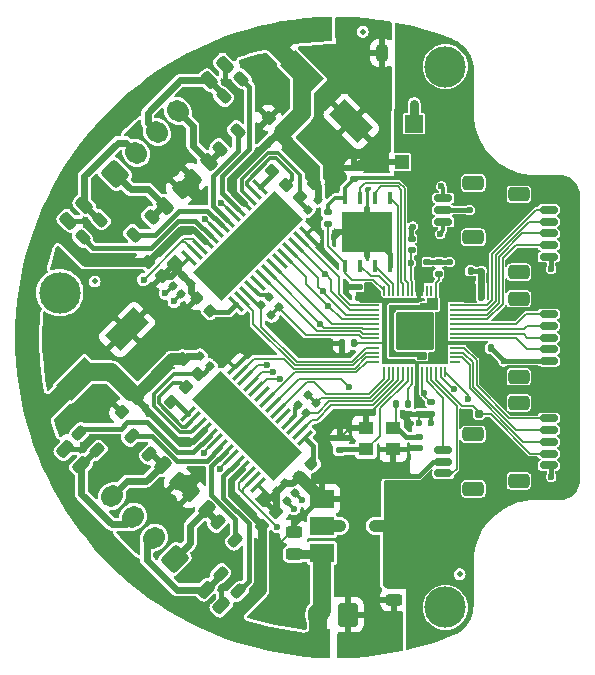
<source format=gtl>
G04 #@! TF.GenerationSoftware,KiCad,Pcbnew,7.0.8-7.0.8~ubuntu22.04.1*
G04 #@! TF.CreationDate,2023-10-24T23:53:50-07:00*
G04 #@! TF.ProjectId,tentacle-board,74656e74-6163-46c6-952d-626f6172642e,REV1*
G04 #@! TF.SameCoordinates,Original*
G04 #@! TF.FileFunction,Copper,L1,Top*
G04 #@! TF.FilePolarity,Positive*
%FSLAX46Y46*%
G04 Gerber Fmt 4.6, Leading zero omitted, Abs format (unit mm)*
G04 Created by KiCad (PCBNEW 7.0.8-7.0.8~ubuntu22.04.1) date 2023-10-24 23:53:50*
%MOMM*%
%LPD*%
G01*
G04 APERTURE LIST*
G04 Aperture macros list*
%AMRoundRect*
0 Rectangle with rounded corners*
0 $1 Rounding radius*
0 $2 $3 $4 $5 $6 $7 $8 $9 X,Y pos of 4 corners*
0 Add a 4 corners polygon primitive as box body*
4,1,4,$2,$3,$4,$5,$6,$7,$8,$9,$2,$3,0*
0 Add four circle primitives for the rounded corners*
1,1,$1+$1,$2,$3*
1,1,$1+$1,$4,$5*
1,1,$1+$1,$6,$7*
1,1,$1+$1,$8,$9*
0 Add four rect primitives between the rounded corners*
20,1,$1+$1,$2,$3,$4,$5,0*
20,1,$1+$1,$4,$5,$6,$7,0*
20,1,$1+$1,$6,$7,$8,$9,0*
20,1,$1+$1,$8,$9,$2,$3,0*%
%AMHorizOval*
0 Thick line with rounded ends*
0 $1 width*
0 $2 $3 position (X,Y) of the first rounded end (center of the circle)*
0 $4 $5 position (X,Y) of the second rounded end (center of the circle)*
0 Add line between two ends*
20,1,$1,$2,$3,$4,$5,0*
0 Add two circle primitives to create the rounded ends*
1,1,$1,$2,$3*
1,1,$1,$4,$5*%
%AMRotRect*
0 Rectangle, with rotation*
0 The origin of the aperture is its center*
0 $1 length*
0 $2 width*
0 $3 Rotation angle, in degrees counterclockwise*
0 Add horizontal line*
21,1,$1,$2,0,0,$3*%
G04 Aperture macros list end*
G04 #@! TA.AperFunction,SMDPad,CuDef*
%ADD10C,0.500000*%
G04 #@! TD*
G04 #@! TA.AperFunction,SMDPad,CuDef*
%ADD11RoundRect,0.243750X-0.456250X0.243750X-0.456250X-0.243750X0.456250X-0.243750X0.456250X0.243750X0*%
G04 #@! TD*
G04 #@! TA.AperFunction,SMDPad,CuDef*
%ADD12RoundRect,0.147500X-0.147500X-0.172500X0.147500X-0.172500X0.147500X0.172500X-0.147500X0.172500X0*%
G04 #@! TD*
G04 #@! TA.AperFunction,SMDPad,CuDef*
%ADD13RoundRect,0.147500X0.172500X-0.147500X0.172500X0.147500X-0.172500X0.147500X-0.172500X-0.147500X0*%
G04 #@! TD*
G04 #@! TA.AperFunction,SMDPad,CuDef*
%ADD14RoundRect,0.147500X0.147500X0.172500X-0.147500X0.172500X-0.147500X-0.172500X0.147500X-0.172500X0*%
G04 #@! TD*
G04 #@! TA.AperFunction,SMDPad,CuDef*
%ADD15R,2.000000X1.500000*%
G04 #@! TD*
G04 #@! TA.AperFunction,SMDPad,CuDef*
%ADD16R,2.000000X3.800000*%
G04 #@! TD*
G04 #@! TA.AperFunction,SMDPad,CuDef*
%ADD17RoundRect,0.147500X-0.172500X0.147500X-0.172500X-0.147500X0.172500X-0.147500X0.172500X0.147500X0*%
G04 #@! TD*
G04 #@! TA.AperFunction,SMDPad,CuDef*
%ADD18RoundRect,0.243750X0.456250X-0.243750X0.456250X0.243750X-0.456250X0.243750X-0.456250X-0.243750X0*%
G04 #@! TD*
G04 #@! TA.AperFunction,SMDPad,CuDef*
%ADD19RoundRect,0.050000X-0.387500X-0.050000X0.387500X-0.050000X0.387500X0.050000X-0.387500X0.050000X0*%
G04 #@! TD*
G04 #@! TA.AperFunction,SMDPad,CuDef*
%ADD20RoundRect,0.050000X-0.050000X-0.387500X0.050000X-0.387500X0.050000X0.387500X-0.050000X0.387500X0*%
G04 #@! TD*
G04 #@! TA.AperFunction,ComponentPad*
%ADD21C,0.600000*%
G04 #@! TD*
G04 #@! TA.AperFunction,SMDPad,CuDef*
%ADD22RoundRect,0.144000X-1.456000X-1.456000X1.456000X-1.456000X1.456000X1.456000X-1.456000X1.456000X0*%
G04 #@! TD*
G04 #@! TA.AperFunction,ComponentPad*
%ADD23C,2.600000*%
G04 #@! TD*
G04 #@! TA.AperFunction,ConnectorPad*
%ADD24C,3.500000*%
G04 #@! TD*
G04 #@! TA.AperFunction,SMDPad,CuDef*
%ADD25R,1.300000X1.050000*%
G04 #@! TD*
G04 #@! TA.AperFunction,SMDPad,CuDef*
%ADD26R,1.200000X1.200000*%
G04 #@! TD*
G04 #@! TA.AperFunction,SMDPad,CuDef*
%ADD27R,1.600000X1.500000*%
G04 #@! TD*
G04 #@! TA.AperFunction,SMDPad,CuDef*
%ADD28RoundRect,0.150000X0.625000X-0.150000X0.625000X0.150000X-0.625000X0.150000X-0.625000X-0.150000X0*%
G04 #@! TD*
G04 #@! TA.AperFunction,SMDPad,CuDef*
%ADD29RoundRect,0.250000X0.650000X-0.350000X0.650000X0.350000X-0.650000X0.350000X-0.650000X-0.350000X0*%
G04 #@! TD*
G04 #@! TA.AperFunction,SMDPad,CuDef*
%ADD30RoundRect,0.218750X0.424264X0.114905X0.114905X0.424264X-0.424264X-0.114905X-0.114905X-0.424264X0*%
G04 #@! TD*
G04 #@! TA.AperFunction,SMDPad,CuDef*
%ADD31RoundRect,0.160000X-0.026517X-0.252791X0.252791X0.026517X0.026517X0.252791X-0.252791X-0.026517X0*%
G04 #@! TD*
G04 #@! TA.AperFunction,SMDPad,CuDef*
%ADD32RoundRect,0.243750X0.243750X0.456250X-0.243750X0.456250X-0.243750X-0.456250X0.243750X-0.456250X0*%
G04 #@! TD*
G04 #@! TA.AperFunction,SMDPad,CuDef*
%ADD33RoundRect,0.160000X-0.252791X0.026517X0.026517X-0.252791X0.252791X-0.026517X-0.026517X0.252791X0*%
G04 #@! TD*
G04 #@! TA.AperFunction,SMDPad,CuDef*
%ADD34RoundRect,0.218750X-0.424264X-0.114905X-0.114905X-0.424264X0.424264X0.114905X0.114905X0.424264X0*%
G04 #@! TD*
G04 #@! TA.AperFunction,SMDPad,CuDef*
%ADD35RoundRect,0.218750X-0.114905X0.424264X-0.424264X0.114905X0.114905X-0.424264X0.424264X-0.114905X0*%
G04 #@! TD*
G04 #@! TA.AperFunction,SMDPad,CuDef*
%ADD36RoundRect,0.250000X0.512652X0.159099X0.159099X0.512652X-0.512652X-0.159099X-0.159099X-0.512652X0*%
G04 #@! TD*
G04 #@! TA.AperFunction,SMDPad,CuDef*
%ADD37RoundRect,0.225000X-0.017678X0.335876X-0.335876X0.017678X0.017678X-0.335876X0.335876X-0.017678X0*%
G04 #@! TD*
G04 #@! TA.AperFunction,ComponentPad*
%ADD38RoundRect,0.250000X0.936916X0.088388X0.088388X0.936916X-0.936916X-0.088388X-0.088388X-0.936916X0*%
G04 #@! TD*
G04 #@! TA.AperFunction,ComponentPad*
%ADD39HorizOval,1.700000X0.088388X0.088388X-0.088388X-0.088388X0*%
G04 #@! TD*
G04 #@! TA.AperFunction,SMDPad,CuDef*
%ADD40RoundRect,0.150000X-0.625000X0.150000X-0.625000X-0.150000X0.625000X-0.150000X0.625000X0.150000X0*%
G04 #@! TD*
G04 #@! TA.AperFunction,SMDPad,CuDef*
%ADD41RoundRect,0.250000X-0.650000X0.350000X-0.650000X-0.350000X0.650000X-0.350000X0.650000X0.350000X0*%
G04 #@! TD*
G04 #@! TA.AperFunction,SMDPad,CuDef*
%ADD42RoundRect,0.237500X-0.380070X0.044194X0.044194X-0.380070X0.380070X-0.044194X-0.044194X0.380070X0*%
G04 #@! TD*
G04 #@! TA.AperFunction,SMDPad,CuDef*
%ADD43RoundRect,0.237500X0.380070X-0.044194X-0.044194X0.380070X-0.380070X0.044194X0.044194X-0.380070X0*%
G04 #@! TD*
G04 #@! TA.AperFunction,SMDPad,CuDef*
%ADD44RoundRect,0.250000X0.159099X-0.512652X0.512652X-0.159099X-0.159099X0.512652X-0.512652X0.159099X0*%
G04 #@! TD*
G04 #@! TA.AperFunction,SMDPad,CuDef*
%ADD45RoundRect,0.225000X0.335876X0.017678X0.017678X0.335876X-0.335876X-0.017678X-0.017678X-0.335876X0*%
G04 #@! TD*
G04 #@! TA.AperFunction,SMDPad,CuDef*
%ADD46RoundRect,0.160000X0.026517X0.252791X-0.252791X-0.026517X-0.026517X-0.252791X0.252791X0.026517X0*%
G04 #@! TD*
G04 #@! TA.AperFunction,SMDPad,CuDef*
%ADD47RoundRect,0.160000X0.252791X-0.026517X-0.026517X0.252791X-0.252791X0.026517X0.026517X-0.252791X0*%
G04 #@! TD*
G04 #@! TA.AperFunction,SMDPad,CuDef*
%ADD48RoundRect,0.135000X-0.185000X0.135000X-0.185000X-0.135000X0.185000X-0.135000X0.185000X0.135000X0*%
G04 #@! TD*
G04 #@! TA.AperFunction,SMDPad,CuDef*
%ADD49RoundRect,0.218750X0.114905X-0.424264X0.424264X-0.114905X-0.114905X0.424264X-0.424264X0.114905X0*%
G04 #@! TD*
G04 #@! TA.AperFunction,SMDPad,CuDef*
%ADD50RoundRect,0.237500X0.044194X0.380070X-0.380070X-0.044194X-0.044194X-0.380070X0.380070X0.044194X0*%
G04 #@! TD*
G04 #@! TA.AperFunction,ComponentPad*
%ADD51RoundRect,0.250000X0.088388X-0.936916X0.936916X-0.088388X-0.088388X0.936916X-0.936916X0.088388X0*%
G04 #@! TD*
G04 #@! TA.AperFunction,ComponentPad*
%ADD52HorizOval,1.700000X-0.088388X0.088388X0.088388X-0.088388X0*%
G04 #@! TD*
G04 #@! TA.AperFunction,SMDPad,CuDef*
%ADD53RotRect,1.800000X3.450000X45.000000*%
G04 #@! TD*
G04 #@! TA.AperFunction,SMDPad,CuDef*
%ADD54RotRect,1.600000X0.300000X315.000000*%
G04 #@! TD*
G04 #@! TA.AperFunction,SMDPad,CuDef*
%ADD55RotRect,3.400000X9.700000X315.000000*%
G04 #@! TD*
G04 #@! TA.AperFunction,ComponentPad*
%ADD56C,0.500000*%
G04 #@! TD*
G04 #@! TA.AperFunction,SMDPad,CuDef*
%ADD57RotRect,1.600000X0.300000X45.000000*%
G04 #@! TD*
G04 #@! TA.AperFunction,SMDPad,CuDef*
%ADD58RotRect,3.400000X9.700000X45.000000*%
G04 #@! TD*
G04 #@! TA.AperFunction,SMDPad,CuDef*
%ADD59RoundRect,0.237500X-0.044194X-0.380070X0.380070X0.044194X0.044194X0.380070X-0.380070X-0.044194X0*%
G04 #@! TD*
G04 #@! TA.AperFunction,SMDPad,CuDef*
%ADD60R,0.450000X1.050000*%
G04 #@! TD*
G04 #@! TA.AperFunction,SMDPad,CuDef*
%ADD61R,4.350000X3.450000*%
G04 #@! TD*
G04 #@! TA.AperFunction,SMDPad,CuDef*
%ADD62RoundRect,0.250000X-0.512652X-0.159099X-0.159099X-0.512652X0.512652X0.159099X0.159099X0.512652X0*%
G04 #@! TD*
G04 #@! TA.AperFunction,SMDPad,CuDef*
%ADD63RotRect,1.800000X3.450000X135.000000*%
G04 #@! TD*
G04 #@! TA.AperFunction,SMDPad,CuDef*
%ADD64RoundRect,0.160000X0.197500X0.160000X-0.197500X0.160000X-0.197500X-0.160000X0.197500X-0.160000X0*%
G04 #@! TD*
G04 #@! TA.AperFunction,SMDPad,CuDef*
%ADD65RoundRect,0.250000X-0.159099X0.512652X-0.512652X0.159099X0.159099X-0.512652X0.512652X-0.159099X0*%
G04 #@! TD*
G04 #@! TA.AperFunction,ComponentPad*
%ADD66RoundRect,0.250000X0.600000X0.750000X-0.600000X0.750000X-0.600000X-0.750000X0.600000X-0.750000X0*%
G04 #@! TD*
G04 #@! TA.AperFunction,ComponentPad*
%ADD67O,1.700000X2.000000*%
G04 #@! TD*
G04 #@! TA.AperFunction,ViaPad*
%ADD68C,0.600000*%
G04 #@! TD*
G04 #@! TA.AperFunction,Conductor*
%ADD69C,1.000000*%
G04 #@! TD*
G04 #@! TA.AperFunction,Conductor*
%ADD70C,0.400000*%
G04 #@! TD*
G04 #@! TA.AperFunction,Conductor*
%ADD71C,0.200000*%
G04 #@! TD*
G04 #@! TA.AperFunction,Conductor*
%ADD72C,0.300000*%
G04 #@! TD*
G04 #@! TA.AperFunction,Conductor*
%ADD73C,0.600000*%
G04 #@! TD*
G04 #@! TA.AperFunction,Conductor*
%ADD74C,0.150000*%
G04 #@! TD*
G04 #@! TA.AperFunction,Conductor*
%ADD75C,1.500000*%
G04 #@! TD*
G04 #@! TA.AperFunction,Conductor*
%ADD76C,0.800000*%
G04 #@! TD*
G04 APERTURE END LIST*
D10*
X98340000Y-88950000D03*
X129240000Y-113750000D03*
X121040000Y-67800000D03*
D11*
X123690000Y-114012500D03*
X123690000Y-115887500D03*
D12*
X129205000Y-88050000D03*
X130175000Y-88050000D03*
D13*
X127490000Y-88285000D03*
X127490000Y-87315000D03*
D14*
X120275000Y-94200000D03*
X119305000Y-94200000D03*
D13*
X120290000Y-80285000D03*
X120290000Y-79315000D03*
D15*
X117590000Y-107350000D03*
X117590000Y-109650000D03*
D16*
X123890000Y-109650000D03*
D15*
X117590000Y-111950000D03*
D17*
X125840000Y-102115000D03*
X125840000Y-103085000D03*
D13*
X126490000Y-88285000D03*
X126490000Y-87315000D03*
D12*
X130905000Y-94600000D03*
X131875000Y-94600000D03*
D17*
X125821000Y-99162500D03*
X125821000Y-100132500D03*
X126790000Y-99165000D03*
X126790000Y-100135000D03*
D18*
X115240000Y-112037500D03*
X115240000Y-110162500D03*
D13*
X120690000Y-90385000D03*
X120690000Y-89415000D03*
D12*
X130092500Y-89100000D03*
X131062500Y-89100000D03*
D19*
X122002500Y-90562500D03*
X122002500Y-90962500D03*
X122002500Y-91362500D03*
X122002500Y-91762500D03*
X122002500Y-92162500D03*
X122002500Y-92562500D03*
X122002500Y-92962500D03*
X122002500Y-93362500D03*
X122002500Y-93762500D03*
X122002500Y-94162500D03*
X122002500Y-94562500D03*
X122002500Y-94962500D03*
X122002500Y-95362500D03*
X122002500Y-95762500D03*
D20*
X122840000Y-96600000D03*
X123240000Y-96600000D03*
X123640000Y-96600000D03*
X124040000Y-96600000D03*
X124440000Y-96600000D03*
X124840000Y-96600000D03*
X125240000Y-96600000D03*
X125640000Y-96600000D03*
X126040000Y-96600000D03*
X126440000Y-96600000D03*
X126840000Y-96600000D03*
X127240000Y-96600000D03*
X127640000Y-96600000D03*
X128040000Y-96600000D03*
D19*
X128877500Y-95762500D03*
X128877500Y-95362500D03*
X128877500Y-94962500D03*
X128877500Y-94562500D03*
X128877500Y-94162500D03*
X128877500Y-93762500D03*
X128877500Y-93362500D03*
X128877500Y-92962500D03*
X128877500Y-92562500D03*
X128877500Y-92162500D03*
X128877500Y-91762500D03*
X128877500Y-91362500D03*
X128877500Y-90962500D03*
X128877500Y-90562500D03*
D20*
X128040000Y-89725000D03*
X127640000Y-89725000D03*
X127240000Y-89725000D03*
X126840000Y-89725000D03*
X126440000Y-89725000D03*
X126040000Y-89725000D03*
X125640000Y-89725000D03*
X125240000Y-89725000D03*
X124840000Y-89725000D03*
X124440000Y-89725000D03*
X124040000Y-89725000D03*
X123640000Y-89725000D03*
X123240000Y-89725000D03*
X122840000Y-89725000D03*
D21*
X124165000Y-91887500D03*
X124165000Y-93162500D03*
X124165000Y-94437500D03*
X125440000Y-91887500D03*
X125440000Y-93162500D03*
D22*
X125440000Y-93162500D03*
D21*
X125440000Y-94437500D03*
X126715000Y-91887500D03*
X126715000Y-93162500D03*
X126715000Y-94437500D03*
D13*
X119112500Y-103183250D03*
X119112500Y-102213250D03*
D23*
X128040000Y-116550000D03*
D24*
X128040000Y-116550000D03*
D13*
X125190000Y-86285000D03*
X125190000Y-85315000D03*
D12*
X130107500Y-90250000D03*
X131077500Y-90250000D03*
D14*
X124847500Y-99316750D03*
X123877500Y-99316750D03*
D23*
X95390000Y-89900000D03*
D24*
X95390000Y-89900000D03*
D23*
X128040000Y-70750000D03*
D24*
X128040000Y-70750000D03*
D25*
X121312500Y-103173250D03*
X123612500Y-103173250D03*
X123612500Y-101323250D03*
X121312500Y-101323250D03*
D26*
X124390000Y-78850000D03*
D27*
X125390000Y-75600000D03*
D26*
X126390000Y-78850000D03*
D28*
X136790000Y-104525000D03*
X136790000Y-103525000D03*
X136790000Y-102525000D03*
X136790000Y-101525000D03*
X136790000Y-100525000D03*
D29*
X134265000Y-105825000D03*
X134265000Y-99225000D03*
D30*
X110255362Y-110839641D03*
X108752760Y-109337039D03*
D31*
X105669765Y-90022427D03*
X106514757Y-89177435D03*
D32*
X124527500Y-69600000D03*
X122652500Y-69600000D03*
D33*
X107278443Y-95276221D03*
X108123435Y-96121213D03*
D34*
X101469560Y-102053839D03*
X102972162Y-103556441D03*
D35*
X110768003Y-71772006D03*
X109265401Y-73274608D03*
D30*
X110502849Y-115188348D03*
X109000247Y-113685746D03*
D36*
X107842360Y-108214507D03*
X106498858Y-106871005D03*
D37*
X116698873Y-104378453D03*
X115602857Y-105474469D03*
D28*
X136790000Y-95700000D03*
X136790000Y-94700000D03*
X136790000Y-93700000D03*
X136790000Y-92700000D03*
X136790000Y-91700000D03*
D29*
X134265000Y-97000000D03*
X134265000Y-90400000D03*
D34*
X97050143Y-101735641D03*
X98552745Y-103238243D03*
D38*
X105119999Y-112421793D03*
D39*
X103352232Y-110654026D03*
X101584465Y-108886259D03*
X99816698Y-107118492D03*
D40*
X127865000Y-103200000D03*
X127865000Y-104200000D03*
X127865000Y-105200000D03*
D41*
X130390000Y-101900000D03*
X130390000Y-106500000D03*
D42*
X113331272Y-79585530D03*
X114551032Y-80805290D03*
D43*
X114299880Y-76309880D03*
X113080120Y-75090120D03*
D44*
X108001456Y-71922263D03*
X109344958Y-70578761D03*
D43*
X107073382Y-96768217D03*
X105853622Y-95548457D03*
D45*
X108125182Y-91420727D03*
X107029166Y-90324711D03*
D46*
X117068335Y-99200664D03*
X116223343Y-100045656D03*
D47*
X114611139Y-107523310D03*
X113766147Y-106678318D03*
D48*
X118090000Y-83090000D03*
X118090000Y-84110000D03*
D42*
X102830723Y-87257635D03*
X104050483Y-88477395D03*
D31*
X104998027Y-89350664D03*
X105843019Y-88505672D03*
D49*
X97315306Y-85224707D03*
X98817908Y-83722105D03*
D50*
X101899880Y-98790120D03*
X100680120Y-100009880D03*
D51*
X100081859Y-79841859D03*
D52*
X101849626Y-78074092D03*
X103617393Y-76306325D03*
X105385160Y-74538558D03*
D53*
X115904035Y-71214035D03*
X120075965Y-75385965D03*
D54*
X112332491Y-80955548D03*
X111872872Y-81415167D03*
X111413252Y-81874787D03*
X110953633Y-82334406D03*
X110494014Y-82794025D03*
X110034394Y-83253645D03*
X109574775Y-83713264D03*
X109115155Y-84172884D03*
X108655536Y-84632503D03*
X108195916Y-85092123D03*
X107736297Y-85551742D03*
X107276678Y-86011361D03*
X106817058Y-86470981D03*
X106357439Y-86930600D03*
X110317237Y-90890398D03*
X110776856Y-90430779D03*
X111236476Y-89971159D03*
X111696095Y-89511540D03*
X112155714Y-89051921D03*
X112615334Y-88592301D03*
X113074953Y-88132682D03*
X113534573Y-87673062D03*
X113994192Y-87213443D03*
X114453812Y-86753823D03*
X114913431Y-86294204D03*
X115373050Y-85834585D03*
X115832670Y-85374965D03*
X116292289Y-84915346D03*
D55*
X111324864Y-85922973D03*
D56*
X111324864Y-85922973D03*
X112244103Y-85003734D03*
X113163342Y-84084495D03*
X114082580Y-83165257D03*
X110405625Y-86842212D03*
X109486386Y-87761451D03*
X108567148Y-88680689D03*
X113163342Y-82246018D03*
X115001819Y-84084495D03*
X112244103Y-83165257D03*
X114082580Y-85003734D03*
X113163342Y-85922973D03*
X111324864Y-84084495D03*
X110405625Y-85003734D03*
X112244103Y-86842212D03*
X109486386Y-85922973D03*
X111324864Y-87761451D03*
X108567148Y-86842212D03*
X110405625Y-88680689D03*
X107647909Y-87761451D03*
X109486386Y-89599928D03*
D57*
X106233692Y-100171168D03*
X106693311Y-100630787D03*
X107152931Y-101090407D03*
X107612550Y-101550026D03*
X108072169Y-102009645D03*
X108531789Y-102469265D03*
X108991408Y-102928884D03*
X109451028Y-103388504D03*
X109910647Y-103848123D03*
X110370267Y-104307743D03*
X110829886Y-104767362D03*
X111289505Y-105226981D03*
X111749125Y-105686601D03*
X112208744Y-106146220D03*
X116168542Y-102186422D03*
X115708923Y-101726803D03*
X115249303Y-101267183D03*
X114789684Y-100807564D03*
X114330065Y-100347945D03*
X113870445Y-99888325D03*
X113410826Y-99428706D03*
X112951206Y-98969086D03*
X112491587Y-98509467D03*
X112031967Y-98049847D03*
X111572348Y-97590228D03*
X111112729Y-97130609D03*
X110653109Y-96670989D03*
X110193490Y-96211370D03*
D58*
X111201117Y-101178795D03*
D56*
X111201117Y-101178795D03*
X110281878Y-100259556D03*
X109362639Y-99340317D03*
X108443401Y-98421079D03*
X112120356Y-102098034D03*
X113039595Y-103017273D03*
X113958833Y-103936511D03*
X107524162Y-99340317D03*
X109362639Y-97501840D03*
X108443401Y-100259556D03*
X110281878Y-98421079D03*
X111201117Y-99340317D03*
X109362639Y-101178795D03*
X110281878Y-102098034D03*
X112120356Y-100259556D03*
X111201117Y-103017273D03*
X113039595Y-101178795D03*
X112120356Y-103936511D03*
X113958833Y-102098034D03*
X113039595Y-104855750D03*
X114878072Y-103017273D03*
D59*
X104828317Y-99137024D03*
X106048077Y-97917264D03*
X112482748Y-109655238D03*
X113702508Y-108435478D03*
X115735440Y-81795235D03*
X116955200Y-80575475D03*
D36*
X97200402Y-104502196D03*
X95856900Y-103158694D03*
D60*
X119530000Y-87600000D03*
X120800000Y-87600000D03*
X122070000Y-87600000D03*
X123340000Y-87600000D03*
X123340000Y-81900000D03*
X122070000Y-81900000D03*
X120800000Y-81900000D03*
X119530000Y-81900000D03*
D61*
X121435000Y-84750000D03*
D31*
X115551592Y-99373904D03*
X116396584Y-98528912D03*
D49*
X101663997Y-84977210D03*
X103166599Y-83474608D03*
D47*
X113303011Y-91790184D03*
X112458019Y-90945192D03*
D62*
X104094694Y-104466842D03*
X105438196Y-105810344D03*
D63*
X96904035Y-97185965D03*
X101075965Y-93014035D03*
D33*
X113129761Y-90273444D03*
X113974753Y-91118436D03*
D47*
X115282891Y-106851559D03*
X114437899Y-106006567D03*
D35*
X110449826Y-76191413D03*
X108947224Y-77694015D03*
D28*
X136790000Y-86875000D03*
X136790000Y-85875000D03*
X136790000Y-84875000D03*
X136790000Y-83875000D03*
X136790000Y-82875000D03*
D29*
X134265000Y-88175000D03*
X134265000Y-81575000D03*
D44*
X104289142Y-82564209D03*
X105632644Y-81220707D03*
D64*
X130887500Y-100200000D03*
X129692500Y-100200000D03*
D65*
X97465564Y-82458155D03*
X96122062Y-83801657D03*
D40*
X127865000Y-81900000D03*
X127865000Y-82900000D03*
X127865000Y-83900000D03*
D41*
X130390000Y-80600000D03*
X130390000Y-85200000D03*
D46*
X117262786Y-82035657D03*
X116417794Y-82880649D03*
D62*
X107736294Y-115038088D03*
X109079796Y-116381590D03*
D65*
X108036800Y-78816547D03*
X106693298Y-80160049D03*
D66*
X119790000Y-117150000D03*
D67*
X117290000Y-117150000D03*
D68*
X121040000Y-69600000D03*
X118614500Y-85200000D03*
X123590000Y-117800000D03*
X107240000Y-81900000D03*
X113690000Y-111600000D03*
X136990000Y-105500000D03*
X100740000Y-82200000D03*
X109440000Y-92550000D03*
X105440000Y-77650000D03*
X128390000Y-87300000D03*
X107640000Y-111750000D03*
X117890000Y-103150000D03*
X103990000Y-108300000D03*
X113740000Y-114950000D03*
X126790000Y-100950000D03*
X104240000Y-78750000D03*
X104490000Y-94100000D03*
X132975000Y-95700000D03*
X119690000Y-89400000D03*
X125290000Y-84300000D03*
X110240000Y-112650000D03*
X123490000Y-119700000D03*
X117290000Y-69600000D03*
X131090000Y-88050000D03*
X102940000Y-79900000D03*
X98690000Y-100300000D03*
X122890000Y-74300000D03*
X117740000Y-105400000D03*
X105990000Y-91400000D03*
X105090000Y-109400000D03*
X112690000Y-116700000D03*
X95990000Y-100350000D03*
X102890000Y-107300000D03*
X121690000Y-117150000D03*
X130090000Y-82900000D03*
X108890000Y-95200000D03*
X118790000Y-78800000D03*
X100490000Y-104600000D03*
X95590000Y-87250000D03*
X117090000Y-83700000D03*
X111790000Y-94400000D03*
X107090000Y-105300000D03*
X119390000Y-67300000D03*
X136990000Y-87900000D03*
X107790000Y-75250000D03*
X119740000Y-115000000D03*
X113440000Y-72850000D03*
X97640000Y-98800000D03*
X118140000Y-94600000D03*
X94990000Y-95350000D03*
X99440000Y-98800000D03*
X122790000Y-67700000D03*
X101340000Y-95850000D03*
X121490000Y-105600000D03*
X112090000Y-70750000D03*
X125820994Y-100944490D03*
X99890000Y-89400000D03*
X110390000Y-74450000D03*
X118690000Y-100700000D03*
X122190000Y-77650000D03*
X99790000Y-85000000D03*
X122040000Y-109650000D03*
X119140000Y-109650000D03*
X125114500Y-87400000D03*
X126039970Y-95262500D03*
X126140000Y-91062500D03*
X126240000Y-98362500D03*
X117440000Y-92550000D03*
X119840000Y-97850000D03*
X114019122Y-97179122D03*
X118090000Y-91000000D03*
X113469622Y-96588404D03*
X117690000Y-89750000D03*
X117840000Y-88350000D03*
X112920122Y-96038904D03*
X129990000Y-98900000D03*
X127690000Y-80900000D03*
X128739312Y-98050688D03*
X127590000Y-84900000D03*
X108919417Y-104838648D03*
X115213948Y-108196830D03*
X104324497Y-89953470D03*
X107647893Y-83660230D03*
X125390000Y-73900000D03*
X113790000Y-109700000D03*
X102490000Y-88800000D03*
X109026747Y-82281365D03*
X105066955Y-90625224D03*
X107559517Y-103476892D03*
X115921055Y-107489723D03*
D69*
X106693298Y-81353298D02*
X107240000Y-81900000D01*
D70*
X123340000Y-87600000D02*
X123340000Y-86655000D01*
D71*
X119112500Y-102213250D02*
X120002500Y-101323250D01*
X114927500Y-110162500D02*
X113690000Y-111400000D01*
D70*
X136990000Y-104725000D02*
X136790000Y-104525000D01*
X100490000Y-103150000D02*
X100490000Y-104600000D01*
X109079796Y-115060204D02*
X109079796Y-116381590D01*
X98690000Y-85000000D02*
X97491657Y-83801657D01*
D71*
X125751750Y-103173250D02*
X125840000Y-103085000D01*
D72*
X119690000Y-89400000D02*
X119690000Y-89350000D01*
X104810644Y-88477395D02*
X105364019Y-87924019D01*
X113562524Y-107500000D02*
X113702508Y-107500000D01*
D70*
X109344958Y-71854958D02*
X109344958Y-70578761D01*
D73*
X113702508Y-107500000D02*
X113702508Y-106741957D01*
D72*
X125290000Y-84400000D02*
X125290000Y-84300000D01*
D69*
X106560707Y-81220707D02*
X107240000Y-81900000D01*
D70*
X97491657Y-83801657D02*
X96122062Y-83801657D01*
D69*
X106498858Y-105891142D02*
X107090000Y-105300000D01*
D70*
X128375000Y-87315000D02*
X128390000Y-87300000D01*
D73*
X131062500Y-89100000D02*
X131062500Y-88077500D01*
D70*
X123340000Y-86655000D02*
X121435000Y-84750000D01*
D71*
X118540000Y-94200000D02*
X118140000Y-94600000D01*
D72*
X104050483Y-88477395D02*
X104810644Y-88477395D01*
D70*
X120755000Y-78850000D02*
X120290000Y-79315000D01*
D69*
X115602857Y-105474469D02*
X115714469Y-105474469D01*
D71*
X119305000Y-94200000D02*
X118540000Y-94200000D01*
D73*
X113766147Y-106678318D02*
X113766148Y-106678318D01*
D70*
X125790000Y-105400000D02*
X122290000Y-105400000D01*
X115240000Y-109450000D02*
X117340000Y-107350000D01*
D69*
X106498858Y-106871005D02*
X106498858Y-105891142D01*
D72*
X105364019Y-87924019D02*
X105814019Y-87474019D01*
D71*
X117090000Y-84117635D02*
X116292289Y-84915346D01*
X125821000Y-100132500D02*
X125821000Y-100944484D01*
D70*
X99390000Y-102050000D02*
X100490000Y-103150000D01*
X99790000Y-85000000D02*
X98690000Y-85000000D01*
D72*
X125290000Y-84300000D02*
X125390000Y-84300000D01*
D73*
X113702508Y-106741957D02*
X113766147Y-106678318D01*
D72*
X119740000Y-89400000D02*
X119690000Y-89400000D01*
D73*
X106514757Y-89810302D02*
X107029166Y-90324711D01*
X104050483Y-88477395D02*
X104810643Y-88477395D01*
D70*
X127865000Y-104200000D02*
X126990000Y-104200000D01*
D73*
X105364019Y-87924019D02*
X105364019Y-88026697D01*
D72*
X120690000Y-89415000D02*
X119755000Y-89415000D01*
D70*
X117340000Y-107350000D02*
X117590000Y-107350000D01*
D73*
X105364019Y-88026697D02*
X106514757Y-89177435D01*
D70*
X126490000Y-87315000D02*
X127490000Y-87315000D01*
D69*
X115714469Y-105474469D02*
X117590000Y-107350000D01*
D70*
X115240000Y-110162500D02*
X115240000Y-109450000D01*
D74*
X121312500Y-100438831D02*
X121312500Y-101323250D01*
D70*
X98290000Y-102050000D02*
X99390000Y-102050000D01*
X127490000Y-87315000D02*
X128375000Y-87315000D01*
D69*
X106693305Y-80160054D02*
X105632652Y-81220712D01*
D73*
X106514757Y-89177435D02*
X106514757Y-89810302D01*
D69*
X106693298Y-80160049D02*
X106693298Y-81353298D01*
D72*
X119690000Y-89350000D02*
X119740000Y-89400000D01*
D71*
X113690000Y-111400000D02*
X113690000Y-111600000D01*
X115240000Y-110162500D02*
X114927500Y-110162500D01*
D70*
X136990000Y-87900000D02*
X136990000Y-87075000D01*
X110240000Y-112650000D02*
X110240000Y-113900000D01*
X110390000Y-72900000D02*
X109344958Y-71854958D01*
X136990000Y-87075000D02*
X136790000Y-86875000D01*
X132975000Y-95700000D02*
X131875000Y-94600000D01*
X136990000Y-105500000D02*
X136990000Y-104725000D01*
D73*
X131077500Y-90250000D02*
X131077500Y-89115000D01*
D71*
X123612500Y-103173250D02*
X125751750Y-103173250D01*
D72*
X125190000Y-85315000D02*
X125190000Y-84500000D01*
D70*
X121435000Y-84750000D02*
X119064500Y-84750000D01*
D73*
X104810643Y-88477395D02*
X105364019Y-87924019D01*
D72*
X119755000Y-89415000D02*
X119740000Y-89400000D01*
D70*
X124390000Y-78850000D02*
X120755000Y-78850000D01*
D72*
X126790000Y-100135000D02*
X126790000Y-100950000D01*
D74*
X124440000Y-96600000D02*
X124440000Y-97311331D01*
D73*
X114437899Y-106006567D02*
X115070759Y-106006567D01*
D70*
X97181306Y-103158694D02*
X98290000Y-102050000D01*
X132975000Y-95700000D02*
X136790000Y-95700000D01*
X108911386Y-116550000D02*
X109079796Y-116381590D01*
D72*
X105814019Y-87474019D02*
X106357439Y-86930600D01*
D73*
X131062500Y-88077500D02*
X131090000Y-88050000D01*
D70*
X110390000Y-74450000D02*
X110390000Y-72900000D01*
D69*
X105438197Y-105810344D02*
X106498857Y-106871004D01*
D73*
X113702508Y-108435478D02*
X113702508Y-107500000D01*
D69*
X105632644Y-81220707D02*
X106560707Y-81220707D01*
D73*
X125821000Y-100132500D02*
X126787500Y-100132500D01*
D70*
X95856900Y-103158694D02*
X97181306Y-103158694D01*
X110240000Y-113900000D02*
X109079796Y-115060204D01*
D73*
X126787500Y-100132500D02*
X126790000Y-100135000D01*
D74*
X119752500Y-76012500D02*
X119802500Y-75962500D01*
D69*
X106579656Y-105810344D02*
X107090000Y-105300000D01*
D73*
X131062500Y-89100000D02*
X131025000Y-89062500D01*
D71*
X125821000Y-100944484D02*
X125820994Y-100944490D01*
D72*
X125390000Y-84300000D02*
X125390000Y-84300000D01*
D70*
X127865000Y-82900000D02*
X130090000Y-82900000D01*
D73*
X131077500Y-89115000D02*
X131062500Y-89100000D01*
D70*
X119064500Y-84750000D02*
X118614500Y-85200000D01*
D69*
X105438196Y-105810344D02*
X106579656Y-105810344D01*
D70*
X96140000Y-83783719D02*
X96122062Y-83801657D01*
D73*
X115070759Y-106006567D02*
X115602857Y-105474469D01*
D74*
X124440000Y-97311331D02*
X121312500Y-100438831D01*
D71*
X117090000Y-83700000D02*
X117090000Y-84117635D01*
D72*
X112208744Y-106146220D02*
X113562524Y-107500000D01*
X125190000Y-84500000D02*
X125290000Y-84400000D01*
X104810643Y-88477395D02*
X105814019Y-87474019D01*
D73*
X113766148Y-106678318D02*
X114437899Y-106006567D01*
D70*
X126990000Y-104200000D02*
X125790000Y-105400000D01*
D71*
X120002500Y-101323250D02*
X121312500Y-101323250D01*
D70*
X131090000Y-88050000D02*
X130175000Y-88050000D01*
D73*
X106125858Y-95276221D02*
X107278442Y-95276221D01*
D75*
X117590000Y-111950000D02*
X117590000Y-116850000D01*
D69*
X101899880Y-98540120D02*
X104891543Y-95548457D01*
D76*
X117502500Y-112037500D02*
X117590000Y-111950000D01*
D73*
X105438197Y-102486942D02*
X101899880Y-98948625D01*
D75*
X101449880Y-98340120D02*
X99745725Y-96635965D01*
D73*
X113866879Y-76309880D02*
X114299880Y-76309880D01*
X105491212Y-84614825D02*
X106764009Y-84614828D01*
X112482748Y-109602204D02*
X109892970Y-107012426D01*
D76*
X115240000Y-112037500D02*
X117502500Y-112037500D01*
D73*
X107612550Y-101550026D02*
X106675634Y-102486942D01*
X112482748Y-109655237D02*
X112482748Y-109602204D01*
D69*
X116955200Y-79415200D02*
X116955200Y-80575475D01*
X104891543Y-95548457D02*
X105853622Y-95548457D01*
D73*
X101899880Y-98948625D02*
X101899880Y-98790120D01*
X106675634Y-102486942D02*
X105438197Y-102486942D01*
X110953628Y-82334401D02*
X110211170Y-81591942D01*
X109892970Y-107012426D02*
X109892970Y-105739634D01*
X109892970Y-105739634D02*
X110829886Y-104802717D01*
D76*
X102830723Y-87257635D02*
X97506266Y-87257635D01*
X112482748Y-109655238D02*
X112482748Y-115107252D01*
D69*
X114299880Y-76759880D02*
X116955200Y-79415200D01*
D73*
X102830725Y-87257631D02*
X102848413Y-87257630D01*
X110016711Y-81397489D02*
X110016697Y-80160062D01*
D75*
X96904035Y-97185965D02*
X93640000Y-100450000D01*
X114299880Y-76309880D02*
X115904035Y-74705725D01*
X97454035Y-96635965D02*
X96904035Y-97185965D01*
D69*
X101899880Y-98790120D02*
X101899880Y-98540120D01*
D75*
X99745725Y-96635965D02*
X97454035Y-96635965D01*
X115904035Y-74705725D02*
X115904035Y-71214035D01*
D73*
X105853622Y-95548457D02*
X106125858Y-95276221D01*
X110016697Y-80160062D02*
X113866879Y-76309880D01*
D69*
X114299880Y-76309880D02*
X114299880Y-76759880D01*
D76*
X97506266Y-87257635D02*
X94248631Y-84000000D01*
D69*
X101449880Y-98340120D02*
X101899880Y-98790120D01*
D73*
X117262791Y-80883066D02*
X117262797Y-82035651D01*
X102848413Y-87257630D02*
X105491212Y-84614825D01*
D76*
X94248631Y-84000000D02*
X94240000Y-84000000D01*
D75*
X117290000Y-117150000D02*
X117290000Y-119450000D01*
D76*
X112482748Y-115107252D02*
X109040000Y-118550000D01*
D73*
X116955192Y-80575491D02*
X117262791Y-80883066D01*
X106764009Y-84614828D02*
X107700924Y-85551736D01*
D75*
X117590000Y-116850000D02*
X117290000Y-117150000D01*
X115904035Y-71214035D02*
X113090000Y-68400000D01*
D73*
X110211170Y-81591942D02*
X110016711Y-81397489D01*
D70*
X121312500Y-103173250D02*
X119122500Y-103173250D01*
X119122500Y-103173250D02*
X119112500Y-103183250D01*
D74*
X124840000Y-97335595D02*
X122477500Y-99698095D01*
X124840000Y-96600000D02*
X124840000Y-97335595D01*
X122477500Y-99698095D02*
X122477500Y-102008250D01*
X122477500Y-102008250D02*
X121312500Y-103173250D01*
X125240000Y-97637500D02*
X124847500Y-98030000D01*
X124847500Y-98030000D02*
X124847500Y-99316750D01*
X125240000Y-96600000D02*
X125240000Y-97637500D01*
D71*
X128877500Y-94162500D02*
X128415736Y-94162500D01*
X128877500Y-90562500D02*
X128277500Y-90562500D01*
D69*
X117590000Y-109650000D02*
X119140000Y-109650000D01*
D70*
X123690000Y-114012500D02*
X123890000Y-113812500D01*
D72*
X130590000Y-94600000D02*
X130905000Y-94600000D01*
D71*
X125640000Y-96600000D02*
X125640000Y-98981500D01*
D72*
X125840000Y-89725000D02*
X125840000Y-88850000D01*
X125640000Y-89050000D02*
X125840000Y-88850000D01*
D71*
X127640000Y-89725000D02*
X127640000Y-90362500D01*
X122752500Y-94162500D02*
X122840000Y-94250000D01*
D72*
X120290000Y-80285000D02*
X120375000Y-80200000D01*
X120690000Y-90400000D02*
X120852500Y-90562500D01*
D71*
X128877500Y-94162500D02*
X128040000Y-94162500D01*
D72*
X118690000Y-81900000D02*
X119530000Y-81900000D01*
X128040000Y-94162500D02*
X130152500Y-94162500D01*
D71*
X125640000Y-96600000D02*
X125640000Y-95962500D01*
D72*
X118090000Y-83002500D02*
X118090000Y-82500000D01*
X125840000Y-88850000D02*
X126405000Y-88285000D01*
X122990000Y-90600000D02*
X122782525Y-90600000D01*
X125840000Y-89725000D02*
X125840000Y-90500000D01*
X125640000Y-98981500D02*
X125640000Y-95962500D01*
D71*
X129795000Y-90562500D02*
X130107500Y-90250000D01*
D72*
X125640000Y-89725000D02*
X125640000Y-89050000D01*
X118090000Y-82500000D02*
X118690000Y-81900000D01*
D71*
X120312500Y-94162500D02*
X120275000Y-94200000D01*
D72*
X125840000Y-89725000D02*
X125640000Y-89725000D01*
X126040000Y-89725000D02*
X126040000Y-89050000D01*
X122140000Y-89957475D02*
X122140000Y-89950000D01*
X120275000Y-94200000D02*
X120332053Y-94257053D01*
D71*
X127640000Y-89150000D02*
X128740000Y-88050000D01*
D72*
X126405000Y-88285000D02*
X126490000Y-88285000D01*
X122782525Y-90600000D02*
X122140000Y-89957475D01*
D69*
X122040000Y-109650000D02*
X122090000Y-109650000D01*
D72*
X120852500Y-90562500D02*
X122002500Y-90562500D01*
X122952500Y-90562500D02*
X122990000Y-90600000D01*
X120690000Y-90385000D02*
X120690000Y-90400000D01*
D69*
X123890000Y-109650000D02*
X122040000Y-109650000D01*
D72*
X122002500Y-90562500D02*
X122952500Y-90562500D01*
D71*
X122002500Y-94162500D02*
X120312500Y-94162500D01*
X127840000Y-90562500D02*
X128277500Y-90562500D01*
X128040000Y-89725000D02*
X128040000Y-90562500D01*
X127640000Y-90362500D02*
X127840000Y-90562500D01*
D72*
X130152500Y-94162500D02*
X130590000Y-94600000D01*
X126040000Y-89050000D02*
X125840000Y-88850000D01*
X120332053Y-94257053D02*
X120432947Y-94257053D01*
D70*
X123890000Y-113812500D02*
X123890000Y-109650000D01*
D71*
X128277500Y-90562500D02*
X128040000Y-90562500D01*
X128740000Y-88050000D02*
X129205000Y-88050000D01*
D72*
X120375000Y-80200000D02*
X124290000Y-80200000D01*
D69*
X119140000Y-109650000D02*
X119040000Y-109650000D01*
D72*
X119530000Y-81900000D02*
X119530000Y-81045000D01*
X119530000Y-81045000D02*
X120290000Y-80285000D01*
D71*
X128665000Y-89100000D02*
X130092500Y-89100000D01*
D72*
X125821000Y-99162500D02*
X125640000Y-98981500D01*
D71*
X128877500Y-90562500D02*
X129795000Y-90562500D01*
X128040000Y-89725000D02*
X128665000Y-89100000D01*
X122002500Y-94162500D02*
X122752500Y-94162500D01*
D72*
X126040000Y-89725000D02*
X125840000Y-89725000D01*
D71*
X127640000Y-89725000D02*
X127640000Y-89150000D01*
D72*
X125640000Y-95962500D02*
X125440000Y-95762500D01*
D71*
X127490000Y-88800000D02*
X127490000Y-88285000D01*
X126040000Y-96600000D02*
X126040000Y-98162500D01*
X126240000Y-98362500D02*
X126240000Y-98615000D01*
X125090000Y-87424500D02*
X125114500Y-87400000D01*
X125240000Y-89725000D02*
X125240000Y-88990381D01*
X127240000Y-89725000D02*
X127240000Y-89050000D01*
X125090000Y-88840381D02*
X125090000Y-87424500D01*
X125240000Y-88990381D02*
X125090000Y-88840381D01*
X126040000Y-98162500D02*
X126240000Y-98362500D01*
D74*
X125940000Y-91062500D02*
X126140000Y-91062500D01*
D71*
X125114500Y-86360500D02*
X125190000Y-86285000D01*
X125114500Y-87400000D02*
X125114500Y-86360500D01*
X127240000Y-89050000D02*
X127490000Y-88800000D01*
X127240000Y-89725000D02*
X127240000Y-90562500D01*
X126240000Y-98615000D02*
X126790000Y-99165000D01*
D70*
X112332481Y-80955535D02*
X113331283Y-79956745D01*
X113331283Y-79956745D02*
X113331281Y-79585525D01*
D72*
X113493907Y-79794130D02*
X113493909Y-79677450D01*
D74*
X117140000Y-100650000D02*
X116785726Y-100650000D01*
X116785726Y-100650000D02*
X115708923Y-101726803D01*
X124040000Y-96600000D02*
X124040000Y-97287067D01*
X121927067Y-99400000D02*
X118390000Y-99400000D01*
X124040000Y-97287067D02*
X121927067Y-99400000D01*
X118390000Y-99400000D02*
X117140000Y-100650000D01*
X116223343Y-100045656D02*
X116227687Y-100050000D01*
X116227687Y-100050000D02*
X117240000Y-100050000D01*
X123640000Y-97262803D02*
X123640000Y-96600000D01*
X118190000Y-99100000D02*
X121802803Y-99100000D01*
D72*
X115249304Y-101267183D02*
X116223343Y-100293144D01*
X116223343Y-100293144D02*
X116223343Y-100045656D01*
X116294054Y-100222433D02*
X116294054Y-100116367D01*
D74*
X121802803Y-99100000D02*
X123640000Y-97262803D01*
X117240000Y-100050000D02*
X118190000Y-99100000D01*
X123240000Y-97238539D02*
X123240000Y-96600000D01*
X121678539Y-98800000D02*
X123240000Y-97238539D01*
X117068335Y-99200664D02*
X117468999Y-98800000D01*
X117468999Y-98800000D02*
X121678539Y-98800000D01*
D72*
X116396584Y-98528912D02*
X117068336Y-99200664D01*
D74*
X117940000Y-98500000D02*
X121554275Y-98500000D01*
X116290000Y-97500000D02*
X116940000Y-97500000D01*
X121554275Y-98500000D02*
X122840000Y-97214275D01*
X116940000Y-97500000D02*
X117940000Y-98500000D01*
X122840000Y-97214275D02*
X122840000Y-96600000D01*
X113870445Y-99888325D02*
X113901675Y-99888325D01*
X113901675Y-99888325D02*
X116290000Y-97500000D01*
X120490000Y-96650000D02*
X121377500Y-95762500D01*
X115290000Y-96650000D02*
X120490000Y-96650000D01*
X112951206Y-98969086D02*
X112970914Y-98969086D01*
X112970914Y-98969086D02*
X115290000Y-96650000D01*
X121377500Y-95762500D02*
X122002500Y-95762500D01*
X111826096Y-95513904D02*
X114353904Y-95513904D01*
X114353904Y-95513904D02*
X115190000Y-96350000D01*
X110669011Y-96670989D02*
X111826096Y-95513904D01*
X115190000Y-96350000D02*
X120365736Y-96350000D01*
X120365736Y-96350000D02*
X121353236Y-95362500D01*
X121353236Y-95362500D02*
X122002500Y-95362500D01*
X110653109Y-96670989D02*
X110669011Y-96670989D01*
X110776856Y-90430779D02*
X110776856Y-90436856D01*
X110776856Y-90436856D02*
X111790000Y-91450000D01*
X120241472Y-96050000D02*
X121328972Y-94962500D01*
X115314264Y-96050000D02*
X120241472Y-96050000D01*
X121328972Y-94962500D02*
X122002500Y-94962500D01*
X111790000Y-91450000D02*
X111790000Y-92525736D01*
X111790000Y-92525736D02*
X115314264Y-96050000D01*
X112458019Y-90945192D02*
X112458019Y-92769491D01*
D72*
X111236462Y-89971153D02*
X112210504Y-90945197D01*
X112210504Y-90945197D02*
X112458002Y-90945194D01*
D74*
X111236476Y-89971159D02*
X112210509Y-90945192D01*
X112458019Y-92769491D02*
X115438528Y-95750000D01*
X120117208Y-95750000D02*
X121304708Y-94562500D01*
X112210509Y-90945192D02*
X112458019Y-90945192D01*
X121304708Y-94562500D02*
X122002500Y-94562500D01*
X115438528Y-95750000D02*
X120117208Y-95750000D01*
X121002500Y-93762500D02*
X122002500Y-93762500D01*
X120690000Y-93450000D02*
X121002500Y-93762500D01*
X116240000Y-93450000D02*
X120690000Y-93450000D01*
X113974753Y-91118436D02*
X113974753Y-91184753D01*
X113974753Y-91184753D02*
X116240000Y-93450000D01*
D72*
X113974740Y-91118431D02*
X113302998Y-91790179D01*
D74*
X120814264Y-93150000D02*
X117173033Y-93150000D01*
X117173033Y-93150000D02*
X112615334Y-88592301D01*
X122002500Y-93362500D02*
X121026764Y-93362500D01*
X121026764Y-93362500D02*
X120814264Y-93150000D01*
X122002500Y-92962500D02*
X121051028Y-92962500D01*
X121051028Y-92962500D02*
X120938528Y-92850000D01*
D71*
X119165000Y-97175000D02*
X115664532Y-97175000D01*
X115664532Y-97175000D02*
X113410826Y-99428706D01*
X119840000Y-97850000D02*
X119165000Y-97175000D01*
D74*
X117792271Y-92850000D02*
X113074953Y-88132682D01*
X120938528Y-92850000D02*
X117792271Y-92850000D01*
X122002500Y-92562500D02*
X121990000Y-92550000D01*
X118411511Y-92550000D02*
X113534573Y-87673062D01*
X121990000Y-92550000D02*
X118411511Y-92550000D01*
D71*
X112040153Y-98049847D02*
X112031967Y-98049847D01*
D74*
X119252500Y-92162500D02*
X122002500Y-92162500D01*
X118090000Y-91000000D02*
X119252500Y-92162500D01*
D71*
X112910878Y-97179122D02*
X112040153Y-98049847D01*
X114019122Y-97179122D02*
X112910878Y-97179122D01*
D74*
X116240000Y-88540011D02*
X114453812Y-86753823D01*
X116240000Y-89150000D02*
X116240000Y-88540011D01*
X118090000Y-91000000D02*
X116240000Y-89150000D01*
D71*
X111572348Y-97567652D02*
X111572348Y-97590228D01*
D74*
X117690000Y-89750000D02*
X117640000Y-89750000D01*
X117290000Y-89400000D02*
X117290000Y-88670773D01*
D71*
X113469622Y-96588404D02*
X112551596Y-96588404D01*
D74*
X119652500Y-91762500D02*
X117690000Y-89800000D01*
X122002500Y-91762500D02*
X119652500Y-91762500D01*
X117290000Y-88670773D02*
X114913431Y-86294204D01*
D71*
X112551596Y-96588404D02*
X111572348Y-97567652D01*
X113469622Y-96588404D02*
X113381218Y-96500000D01*
D74*
X117690000Y-89800000D02*
X117690000Y-89750000D01*
X117640000Y-89750000D02*
X117290000Y-89400000D01*
D71*
X112920122Y-96038904D02*
X112201096Y-96038904D01*
D74*
X122002500Y-91362500D02*
X119928236Y-91362500D01*
D71*
X112201096Y-96038904D02*
X111112729Y-97127271D01*
D74*
X117840000Y-88301535D02*
X115373050Y-85834585D01*
X117840000Y-88350000D02*
X117840000Y-88301535D01*
X119928236Y-91362500D02*
X118340000Y-89774264D01*
X118340000Y-89774264D02*
X118340000Y-88801535D01*
D71*
X111112729Y-97127271D02*
X111112729Y-97130609D01*
D74*
X118340000Y-88801535D02*
X117888465Y-88350000D01*
X117888465Y-88350000D02*
X117840000Y-88350000D01*
X122002500Y-90962500D02*
X121990000Y-90950000D01*
X121990000Y-90950000D02*
X119940000Y-90950000D01*
X119940000Y-90950000D02*
X119040000Y-90050000D01*
X119040000Y-90050000D02*
X119040000Y-88582295D01*
X119040000Y-88582295D02*
X115832670Y-85374965D01*
X131990000Y-86600000D02*
X135715000Y-82875000D01*
X131990000Y-90500000D02*
X131990000Y-86600000D01*
X128877500Y-90962500D02*
X131527500Y-90962500D01*
X135715000Y-82875000D02*
X136790000Y-82875000D01*
X131527500Y-90962500D02*
X131990000Y-90500000D01*
X128877500Y-91362500D02*
X131551764Y-91362500D01*
X135139264Y-83875000D02*
X136790000Y-83875000D01*
X132290000Y-90624264D02*
X132290000Y-86724264D01*
X131551764Y-91362500D02*
X132290000Y-90624264D01*
X132290000Y-86724264D02*
X135139264Y-83875000D01*
X132590000Y-90748528D02*
X132590000Y-86848528D01*
X132590000Y-86848528D02*
X134563528Y-84875000D01*
X134563528Y-84875000D02*
X136790000Y-84875000D01*
X128877500Y-91762500D02*
X131576028Y-91762500D01*
X131576028Y-91762500D02*
X132590000Y-90748528D01*
X132890000Y-86972792D02*
X133987792Y-85875000D01*
X128877500Y-92162500D02*
X131600292Y-92162500D01*
X132890000Y-90872792D02*
X132890000Y-86972792D01*
X133987792Y-85875000D02*
X136790000Y-85875000D01*
X131600292Y-92162500D02*
X132890000Y-90872792D01*
D71*
X134027500Y-92562500D02*
X134890000Y-91700000D01*
X134890000Y-91700000D02*
X136790000Y-91700000D01*
X128877500Y-92562500D02*
X134027500Y-92562500D01*
X128877500Y-92962500D02*
X134677500Y-92962500D01*
X134677500Y-92962500D02*
X134940000Y-92700000D01*
X134940000Y-92700000D02*
X136790000Y-92700000D01*
X134652500Y-93362500D02*
X134990000Y-93700000D01*
X128877500Y-93362500D02*
X134652500Y-93362500D01*
X134990000Y-93700000D02*
X136790000Y-93700000D01*
X134007157Y-93762500D02*
X134944657Y-94700000D01*
X134944657Y-94700000D02*
X136790000Y-94700000D01*
X128877500Y-93762500D02*
X134007157Y-93762500D01*
D74*
X128877500Y-94562500D02*
X129652500Y-94562500D01*
X130690000Y-95600000D02*
X130690000Y-97751472D01*
X130690000Y-97751472D02*
X133463528Y-100525000D01*
X129652500Y-94562500D02*
X130690000Y-95600000D01*
X133463528Y-100525000D02*
X136790000Y-100525000D01*
X130390000Y-97875736D02*
X134039264Y-101525000D01*
X129552500Y-94962500D02*
X130390000Y-95800000D01*
X128877500Y-94962500D02*
X129552500Y-94962500D01*
X134039264Y-101525000D02*
X136790000Y-101525000D01*
X130390000Y-95800000D02*
X130390000Y-97875736D01*
X130090000Y-98000000D02*
X134615000Y-102525000D01*
X128877500Y-95362500D02*
X129452500Y-95362500D01*
X134615000Y-102525000D02*
X136790000Y-102525000D01*
X130090000Y-96000000D02*
X130090000Y-98000000D01*
X129452500Y-95362500D02*
X130090000Y-96000000D01*
D72*
X127865000Y-81075000D02*
X127690000Y-80900000D01*
X127865000Y-81900000D02*
X127865000Y-81075000D01*
D74*
X129990000Y-98900000D02*
X129890000Y-98800000D01*
X129990000Y-98900000D02*
X129990000Y-98550000D01*
X129990000Y-98550000D02*
X128040000Y-96600000D01*
X127640000Y-97026408D02*
X127640000Y-96600000D01*
D72*
X127865000Y-84625000D02*
X127590000Y-84900000D01*
X127865000Y-83900000D02*
X127865000Y-84625000D01*
D74*
X128664280Y-98050688D02*
X127640000Y-97026408D01*
X128739312Y-98050688D02*
X128664280Y-98050688D01*
X127240000Y-96600000D02*
X127240000Y-97293839D01*
X127240000Y-97293839D02*
X129446161Y-99500000D01*
X131865736Y-100200000D02*
X135190736Y-103525000D01*
X129446161Y-99500000D02*
X130390000Y-99500000D01*
X130887500Y-99997500D02*
X130887500Y-100200000D01*
X130390000Y-99500000D02*
X130887500Y-99997500D01*
X130887500Y-100200000D02*
X131865736Y-100200000D01*
X135190736Y-103525000D02*
X136790000Y-103525000D01*
X128990000Y-99475736D02*
X128990000Y-104850000D01*
X126840000Y-97325736D02*
X128990000Y-99475736D01*
X128990000Y-104850000D02*
X128640000Y-105200000D01*
X126840000Y-96600000D02*
X126840000Y-97325736D01*
X128640000Y-105200000D02*
X127865000Y-105200000D01*
X126440000Y-96600000D02*
X126440000Y-97350000D01*
X127865000Y-98775000D02*
X127865000Y-103200000D01*
X126440000Y-97350000D02*
X127865000Y-98775000D01*
X122840000Y-89725000D02*
X122840000Y-89700000D01*
X119530000Y-88240000D02*
X119530000Y-87600000D01*
X118090000Y-84197500D02*
X118090000Y-85980000D01*
X119530000Y-87420000D02*
X119530000Y-87600000D01*
X122840000Y-89700000D02*
X121940000Y-88800000D01*
X118090000Y-85980000D02*
X119530000Y-87420000D01*
X121940000Y-88800000D02*
X120090000Y-88800000D01*
X120090000Y-88800000D02*
X119530000Y-88240000D01*
X124590000Y-81075736D02*
X124114264Y-80600000D01*
X124840000Y-89050000D02*
X124590000Y-88800000D01*
X121240000Y-80600000D02*
X120800000Y-81040000D01*
X120800000Y-81040000D02*
X120800000Y-81900000D01*
X124590000Y-88800000D02*
X124590000Y-81075736D01*
X124840000Y-89725000D02*
X124840000Y-89050000D01*
X124114264Y-80600000D02*
X121240000Y-80600000D01*
X124290000Y-89000000D02*
X124440000Y-89150000D01*
X123990000Y-80900000D02*
X124290000Y-81200000D01*
X124440000Y-89150000D02*
X124440000Y-89725000D01*
X122590000Y-80900000D02*
X123990000Y-80900000D01*
X122070000Y-81420000D02*
X122590000Y-80900000D01*
X124290000Y-81200000D02*
X124290000Y-89000000D01*
X122070000Y-81900000D02*
X122070000Y-81420000D01*
X123990000Y-89675000D02*
X123990000Y-82550000D01*
X123990000Y-82550000D02*
X123340000Y-81900000D01*
X124040000Y-89725000D02*
X123990000Y-89675000D01*
X123640000Y-89170000D02*
X122070000Y-87600000D01*
X123640000Y-89725000D02*
X123640000Y-89170000D01*
X123240000Y-89725000D02*
X123240000Y-89298592D01*
X121700000Y-88500000D02*
X120800000Y-87600000D01*
X122441408Y-88500000D02*
X121700000Y-88500000D01*
X123240000Y-89298592D02*
X122441408Y-88500000D01*
D72*
X111236452Y-80485330D02*
X113223427Y-78498338D01*
X111236456Y-80778770D02*
X111236452Y-80485330D01*
X115037179Y-79877210D02*
X115037169Y-80319157D01*
X113658303Y-78498359D02*
X115037179Y-79877210D01*
X111872864Y-81415185D02*
X111236456Y-80778770D01*
X113223427Y-78498338D02*
X113658303Y-78498359D01*
X115037169Y-80319157D02*
X114551037Y-80805285D01*
X110786457Y-80298919D02*
X113037029Y-78048346D01*
X113037029Y-78048346D02*
X113844719Y-78048347D01*
X115735440Y-79939085D02*
X115735442Y-81795249D01*
X115673557Y-82033895D02*
X115673558Y-81857103D01*
D70*
X115735440Y-82198276D02*
X115735442Y-81795249D01*
X116417804Y-82880638D02*
X115735440Y-82198276D01*
D72*
X110786462Y-81248002D02*
X110786457Y-80298919D01*
X113844719Y-78048347D02*
X115735440Y-79939085D01*
X111413244Y-81874787D02*
X110786462Y-81248002D01*
X107312030Y-96830088D02*
X107135253Y-96830088D01*
D70*
X107476432Y-96768216D02*
X107073381Y-96768216D01*
D72*
X105075805Y-96768216D02*
X107073381Y-96768216D01*
X106526154Y-101717183D02*
X105577070Y-101717183D01*
X103326496Y-99466609D02*
X103326496Y-98517525D01*
X107152931Y-101090406D02*
X106526154Y-101717183D01*
X103326496Y-98517525D02*
X105075805Y-96768216D01*
X105577070Y-101717183D02*
X103326496Y-99466609D01*
D70*
X108123435Y-96121214D02*
X107476432Y-96768216D01*
X109663147Y-91544464D02*
X108248930Y-91544460D01*
X110317234Y-90890398D02*
X109663147Y-91544464D01*
X106233692Y-100171168D02*
X105199548Y-99137024D01*
X105199548Y-99137024D02*
X104828317Y-99137024D01*
D73*
X105567738Y-71922262D02*
X108001448Y-71922262D01*
X108001448Y-71922262D02*
X109265402Y-73186220D01*
X109265402Y-73186220D02*
X109265412Y-73274601D01*
X102839569Y-74650431D02*
X105567738Y-71922262D01*
X103617381Y-76306327D02*
X102839569Y-75528501D01*
X102839569Y-75528501D02*
X102839569Y-74650431D01*
X100081859Y-79841859D02*
X101390000Y-81150000D01*
X101390000Y-81150000D02*
X102874929Y-81149990D01*
X104077004Y-82564225D02*
X104289141Y-82564219D01*
X103166612Y-83474616D02*
X104077004Y-82564225D01*
X102874929Y-81149990D02*
X104289141Y-82564219D01*
X100299800Y-77190200D02*
X97465552Y-80024448D01*
X97465552Y-80024448D02*
X97465552Y-82458151D01*
X98729516Y-83722099D02*
X98817903Y-83722097D01*
X100965732Y-77190200D02*
X100299800Y-77190200D01*
X97465552Y-82458151D02*
X98729516Y-83722099D01*
X101849616Y-78074092D02*
X100965732Y-77190200D01*
X106657956Y-77437685D02*
X108036802Y-78816539D01*
X106657945Y-75811342D02*
X106657956Y-77437685D01*
X105385162Y-74538555D02*
X106657945Y-75811342D01*
X108036802Y-78816539D02*
X108947202Y-77906151D01*
X108947202Y-77906151D02*
X108947207Y-77694012D01*
D72*
X105668007Y-97537195D02*
X106048077Y-97917265D01*
X106056915Y-101267183D02*
X105763466Y-101267183D01*
X105763466Y-101267183D02*
X103776496Y-99280213D01*
D70*
X106048077Y-97793521D02*
X106048077Y-97917265D01*
D72*
X104943222Y-97537195D02*
X105668007Y-97537195D01*
X106693311Y-100630787D02*
X106056915Y-101267183D01*
X103776496Y-99280213D02*
X103776496Y-98703921D01*
X103776496Y-98703921D02*
X104943222Y-97537195D01*
D70*
X116168542Y-102186422D02*
X116822616Y-102840496D01*
X116822616Y-102840496D02*
X116822616Y-104254709D01*
X98190347Y-86099752D02*
X103087051Y-86099755D01*
X103087051Y-86099755D02*
X105385150Y-83801651D01*
X97315301Y-85224701D02*
X98190347Y-86099752D01*
X105385150Y-83801651D02*
X106870072Y-83801653D01*
X108160540Y-85092118D02*
X106870072Y-83801653D01*
X108195905Y-85092121D02*
X108160540Y-85092118D01*
X111442826Y-77708625D02*
X109097486Y-80053985D01*
X109097479Y-81432839D02*
X110458649Y-82794021D01*
X110768015Y-71772004D02*
X111442821Y-72446824D01*
X110458649Y-82794021D02*
X110494002Y-82794004D01*
X109097486Y-80053985D02*
X109097479Y-81432839D01*
X111442821Y-72446824D02*
X111442826Y-77708625D01*
X105455871Y-82953128D02*
X107895375Y-82953129D01*
X107895375Y-82953129D02*
X109115149Y-84172876D01*
X101664007Y-84977227D02*
X103431784Y-84977210D01*
X103431784Y-84977210D02*
X105455871Y-82953128D01*
X108376745Y-79996883D02*
X108376757Y-82550608D01*
X110449807Y-76191404D02*
X110449813Y-77923834D01*
X109539409Y-83713259D02*
X109574774Y-83713257D01*
X110449813Y-77923834D02*
X108376745Y-79996883D01*
X108376757Y-82550608D02*
X109539409Y-83713259D01*
X97050143Y-101735641D02*
X97385784Y-101400000D01*
X100540000Y-101400000D02*
X101090000Y-100850000D01*
X106675633Y-103406181D02*
X108072169Y-102009645D01*
X105332131Y-103406181D02*
X106675633Y-103406181D01*
X102775950Y-100850000D02*
X105332131Y-103406181D01*
X101090000Y-100850000D02*
X102775950Y-100850000D01*
X97385784Y-101400000D02*
X100540000Y-101400000D01*
X105275024Y-104126892D02*
X107828756Y-104126892D01*
X101469560Y-102053839D02*
X103201972Y-102053839D01*
X107828756Y-104126892D02*
X108991408Y-102964239D01*
X103201972Y-102053839D02*
X105275024Y-104126892D01*
X108991408Y-102964239D02*
X108991408Y-102928884D01*
D73*
X108752760Y-109337039D02*
X107842360Y-108426639D01*
X106428146Y-111113645D02*
X106428146Y-109628721D01*
X106428146Y-109628721D02*
X107842360Y-108214507D01*
X107842360Y-108426639D02*
X107842360Y-108214507D01*
X105119999Y-112421793D02*
X106428146Y-111113645D01*
D70*
X110255362Y-109071874D02*
X108231269Y-107047781D01*
X110255362Y-110839641D02*
X110255362Y-109071874D01*
X108231269Y-107047781D02*
X108231269Y-104608263D01*
X108231269Y-104608263D02*
X109451028Y-103388504D01*
X109242970Y-107281665D02*
X109242969Y-105435041D01*
X111377894Y-114313303D02*
X111377894Y-109416589D01*
X110502849Y-115188348D02*
X111377894Y-114313303D01*
X109242969Y-105435041D02*
X110370267Y-104307743D01*
X111377894Y-109416589D02*
X109242970Y-107281665D01*
D71*
X108991096Y-104803737D02*
X108991096Y-104767674D01*
D72*
X115213948Y-108196830D02*
X114611140Y-107594021D01*
X114611140Y-107594021D02*
X114611140Y-107523310D01*
D71*
X108991096Y-104803737D02*
X108991096Y-104772795D01*
X108991096Y-104767674D02*
X109910647Y-103848123D01*
X107595189Y-83712963D02*
X107730857Y-83712950D01*
X108655524Y-84632499D02*
X107735988Y-83712952D01*
X107735988Y-83712952D02*
X107700616Y-83712945D01*
D72*
X104395200Y-89953480D02*
X104998024Y-89350683D01*
X104324497Y-89953470D02*
X104395200Y-89953480D01*
D71*
X107647893Y-83660230D02*
X107595189Y-83712963D01*
X107700616Y-83712945D02*
X107647893Y-83660230D01*
D73*
X99790000Y-109500000D02*
X97200403Y-106910403D01*
X97200403Y-104502197D02*
X98464356Y-103238243D01*
X97200403Y-106910403D02*
X97200403Y-104502197D01*
X101584465Y-108886259D02*
X100970724Y-109500000D01*
X98464356Y-103238243D02*
X98552745Y-103238243D01*
X100970724Y-109500000D02*
X99790000Y-109500000D01*
X103184294Y-103556441D02*
X102972162Y-103556441D01*
X101089490Y-105845700D02*
X102715836Y-105845700D01*
X99816698Y-107118492D02*
X101089490Y-105845700D01*
X102715836Y-105845700D02*
X104094694Y-104466841D01*
X104094694Y-104466841D02*
X103184294Y-103556441D01*
X109000247Y-113774134D02*
X109000247Y-113685746D01*
X102740000Y-111266258D02*
X102740000Y-112500000D01*
X107736294Y-115038088D02*
X109000247Y-113774134D01*
X103352232Y-110654026D02*
X102740000Y-111266258D01*
X102740000Y-112500000D02*
X105278088Y-115038088D01*
X105278088Y-115038088D02*
X107736294Y-115038088D01*
D76*
X125390000Y-75600000D02*
X125390000Y-73900000D01*
D71*
X110971307Y-106924037D02*
X113747270Y-109700000D01*
X105938471Y-85369664D02*
X105690976Y-85617159D01*
X106634983Y-85369664D02*
X105938471Y-85369664D01*
X106817046Y-86470982D02*
X105963212Y-85617152D01*
X105963212Y-85617152D02*
X105927862Y-85617154D01*
X113790000Y-109700000D02*
X113790000Y-109742730D01*
X105690976Y-85617159D02*
X102490000Y-88800000D01*
X111289506Y-105226981D02*
X110547043Y-105969443D01*
X107276667Y-86011366D02*
X106634983Y-85369664D01*
X105927862Y-85617154D02*
X105690976Y-85617159D01*
X110895294Y-106848023D02*
X110971307Y-106924037D01*
X110547043Y-106499773D02*
X110971307Y-106924037D01*
X110547043Y-105969443D02*
X110547043Y-106499773D01*
X113747270Y-109700000D02*
X113790000Y-109700000D01*
X113790000Y-109742730D02*
X113764379Y-109717109D01*
X111749125Y-105686601D02*
X110895294Y-106540432D01*
X110895294Y-106540432D02*
X110895294Y-106848023D01*
X109092146Y-82307524D02*
X109092139Y-82346766D01*
D72*
X105667990Y-90024185D02*
X105668017Y-90024198D01*
D71*
X109092132Y-82215976D02*
X109092150Y-82311405D01*
D72*
X105066955Y-90625224D02*
X105667990Y-90024185D01*
D71*
X109026747Y-82281365D02*
X109092132Y-82215976D01*
X109092139Y-82346766D02*
X109026747Y-82281365D01*
X110034377Y-83253645D02*
X109092150Y-82311405D01*
D72*
X111696092Y-89511526D02*
X112314805Y-90130261D01*
X112986559Y-90130247D02*
X113129754Y-90273448D01*
X112314805Y-90130261D02*
X112986559Y-90130247D01*
X115302337Y-99623160D02*
X115551592Y-99373905D01*
X115302337Y-100294911D02*
X115302337Y-99623160D01*
X114789684Y-100807564D02*
X115302337Y-100294911D01*
X115567502Y-99499416D02*
X115622302Y-99444615D01*
D71*
X108531789Y-102469265D02*
X107589547Y-103411507D01*
X107624902Y-103411507D02*
X107559517Y-103476892D01*
X107494133Y-103411507D02*
X107589547Y-103411507D01*
X107585658Y-103411507D02*
X107624902Y-103411507D01*
D72*
X115921055Y-107489723D02*
X115282891Y-106851559D01*
D71*
X107559517Y-103476892D02*
X107494133Y-103411507D01*
D70*
X123913250Y-101323250D02*
X124705000Y-102115000D01*
X124705000Y-102115000D02*
X125840000Y-102115000D01*
X123612500Y-101323250D02*
X123913250Y-101323250D01*
D74*
X123877500Y-101183250D02*
X123877500Y-99316750D01*
G04 #@! TA.AperFunction,Conductor*
G36*
X127371428Y-90379813D02*
G01*
X127396440Y-90422063D01*
X127404033Y-90460240D01*
X127404034Y-90460241D01*
X127407054Y-90464760D01*
X127427528Y-90495402D01*
X127440000Y-90536514D01*
X127440000Y-91288500D01*
X127422687Y-91336066D01*
X127378850Y-91361376D01*
X127366000Y-91362500D01*
X123840000Y-91362500D01*
X123840000Y-91403363D01*
X123822687Y-91450929D01*
X123818326Y-91455689D01*
X123736830Y-91537184D01*
X123692357Y-91637905D01*
X123692356Y-91637909D01*
X123689500Y-91662532D01*
X123689500Y-94662467D01*
X123692356Y-94687090D01*
X123692357Y-94687094D01*
X123736830Y-94787815D01*
X123814685Y-94865670D01*
X123915406Y-94910143D01*
X123940032Y-94913000D01*
X126366000Y-94913000D01*
X126413566Y-94930313D01*
X126438876Y-94974150D01*
X126440000Y-94987000D01*
X126440000Y-95488500D01*
X126422687Y-95536066D01*
X126378850Y-95561376D01*
X126366000Y-95562500D01*
X125714000Y-95562500D01*
X125666434Y-95545187D01*
X125641124Y-95501350D01*
X125640000Y-95488500D01*
X125640000Y-95362500D01*
X123314000Y-95362500D01*
X123266434Y-95345187D01*
X123241124Y-95301350D01*
X123240000Y-95288500D01*
X123240000Y-91036500D01*
X123257313Y-90988934D01*
X123301150Y-90963624D01*
X123314000Y-90962500D01*
X126040000Y-90962500D01*
X126040000Y-90836500D01*
X126057313Y-90788934D01*
X126101150Y-90763624D01*
X126114000Y-90762500D01*
X126440000Y-90762500D01*
X126440000Y-90436500D01*
X126457313Y-90388934D01*
X126501150Y-90363624D01*
X126514000Y-90362500D01*
X127323862Y-90362500D01*
X127371428Y-90379813D01*
G37*
G04 #@! TD.AperFunction*
G04 #@! TA.AperFunction,Conductor*
G36*
X126258066Y-90379813D02*
G01*
X126283376Y-90423650D01*
X126284500Y-90436500D01*
X126284500Y-90533000D01*
X126267187Y-90580566D01*
X126223350Y-90605876D01*
X126210500Y-90607000D01*
X126110608Y-90607000D01*
X126104585Y-90607263D01*
X126103829Y-90607296D01*
X126087604Y-90608714D01*
X126087597Y-90608715D01*
X126084564Y-90609672D01*
X126078271Y-90611106D01*
X125950931Y-90648495D01*
X125841954Y-90718531D01*
X125841947Y-90718536D01*
X125787426Y-90781459D01*
X125743193Y-90806070D01*
X125731500Y-90807000D01*
X123310608Y-90807000D01*
X123303829Y-90807296D01*
X123287604Y-90808714D01*
X123287597Y-90808715D01*
X123223396Y-90828958D01*
X123223395Y-90828958D01*
X123189912Y-90848291D01*
X123179561Y-90854268D01*
X123179555Y-90854272D01*
X123179555Y-90854271D01*
X123157361Y-90869811D01*
X123157359Y-90869813D01*
X123111193Y-90935745D01*
X123111189Y-90935752D01*
X123093877Y-90983315D01*
X123084500Y-91036496D01*
X123084500Y-95291891D01*
X123084796Y-95298671D01*
X123086214Y-95314895D01*
X123086215Y-95314902D01*
X123106458Y-95379103D01*
X123106458Y-95379104D01*
X123123748Y-95409049D01*
X123131768Y-95422939D01*
X123131772Y-95422945D01*
X123131771Y-95422945D01*
X123147311Y-95445138D01*
X123147313Y-95445140D01*
X123213249Y-95491309D01*
X123260815Y-95508622D01*
X123314000Y-95518000D01*
X125432933Y-95518000D01*
X125480499Y-95535313D01*
X125503507Y-95569745D01*
X125506457Y-95579101D01*
X125506458Y-95579104D01*
X125512319Y-95589254D01*
X125531768Y-95622939D01*
X125531772Y-95622945D01*
X125531771Y-95622945D01*
X125547311Y-95645138D01*
X125547313Y-95645140D01*
X125613249Y-95691309D01*
X125660815Y-95708622D01*
X125714000Y-95718000D01*
X125714004Y-95718000D01*
X126369391Y-95718000D01*
X126369392Y-95718000D01*
X126376171Y-95717704D01*
X126392400Y-95716285D01*
X126456602Y-95696042D01*
X126500439Y-95670732D01*
X126500445Y-95670728D01*
X126500445Y-95670729D01*
X126517089Y-95659073D01*
X126522640Y-95655187D01*
X126568809Y-95589251D01*
X126586122Y-95541685D01*
X126595500Y-95488500D01*
X126595500Y-94987000D01*
X126612813Y-94939434D01*
X126656650Y-94914124D01*
X126669500Y-94913000D01*
X126939968Y-94913000D01*
X126964594Y-94910143D01*
X127065315Y-94865670D01*
X127143170Y-94787815D01*
X127187643Y-94687094D01*
X127190500Y-94662468D01*
X127190500Y-91662532D01*
X127187643Y-91637906D01*
X127180572Y-91621891D01*
X127177196Y-91571385D01*
X127207074Y-91530525D01*
X127248266Y-91518000D01*
X127369391Y-91518000D01*
X127369392Y-91518000D01*
X127376171Y-91517704D01*
X127392400Y-91516285D01*
X127456602Y-91496042D01*
X127500439Y-91470732D01*
X127500445Y-91470728D01*
X127500445Y-91470729D01*
X127517089Y-91459073D01*
X127522640Y-91455187D01*
X127568809Y-91389251D01*
X127586122Y-91341685D01*
X127595500Y-91288500D01*
X127595500Y-90536514D01*
X127588803Y-90491372D01*
X127576331Y-90450260D01*
X127556821Y-90409010D01*
X127556820Y-90409008D01*
X127555483Y-90406649D01*
X127555657Y-90406549D01*
X127555655Y-90406544D01*
X127555735Y-90406506D01*
X127555981Y-90406366D01*
X127550472Y-90394494D01*
X127550069Y-90394649D01*
X127548952Y-90391731D01*
X127548952Y-90391727D01*
X127544884Y-90381095D01*
X127541449Y-90362500D01*
X128240000Y-90362500D01*
X128240000Y-90600000D01*
X128240000Y-95888500D01*
X128222687Y-95936066D01*
X128178850Y-95961376D01*
X128166000Y-95962500D01*
X122714000Y-95962500D01*
X122666434Y-95945187D01*
X122641124Y-95901350D01*
X122640000Y-95888500D01*
X122640000Y-90436500D01*
X122657313Y-90388934D01*
X122701150Y-90363624D01*
X122714000Y-90362500D01*
X126210500Y-90362500D01*
X126258066Y-90379813D01*
G37*
G04 #@! TD.AperFunction*
G04 #@! TA.AperFunction,Conductor*
G36*
X123825280Y-67022495D02*
G01*
X124371343Y-67127260D01*
X125372484Y-67358930D01*
X126364140Y-67628323D01*
X126993210Y-67825064D01*
X127337986Y-67932892D01*
X127340479Y-67933771D01*
X128678061Y-68460697D01*
X128678065Y-68460699D01*
X128728500Y-68480569D01*
X128730350Y-68481356D01*
X128994189Y-68602238D01*
X128997750Y-68604109D01*
X129246074Y-68752391D01*
X129249411Y-68754638D01*
X129480169Y-68928970D01*
X129483242Y-68931565D01*
X129693739Y-69129908D01*
X129696512Y-69132821D01*
X129884249Y-69352823D01*
X129886690Y-69356020D01*
X130049459Y-69595092D01*
X130051538Y-69598535D01*
X130089911Y-69670640D01*
X130187412Y-69853851D01*
X130189101Y-69857488D01*
X130296479Y-70126035D01*
X130297767Y-70129845D01*
X130375383Y-70408460D01*
X130376249Y-70412381D01*
X130387180Y-70478842D01*
X130423183Y-70697763D01*
X130423620Y-70701761D01*
X130439444Y-70992807D01*
X130439499Y-70994816D01*
X130439499Y-71046117D01*
X130439500Y-71046130D01*
X130439500Y-74869234D01*
X130475708Y-75306198D01*
X130527256Y-75615108D01*
X130547875Y-75738671D01*
X130547876Y-75738674D01*
X130655512Y-76163718D01*
X130797879Y-76578421D01*
X130797881Y-76578425D01*
X130797881Y-76578426D01*
X130974006Y-76979951D01*
X130974007Y-76979951D01*
X130974007Y-76979952D01*
X131182691Y-77365567D01*
X131182694Y-77365572D01*
X131422506Y-77732630D01*
X131691814Y-78078637D01*
X131691813Y-78078636D01*
X131988776Y-78401224D01*
X132311364Y-78698187D01*
X132311363Y-78698186D01*
X132657370Y-78967494D01*
X132996972Y-79189368D01*
X133024433Y-79207309D01*
X133410048Y-79415993D01*
X133410049Y-79415993D01*
X133410049Y-79415994D01*
X133811574Y-79592119D01*
X133811579Y-79592121D01*
X134226282Y-79734488D01*
X134317585Y-79757609D01*
X134651329Y-79842125D01*
X134651328Y-79842124D01*
X134774892Y-79862743D01*
X135083802Y-79914292D01*
X135520766Y-79950500D01*
X135520770Y-79950500D01*
X135683827Y-79950500D01*
X137692405Y-79950500D01*
X137738685Y-79950500D01*
X137741303Y-79950593D01*
X137976581Y-79967420D01*
X137987030Y-79968921D01*
X138213645Y-80018219D01*
X138223757Y-80021189D01*
X138441039Y-80102230D01*
X138450637Y-80106613D01*
X138483757Y-80124698D01*
X138654173Y-80217753D01*
X138663054Y-80223461D01*
X138848698Y-80362432D01*
X138856678Y-80369346D01*
X139020653Y-80533321D01*
X139027567Y-80541301D01*
X139166538Y-80726945D01*
X139172246Y-80735826D01*
X139283384Y-80939358D01*
X139287770Y-80948963D01*
X139368807Y-81166233D01*
X139371782Y-81176363D01*
X139421077Y-81402968D01*
X139422579Y-81413419D01*
X139428614Y-81497794D01*
X139439406Y-81648697D01*
X139439500Y-81651315D01*
X139439500Y-105697666D01*
X139439499Y-105697684D01*
X139439499Y-105746441D01*
X139439405Y-105749082D01*
X139422560Y-105984504D01*
X139421056Y-105994963D01*
X139371696Y-106221716D01*
X139368717Y-106231854D01*
X139287567Y-106449260D01*
X139283175Y-106458870D01*
X139171884Y-106662511D01*
X139166167Y-106671397D01*
X139027020Y-106857096D01*
X139020097Y-106865078D01*
X138855907Y-107029080D01*
X138847923Y-107035989D01*
X138668692Y-107169969D01*
X138662051Y-107174933D01*
X138653158Y-107180638D01*
X138449401Y-107291688D01*
X138439786Y-107296070D01*
X138222280Y-107376972D01*
X138212139Y-107379939D01*
X137985330Y-107429039D01*
X137974869Y-107430531D01*
X137738723Y-107447155D01*
X137736082Y-107447246D01*
X137687134Y-107447190D01*
X137687113Y-107447191D01*
X135783749Y-107445053D01*
X135783747Y-107445053D01*
X135783568Y-107445052D01*
X135766779Y-107445034D01*
X135766776Y-107445032D01*
X135516776Y-107444759D01*
X135516775Y-107444759D01*
X135516766Y-107444759D01*
X135079452Y-107480528D01*
X134888347Y-107512220D01*
X134646597Y-107552311D01*
X134543178Y-107578396D01*
X134221140Y-107659623D01*
X133806014Y-107801725D01*
X133806009Y-107801727D01*
X133806010Y-107801726D01*
X133470188Y-107948700D01*
X133404051Y-107977645D01*
X133404049Y-107977646D01*
X133404050Y-107977645D01*
X133018008Y-108186177D01*
X133018001Y-108186180D01*
X133018000Y-108186182D01*
X132650503Y-108425908D01*
X132304076Y-108695182D01*
X132304075Y-108695182D01*
X131981078Y-108992169D01*
X131981077Y-108992170D01*
X131683734Y-109314827D01*
X131414072Y-109660949D01*
X131173936Y-110028174D01*
X131173933Y-110028179D01*
X130964964Y-110413991D01*
X130964964Y-110413990D01*
X130788593Y-110815752D01*
X130788591Y-110815757D01*
X130788590Y-110815760D01*
X130646022Y-111230727D01*
X130538233Y-111656055D01*
X130465962Y-112088837D01*
X130445970Y-112329935D01*
X130429702Y-112526115D01*
X130429697Y-112686622D01*
X130429696Y-112686642D01*
X130429696Y-116385392D01*
X130429641Y-116387403D01*
X130413866Y-116677298D01*
X130413430Y-116681297D01*
X130366462Y-116966752D01*
X130365594Y-116970681D01*
X130287926Y-117249378D01*
X130286636Y-117253189D01*
X130179195Y-117521790D01*
X130177500Y-117525439D01*
X130041540Y-117780814D01*
X130039459Y-117784258D01*
X129876598Y-118023367D01*
X129874156Y-118026565D01*
X129686311Y-118246592D01*
X129683537Y-118249505D01*
X129472928Y-118447853D01*
X129469853Y-118450448D01*
X129238968Y-118624772D01*
X129235630Y-118627018D01*
X128987195Y-118775260D01*
X128983633Y-118777130D01*
X128719573Y-118898002D01*
X128717722Y-118898789D01*
X127333079Y-119443692D01*
X127330563Y-119444579D01*
X126356634Y-119748868D01*
X125364900Y-120017975D01*
X124781065Y-120152900D01*
X124730822Y-120146742D01*
X124696292Y-120109729D01*
X124690403Y-120080810D01*
X124690401Y-120040189D01*
X124690126Y-116550006D01*
X126134645Y-116550006D01*
X126154038Y-116821157D01*
X126211824Y-117086797D01*
X126211829Y-117086815D01*
X126306826Y-117341510D01*
X126306827Y-117341514D01*
X126437109Y-117580108D01*
X126492219Y-117653726D01*
X126600029Y-117797742D01*
X126792258Y-117989971D01*
X126841142Y-118026565D01*
X127009891Y-118152890D01*
X127248485Y-118283172D01*
X127248489Y-118283173D01*
X127503184Y-118378170D01*
X127503190Y-118378171D01*
X127503199Y-118378175D01*
X127768840Y-118435961D01*
X127829097Y-118440270D01*
X128039993Y-118455355D01*
X128040000Y-118455355D01*
X128040007Y-118455355D01*
X128229812Y-118441779D01*
X128311160Y-118435961D01*
X128576801Y-118378175D01*
X128576812Y-118378170D01*
X128576815Y-118378170D01*
X128831510Y-118283173D01*
X128831514Y-118283172D01*
X129070108Y-118152890D01*
X129070109Y-118152889D01*
X129070113Y-118152887D01*
X129287742Y-117989971D01*
X129479971Y-117797742D01*
X129642887Y-117580113D01*
X129748883Y-117385996D01*
X129773172Y-117341514D01*
X129773173Y-117341510D01*
X129868170Y-117086815D01*
X129868170Y-117086812D01*
X129868175Y-117086801D01*
X129925961Y-116821160D01*
X129936250Y-116677298D01*
X129945355Y-116550006D01*
X129945355Y-116549993D01*
X129925961Y-116278842D01*
X129925961Y-116278840D01*
X129868175Y-116013199D01*
X129868171Y-116013190D01*
X129868170Y-116013184D01*
X129773173Y-115758489D01*
X129773172Y-115758485D01*
X129642890Y-115519891D01*
X129565658Y-115416722D01*
X129479971Y-115302258D01*
X129287742Y-115110029D01*
X129070113Y-114947113D01*
X129070114Y-114947113D01*
X129070108Y-114947109D01*
X128831514Y-114816827D01*
X128831510Y-114816826D01*
X128576815Y-114721829D01*
X128576797Y-114721824D01*
X128311157Y-114664038D01*
X128040007Y-114644645D01*
X128039993Y-114644645D01*
X127768842Y-114664038D01*
X127503202Y-114721824D01*
X127503184Y-114721829D01*
X127248489Y-114816826D01*
X127248485Y-114816827D01*
X127009891Y-114947109D01*
X126792255Y-115110031D01*
X126600031Y-115302255D01*
X126437109Y-115519891D01*
X126306827Y-115758485D01*
X126306826Y-115758489D01*
X126211829Y-116013184D01*
X126211824Y-116013202D01*
X126154038Y-116278842D01*
X126134645Y-116549993D01*
X126134645Y-116550006D01*
X124690126Y-116550006D01*
X124690000Y-114950000D01*
X124190039Y-114950000D01*
X124190038Y-114950000D01*
X123220824Y-114950000D01*
X123209248Y-114949089D01*
X123079791Y-114928585D01*
X123057772Y-114921430D01*
X122946247Y-114864605D01*
X122927516Y-114850997D01*
X122839002Y-114762483D01*
X122825394Y-114743752D01*
X122814224Y-114721829D01*
X122768568Y-114632224D01*
X122761415Y-114610212D01*
X122740911Y-114480751D01*
X122740000Y-114469175D01*
X122740000Y-113750000D01*
X128734353Y-113750000D01*
X128754834Y-113892454D01*
X128814623Y-114023373D01*
X128908868Y-114132139D01*
X128908869Y-114132140D01*
X128908872Y-114132143D01*
X129029947Y-114209953D01*
X129136403Y-114241211D01*
X129168035Y-114250499D01*
X129168037Y-114250500D01*
X129168039Y-114250500D01*
X129311963Y-114250500D01*
X129311964Y-114250499D01*
X129450053Y-114209953D01*
X129571128Y-114132143D01*
X129665377Y-114023373D01*
X129725165Y-113892457D01*
X129745647Y-113750000D01*
X129725165Y-113607543D01*
X129665377Y-113476627D01*
X129571128Y-113367857D01*
X129514182Y-113331260D01*
X129450054Y-113290047D01*
X129450050Y-113290046D01*
X129311964Y-113249500D01*
X129311961Y-113249500D01*
X129168039Y-113249500D01*
X129168036Y-113249500D01*
X129029949Y-113290046D01*
X129029945Y-113290047D01*
X128908875Y-113367855D01*
X128908868Y-113367860D01*
X128814623Y-113476626D01*
X128754834Y-113607545D01*
X128734353Y-113750000D01*
X122740000Y-113750000D01*
X122740000Y-113204713D01*
X122740022Y-113200001D01*
X122740089Y-113195289D01*
X122859217Y-106881519D01*
X129339500Y-106881519D01*
X129354353Y-106975304D01*
X129354354Y-106975306D01*
X129411950Y-107088342D01*
X129501658Y-107178050D01*
X129614696Y-107235646D01*
X129708481Y-107250500D01*
X131071518Y-107250499D01*
X131071519Y-107250499D01*
X131165304Y-107235646D01*
X131165306Y-107235645D01*
X131167419Y-107234568D01*
X131278342Y-107178050D01*
X131368050Y-107088342D01*
X131425646Y-106975304D01*
X131440500Y-106881519D01*
X131440499Y-106206519D01*
X133214500Y-106206519D01*
X133229353Y-106300304D01*
X133229354Y-106300306D01*
X133286950Y-106413342D01*
X133376658Y-106503050D01*
X133489696Y-106560646D01*
X133583481Y-106575500D01*
X134946518Y-106575499D01*
X134946519Y-106575499D01*
X135040304Y-106560646D01*
X135040306Y-106560645D01*
X135042419Y-106559568D01*
X135153342Y-106503050D01*
X135243050Y-106413342D01*
X135300646Y-106300304D01*
X135315500Y-106206519D01*
X135315499Y-105443482D01*
X135311778Y-105419988D01*
X135300646Y-105349695D01*
X135300645Y-105349693D01*
X135251854Y-105253937D01*
X135243050Y-105236658D01*
X135153342Y-105146950D01*
X135040304Y-105089354D01*
X135040302Y-105089353D01*
X135040301Y-105089353D01*
X134946519Y-105074500D01*
X133583480Y-105074500D01*
X133489695Y-105089353D01*
X133489693Y-105089354D01*
X133376657Y-105146950D01*
X133286951Y-105236656D01*
X133229353Y-105349698D01*
X133214500Y-105443480D01*
X133214500Y-106206519D01*
X131440499Y-106206519D01*
X131440499Y-106118482D01*
X131425646Y-106024696D01*
X131425646Y-106024695D01*
X131425645Y-106024693D01*
X131368049Y-105911657D01*
X131278343Y-105821951D01*
X131278342Y-105821950D01*
X131165304Y-105764354D01*
X131165302Y-105764353D01*
X131165301Y-105764353D01*
X131071519Y-105749500D01*
X129708480Y-105749500D01*
X129614695Y-105764353D01*
X129614693Y-105764354D01*
X129501657Y-105821950D01*
X129411951Y-105911656D01*
X129354353Y-106024698D01*
X129339500Y-106118480D01*
X129339500Y-106881519D01*
X122859217Y-106881519D01*
X122879187Y-105823104D01*
X122897394Y-105775873D01*
X122941701Y-105751395D01*
X122953174Y-105750500D01*
X125745975Y-105750500D01*
X125761159Y-105752074D01*
X125775315Y-105755043D01*
X125809481Y-105750783D01*
X125814061Y-105750500D01*
X125819035Y-105750500D01*
X125819040Y-105750500D01*
X125840540Y-105746912D01*
X125891393Y-105740573D01*
X125891401Y-105740568D01*
X125897268Y-105738823D01*
X125897371Y-105739170D01*
X125899696Y-105738425D01*
X125899579Y-105738084D01*
X125905379Y-105736092D01*
X125905381Y-105736092D01*
X125927912Y-105723898D01*
X125950445Y-105711704D01*
X125996484Y-105689198D01*
X126001476Y-105685634D01*
X126001684Y-105685926D01*
X126003640Y-105684468D01*
X126003419Y-105684184D01*
X126008253Y-105680420D01*
X126008258Y-105680418D01*
X126042957Y-105642724D01*
X126849677Y-104836003D01*
X126895552Y-104814612D01*
X126944447Y-104827713D01*
X126973480Y-104869177D01*
X126969697Y-104918219D01*
X126942414Y-104980010D01*
X126939500Y-105005135D01*
X126939500Y-105394863D01*
X126942414Y-105419986D01*
X126942415Y-105419992D01*
X126952787Y-105443482D01*
X126987794Y-105522765D01*
X127067235Y-105602206D01*
X127170009Y-105647585D01*
X127195135Y-105650500D01*
X128534864Y-105650499D01*
X128559991Y-105647585D01*
X128662765Y-105602206D01*
X128742206Y-105522765D01*
X128787585Y-105419991D01*
X128790107Y-105398249D01*
X128808623Y-105357258D01*
X128811320Y-105354262D01*
X128811319Y-105354262D01*
X128811323Y-105354260D01*
X128815575Y-105346893D01*
X128827328Y-105331576D01*
X129144601Y-105014304D01*
X129145980Y-105012994D01*
X129176509Y-104985507D01*
X129186423Y-104963238D01*
X129191950Y-104953058D01*
X129205226Y-104932617D01*
X129206555Y-104924220D01*
X129212042Y-104905695D01*
X129215500Y-104897932D01*
X129215500Y-104873572D01*
X129216411Y-104861995D01*
X129220222Y-104837934D01*
X129220222Y-104837933D01*
X129218021Y-104829719D01*
X129215500Y-104810567D01*
X129215500Y-102411020D01*
X129232813Y-102363454D01*
X129276650Y-102338144D01*
X129326500Y-102346934D01*
X129355434Y-102377424D01*
X129391833Y-102448860D01*
X129411950Y-102488342D01*
X129501658Y-102578050D01*
X129614696Y-102635646D01*
X129708481Y-102650500D01*
X131071518Y-102650499D01*
X131071519Y-102650499D01*
X131165304Y-102635646D01*
X131165306Y-102635645D01*
X131169653Y-102633430D01*
X131278342Y-102578050D01*
X131368050Y-102488342D01*
X131425646Y-102375304D01*
X131440500Y-102281519D01*
X131440499Y-101518482D01*
X131425646Y-101424696D01*
X131425646Y-101424695D01*
X131425645Y-101424693D01*
X131373956Y-101323250D01*
X131368050Y-101311658D01*
X131278342Y-101221950D01*
X131165304Y-101164354D01*
X131165302Y-101164353D01*
X131165301Y-101164353D01*
X131071519Y-101149500D01*
X129708480Y-101149500D01*
X129614695Y-101164353D01*
X129614693Y-101164354D01*
X129501657Y-101221950D01*
X129411948Y-101311659D01*
X129355434Y-101422576D01*
X129318414Y-101457098D01*
X129267864Y-101459748D01*
X129227438Y-101429284D01*
X129215500Y-101388981D01*
X129215500Y-99758093D01*
X129232813Y-99710527D01*
X129276650Y-99685217D01*
X129319597Y-99690490D01*
X129332910Y-99696417D01*
X129343112Y-99701958D01*
X129363540Y-99715225D01*
X129363541Y-99715225D01*
X129363543Y-99715226D01*
X129371940Y-99716555D01*
X129390462Y-99722042D01*
X129398229Y-99725500D01*
X129422588Y-99725500D01*
X129434162Y-99726410D01*
X129444329Y-99728021D01*
X129458225Y-99730222D01*
X129458226Y-99730222D01*
X129466441Y-99728021D01*
X129485593Y-99725500D01*
X130265942Y-99725500D01*
X130313508Y-99742813D01*
X130318268Y-99747174D01*
X130394530Y-99823436D01*
X130415922Y-99869312D01*
X130409899Y-99905651D01*
X130382511Y-99967681D01*
X130379500Y-99993643D01*
X130379500Y-100406355D01*
X130382511Y-100432315D01*
X130382512Y-100432321D01*
X130398495Y-100468518D01*
X130429401Y-100538514D01*
X130511486Y-100620599D01*
X130617680Y-100667488D01*
X130643643Y-100670500D01*
X131131356Y-100670499D01*
X131157320Y-100667488D01*
X131263514Y-100620599D01*
X131345599Y-100538514D01*
X131376023Y-100469610D01*
X131411074Y-100433089D01*
X131443718Y-100425500D01*
X131741678Y-100425500D01*
X131789244Y-100442813D01*
X131794004Y-100447174D01*
X135026413Y-103679582D01*
X135027746Y-103680987D01*
X135055227Y-103711507D01*
X135055229Y-103711509D01*
X135077492Y-103721420D01*
X135087686Y-103726956D01*
X135108118Y-103740226D01*
X135116515Y-103741555D01*
X135135037Y-103747042D01*
X135142804Y-103750500D01*
X135167163Y-103750500D01*
X135178737Y-103751410D01*
X135188904Y-103753021D01*
X135202800Y-103755222D01*
X135202801Y-103755222D01*
X135211016Y-103753021D01*
X135230168Y-103750500D01*
X135821629Y-103750500D01*
X135869195Y-103767813D01*
X135889323Y-103794608D01*
X135912794Y-103847765D01*
X135992235Y-103927206D01*
X136060335Y-103957275D01*
X136060403Y-103957305D01*
X136096924Y-103992356D01*
X136102370Y-104042681D01*
X136074193Y-104084733D01*
X136060403Y-104092695D01*
X135992234Y-104122794D01*
X135912794Y-104202234D01*
X135867414Y-104305011D01*
X135864500Y-104330135D01*
X135864500Y-104719863D01*
X135867414Y-104744986D01*
X135867415Y-104744992D01*
X135900672Y-104820311D01*
X135912794Y-104847765D01*
X135992235Y-104927206D01*
X136095009Y-104972585D01*
X136120135Y-104975500D01*
X136565500Y-104975499D01*
X136613066Y-104992812D01*
X136638376Y-105036649D01*
X136639500Y-105049499D01*
X136639500Y-105188965D01*
X136622187Y-105236531D01*
X136621426Y-105237424D01*
X136607119Y-105253934D01*
X136607118Y-105253936D01*
X136553302Y-105371776D01*
X136534867Y-105500000D01*
X136553302Y-105628223D01*
X136553302Y-105628224D01*
X136553303Y-105628226D01*
X136607118Y-105746063D01*
X136691951Y-105843967D01*
X136800931Y-105914004D01*
X136925228Y-105950500D01*
X137054772Y-105950500D01*
X137179069Y-105914004D01*
X137288049Y-105843967D01*
X137372882Y-105746063D01*
X137426697Y-105628226D01*
X137445133Y-105500000D01*
X137426697Y-105371774D01*
X137372882Y-105253937D01*
X137372880Y-105253935D01*
X137372880Y-105253934D01*
X137358574Y-105237424D01*
X137340509Y-105190138D01*
X137340500Y-105188965D01*
X137340500Y-105049499D01*
X137357813Y-105001933D01*
X137401650Y-104976623D01*
X137414500Y-104975499D01*
X137459863Y-104975499D01*
X137459864Y-104975499D01*
X137484991Y-104972585D01*
X137587765Y-104927206D01*
X137667206Y-104847765D01*
X137712585Y-104744991D01*
X137715500Y-104719865D01*
X137715499Y-104330136D01*
X137712585Y-104305009D01*
X137667206Y-104202235D01*
X137587765Y-104122794D01*
X137519595Y-104092694D01*
X137483076Y-104057644D01*
X137477629Y-104007319D01*
X137505805Y-103965267D01*
X137519592Y-103957306D01*
X137587765Y-103927206D01*
X137667206Y-103847765D01*
X137712585Y-103744991D01*
X137715500Y-103719865D01*
X137715499Y-103330136D01*
X137712585Y-103305009D01*
X137667206Y-103202235D01*
X137587765Y-103122794D01*
X137519595Y-103092694D01*
X137483076Y-103057644D01*
X137477629Y-103007319D01*
X137505805Y-102965267D01*
X137519592Y-102957306D01*
X137587765Y-102927206D01*
X137667206Y-102847765D01*
X137712585Y-102744991D01*
X137715500Y-102719865D01*
X137715499Y-102330136D01*
X137712585Y-102305009D01*
X137667206Y-102202235D01*
X137587765Y-102122794D01*
X137519595Y-102092694D01*
X137483076Y-102057644D01*
X137477629Y-102007319D01*
X137505805Y-101965267D01*
X137519592Y-101957306D01*
X137587765Y-101927206D01*
X137667206Y-101847765D01*
X137712585Y-101744991D01*
X137715500Y-101719865D01*
X137715499Y-101330136D01*
X137712585Y-101305009D01*
X137667206Y-101202235D01*
X137587765Y-101122794D01*
X137519595Y-101092694D01*
X137483076Y-101057644D01*
X137477629Y-101007319D01*
X137505805Y-100965267D01*
X137519592Y-100957306D01*
X137587765Y-100927206D01*
X137667206Y-100847765D01*
X137712585Y-100744991D01*
X137715500Y-100719865D01*
X137715499Y-100330136D01*
X137712585Y-100305009D01*
X137667206Y-100202235D01*
X137587765Y-100122794D01*
X137484991Y-100077415D01*
X137484990Y-100077414D01*
X137484988Y-100077414D01*
X137463659Y-100074940D01*
X137459865Y-100074500D01*
X137459864Y-100074500D01*
X136120136Y-100074500D01*
X136095013Y-100077414D01*
X136095007Y-100077415D01*
X135992234Y-100122794D01*
X135912794Y-100202234D01*
X135889324Y-100255390D01*
X135854273Y-100291911D01*
X135821629Y-100299500D01*
X133587585Y-100299500D01*
X133540019Y-100282187D01*
X133535259Y-100277826D01*
X132863952Y-99606519D01*
X133214500Y-99606519D01*
X133229353Y-99700304D01*
X133229354Y-99700306D01*
X133269656Y-99779401D01*
X133286950Y-99813342D01*
X133376658Y-99903050D01*
X133489696Y-99960646D01*
X133583481Y-99975500D01*
X134946518Y-99975499D01*
X134946519Y-99975499D01*
X135040304Y-99960646D01*
X135040306Y-99960645D01*
X135074918Y-99943009D01*
X135153342Y-99903050D01*
X135243050Y-99813342D01*
X135300646Y-99700304D01*
X135315500Y-99606519D01*
X135315499Y-98843482D01*
X135309661Y-98806621D01*
X135300646Y-98749695D01*
X135300645Y-98749693D01*
X135251854Y-98653937D01*
X135243050Y-98636658D01*
X135153342Y-98546950D01*
X135040304Y-98489354D01*
X135040302Y-98489353D01*
X135040301Y-98489353D01*
X134946519Y-98474500D01*
X133583480Y-98474500D01*
X133489695Y-98489353D01*
X133489693Y-98489354D01*
X133376657Y-98546950D01*
X133286951Y-98636656D01*
X133229353Y-98749698D01*
X133214500Y-98843480D01*
X133214500Y-99606519D01*
X132863952Y-99606519D01*
X130937174Y-97679741D01*
X130915782Y-97633865D01*
X130915500Y-97627415D01*
X130915500Y-97381519D01*
X133214500Y-97381519D01*
X133229353Y-97475304D01*
X133229354Y-97475306D01*
X133245011Y-97506033D01*
X133286950Y-97588342D01*
X133376658Y-97678050D01*
X133489696Y-97735646D01*
X133583481Y-97750500D01*
X134946518Y-97750499D01*
X134946519Y-97750499D01*
X135040304Y-97735646D01*
X135040306Y-97735645D01*
X135087255Y-97711723D01*
X135153342Y-97678050D01*
X135243050Y-97588342D01*
X135300646Y-97475304D01*
X135315500Y-97381519D01*
X135315499Y-96618482D01*
X135308664Y-96575326D01*
X135300646Y-96524695D01*
X135300645Y-96524693D01*
X135243049Y-96411657D01*
X135153343Y-96321951D01*
X135153342Y-96321950D01*
X135040304Y-96264354D01*
X135040302Y-96264353D01*
X135040301Y-96264353D01*
X134946519Y-96249500D01*
X133583480Y-96249500D01*
X133489695Y-96264353D01*
X133489693Y-96264354D01*
X133376657Y-96321950D01*
X133286951Y-96411656D01*
X133229353Y-96524698D01*
X133214500Y-96618480D01*
X133214500Y-97381519D01*
X130915500Y-97381519D01*
X130915500Y-95606891D01*
X130915551Y-95604955D01*
X130916905Y-95579102D01*
X130917700Y-95563936D01*
X130908968Y-95541190D01*
X130905670Y-95530054D01*
X130900607Y-95506232D01*
X130895607Y-95499350D01*
X130886391Y-95482374D01*
X130885483Y-95480009D01*
X130883346Y-95474441D01*
X130866118Y-95457213D01*
X130858576Y-95448382D01*
X130846854Y-95432248D01*
X130844260Y-95428677D01*
X130836896Y-95424425D01*
X130821571Y-95412666D01*
X129816821Y-94407916D01*
X129815488Y-94406511D01*
X129788008Y-94375992D01*
X129788004Y-94375989D01*
X129765752Y-94366082D01*
X129755547Y-94360541D01*
X129735119Y-94347274D01*
X129735116Y-94347273D01*
X129729005Y-94346305D01*
X129726713Y-94345942D01*
X129708200Y-94340458D01*
X129700432Y-94337000D01*
X129700431Y-94337000D01*
X129676073Y-94337000D01*
X129664492Y-94336088D01*
X129652419Y-94334175D01*
X129608148Y-94309632D01*
X129590011Y-94262374D01*
X129590000Y-94261087D01*
X129590000Y-94087000D01*
X129607313Y-94039434D01*
X129651150Y-94014124D01*
X129664000Y-94013000D01*
X131577688Y-94013000D01*
X131625254Y-94030313D01*
X131650564Y-94074150D01*
X131641774Y-94124000D01*
X131607577Y-94154695D01*
X131556172Y-94177391D01*
X131477392Y-94256171D01*
X131435128Y-94351893D01*
X131432391Y-94358091D01*
X131430315Y-94375989D01*
X131429500Y-94383012D01*
X131429500Y-94816990D01*
X131432389Y-94841902D01*
X131432390Y-94841907D01*
X131432391Y-94841909D01*
X131477392Y-94943828D01*
X131556172Y-95022608D01*
X131658091Y-95067609D01*
X131683009Y-95070500D01*
X131819164Y-95070499D01*
X131866731Y-95087811D01*
X131871491Y-95092173D01*
X132509259Y-95729941D01*
X132530180Y-95771734D01*
X132538303Y-95828226D01*
X132592118Y-95946063D01*
X132676951Y-96043967D01*
X132785931Y-96114004D01*
X132910228Y-96150500D01*
X133039772Y-96150500D01*
X133164069Y-96114004D01*
X133244605Y-96062246D01*
X133284611Y-96050500D01*
X135909877Y-96050500D01*
X135957443Y-96067813D01*
X135962203Y-96072174D01*
X135992235Y-96102206D01*
X136095009Y-96147585D01*
X136120135Y-96150500D01*
X137459864Y-96150499D01*
X137484991Y-96147585D01*
X137587765Y-96102206D01*
X137667206Y-96022765D01*
X137712585Y-95919991D01*
X137715500Y-95894865D01*
X137715499Y-95505136D01*
X137712585Y-95480009D01*
X137667206Y-95377235D01*
X137587765Y-95297794D01*
X137519595Y-95267694D01*
X137483076Y-95232644D01*
X137477629Y-95182319D01*
X137505805Y-95140267D01*
X137519592Y-95132306D01*
X137587765Y-95102206D01*
X137667206Y-95022765D01*
X137712585Y-94919991D01*
X137715500Y-94894865D01*
X137715499Y-94505136D01*
X137712585Y-94480009D01*
X137667206Y-94377235D01*
X137587765Y-94297794D01*
X137519595Y-94267694D01*
X137483076Y-94232644D01*
X137477629Y-94182319D01*
X137505805Y-94140267D01*
X137519592Y-94132306D01*
X137587765Y-94102206D01*
X137667206Y-94022765D01*
X137712585Y-93919991D01*
X137715500Y-93894865D01*
X137715499Y-93505136D01*
X137712585Y-93480009D01*
X137667206Y-93377235D01*
X137587765Y-93297794D01*
X137519595Y-93267694D01*
X137483076Y-93232644D01*
X137477629Y-93182319D01*
X137505805Y-93140267D01*
X137519592Y-93132306D01*
X137587765Y-93102206D01*
X137667206Y-93022765D01*
X137712585Y-92919991D01*
X137715500Y-92894865D01*
X137715499Y-92505136D01*
X137712585Y-92480009D01*
X137667206Y-92377235D01*
X137587765Y-92297794D01*
X137519595Y-92267694D01*
X137483076Y-92232644D01*
X137477629Y-92182319D01*
X137505805Y-92140267D01*
X137519592Y-92132306D01*
X137587765Y-92102206D01*
X137667206Y-92022765D01*
X137712585Y-91919991D01*
X137715500Y-91894865D01*
X137715499Y-91505136D01*
X137712585Y-91480009D01*
X137667206Y-91377235D01*
X137587765Y-91297794D01*
X137484991Y-91252415D01*
X137484990Y-91252414D01*
X137484988Y-91252414D01*
X137463659Y-91249940D01*
X137459865Y-91249500D01*
X137459864Y-91249500D01*
X136120136Y-91249500D01*
X136095013Y-91252414D01*
X136095007Y-91252415D01*
X135992234Y-91297794D01*
X135912793Y-91377235D01*
X135900363Y-91405389D01*
X135865313Y-91441910D01*
X135832668Y-91449500D01*
X134921962Y-91449500D01*
X134907525Y-91448078D01*
X134890000Y-91444592D01*
X134792259Y-91464034D01*
X134768351Y-91480009D01*
X134709399Y-91519398D01*
X134709397Y-91519400D01*
X134699466Y-91534262D01*
X134690266Y-91545472D01*
X133945414Y-92290326D01*
X133899538Y-92311718D01*
X133893088Y-92312000D01*
X131948349Y-92312000D01*
X131900783Y-92294687D01*
X131875473Y-92250850D01*
X131884263Y-92201000D01*
X131896023Y-92185674D01*
X133044591Y-91037105D01*
X133045970Y-91035795D01*
X133076509Y-91008299D01*
X133086418Y-90986039D01*
X133091952Y-90975846D01*
X133105226Y-90955409D01*
X133106555Y-90947012D01*
X133112045Y-90928482D01*
X133115500Y-90920724D01*
X133116288Y-90918955D01*
X133151457Y-90882549D01*
X133201800Y-90877266D01*
X133243760Y-90905579D01*
X133249819Y-90915469D01*
X133260152Y-90935749D01*
X133286950Y-90988342D01*
X133376658Y-91078050D01*
X133489696Y-91135646D01*
X133583481Y-91150500D01*
X134946518Y-91150499D01*
X134946519Y-91150499D01*
X135040304Y-91135646D01*
X135040306Y-91135645D01*
X135042419Y-91134568D01*
X135153342Y-91078050D01*
X135243050Y-90988342D01*
X135300646Y-90875304D01*
X135315500Y-90781519D01*
X135315499Y-90018482D01*
X135300646Y-89924696D01*
X135300646Y-89924695D01*
X135300645Y-89924693D01*
X135266463Y-89857608D01*
X135243050Y-89811658D01*
X135153342Y-89721950D01*
X135040304Y-89664354D01*
X135040302Y-89664353D01*
X135040301Y-89664353D01*
X134946519Y-89649500D01*
X133583480Y-89649500D01*
X133489695Y-89664353D01*
X133489693Y-89664354D01*
X133376657Y-89721950D01*
X133286950Y-89811657D01*
X133255434Y-89873511D01*
X133218414Y-89908032D01*
X133167864Y-89910681D01*
X133127438Y-89880218D01*
X133115500Y-89839915D01*
X133115500Y-88735085D01*
X133132813Y-88687519D01*
X133176650Y-88662209D01*
X133226500Y-88670999D01*
X133255434Y-88701489D01*
X133286950Y-88763342D01*
X133376658Y-88853050D01*
X133489696Y-88910646D01*
X133583481Y-88925500D01*
X134946518Y-88925499D01*
X134946519Y-88925499D01*
X135040304Y-88910646D01*
X135040306Y-88910645D01*
X135067674Y-88896700D01*
X135153342Y-88853050D01*
X135243050Y-88763342D01*
X135300646Y-88650304D01*
X135315500Y-88556519D01*
X135315499Y-87793482D01*
X135314214Y-87785371D01*
X135300646Y-87699695D01*
X135300645Y-87699693D01*
X135262964Y-87625741D01*
X135243050Y-87586658D01*
X135153342Y-87496950D01*
X135040304Y-87439354D01*
X135040302Y-87439353D01*
X135040301Y-87439353D01*
X134946519Y-87424500D01*
X133583480Y-87424500D01*
X133489695Y-87439353D01*
X133489693Y-87439354D01*
X133376657Y-87496950D01*
X133286950Y-87586657D01*
X133255434Y-87648511D01*
X133218414Y-87683032D01*
X133167864Y-87685681D01*
X133127438Y-87655218D01*
X133115500Y-87614915D01*
X133115500Y-87096849D01*
X133132813Y-87049283D01*
X133137174Y-87044523D01*
X134059523Y-86122174D01*
X134105399Y-86100782D01*
X134111849Y-86100500D01*
X135821629Y-86100500D01*
X135869195Y-86117813D01*
X135889323Y-86144608D01*
X135912794Y-86197765D01*
X135992235Y-86277206D01*
X136060403Y-86307305D01*
X136096924Y-86342356D01*
X136102370Y-86392681D01*
X136074193Y-86434733D01*
X136060403Y-86442695D01*
X135992234Y-86472794D01*
X135912794Y-86552234D01*
X135867414Y-86655011D01*
X135864500Y-86680135D01*
X135864500Y-87069863D01*
X135867414Y-87094986D01*
X135867415Y-87094992D01*
X135879786Y-87123009D01*
X135912794Y-87197765D01*
X135992235Y-87277206D01*
X136095009Y-87322585D01*
X136120135Y-87325500D01*
X136565500Y-87325499D01*
X136613066Y-87342812D01*
X136638376Y-87386649D01*
X136639500Y-87399499D01*
X136639500Y-87588965D01*
X136622187Y-87636531D01*
X136621426Y-87637424D01*
X136607119Y-87653934D01*
X136607118Y-87653936D01*
X136553302Y-87771776D01*
X136534867Y-87900000D01*
X136553302Y-88028223D01*
X136553302Y-88028224D01*
X136553303Y-88028226D01*
X136607118Y-88146063D01*
X136691951Y-88243967D01*
X136800931Y-88314004D01*
X136925228Y-88350500D01*
X137054772Y-88350500D01*
X137179069Y-88314004D01*
X137288049Y-88243967D01*
X137372882Y-88146063D01*
X137426697Y-88028226D01*
X137445133Y-87900000D01*
X137426697Y-87771774D01*
X137372882Y-87653937D01*
X137372880Y-87653935D01*
X137372880Y-87653934D01*
X137358574Y-87637424D01*
X137340509Y-87590138D01*
X137340500Y-87588965D01*
X137340500Y-87399499D01*
X137357813Y-87351933D01*
X137401650Y-87326623D01*
X137414500Y-87325499D01*
X137459863Y-87325499D01*
X137459864Y-87325499D01*
X137484991Y-87322585D01*
X137587765Y-87277206D01*
X137667206Y-87197765D01*
X137712585Y-87094991D01*
X137715500Y-87069865D01*
X137715499Y-86680136D01*
X137712585Y-86655009D01*
X137667206Y-86552235D01*
X137587765Y-86472794D01*
X137519595Y-86442694D01*
X137483076Y-86407644D01*
X137477629Y-86357319D01*
X137505805Y-86315267D01*
X137519592Y-86307306D01*
X137587765Y-86277206D01*
X137667206Y-86197765D01*
X137712585Y-86094991D01*
X137715500Y-86069865D01*
X137715499Y-85680136D01*
X137712585Y-85655009D01*
X137667206Y-85552235D01*
X137587765Y-85472794D01*
X137519595Y-85442694D01*
X137483076Y-85407644D01*
X137477629Y-85357319D01*
X137505805Y-85315267D01*
X137519592Y-85307306D01*
X137587765Y-85277206D01*
X137667206Y-85197765D01*
X137712585Y-85094991D01*
X137715500Y-85069865D01*
X137715499Y-84680136D01*
X137712585Y-84655009D01*
X137667206Y-84552235D01*
X137587765Y-84472794D01*
X137519595Y-84442694D01*
X137483076Y-84407644D01*
X137477629Y-84357319D01*
X137505805Y-84315267D01*
X137519592Y-84307306D01*
X137587765Y-84277206D01*
X137667206Y-84197765D01*
X137712585Y-84094991D01*
X137715500Y-84069865D01*
X137715499Y-83680136D01*
X137712585Y-83655009D01*
X137667206Y-83552235D01*
X137587765Y-83472794D01*
X137519595Y-83442694D01*
X137483076Y-83407644D01*
X137477629Y-83357319D01*
X137505805Y-83315267D01*
X137519592Y-83307306D01*
X137587765Y-83277206D01*
X137667206Y-83197765D01*
X137712585Y-83094991D01*
X137715500Y-83069865D01*
X137715499Y-82680136D01*
X137712585Y-82655009D01*
X137667206Y-82552235D01*
X137587765Y-82472794D01*
X137484991Y-82427415D01*
X137484990Y-82427414D01*
X137484988Y-82427414D01*
X137463659Y-82424940D01*
X137459865Y-82424500D01*
X137459864Y-82424500D01*
X136120136Y-82424500D01*
X136095013Y-82427414D01*
X136095007Y-82427415D01*
X135992234Y-82472794D01*
X135912794Y-82552234D01*
X135889324Y-82605390D01*
X135854273Y-82641911D01*
X135821629Y-82649500D01*
X135721892Y-82649500D01*
X135719956Y-82649449D01*
X135678936Y-82647299D01*
X135656186Y-82656031D01*
X135645061Y-82659326D01*
X135621233Y-82664391D01*
X135621231Y-82664392D01*
X135614351Y-82669391D01*
X135597386Y-82678603D01*
X135589441Y-82681653D01*
X135589439Y-82681654D01*
X135572210Y-82698883D01*
X135563384Y-82706421D01*
X135543676Y-82720740D01*
X135539423Y-82728106D01*
X135527666Y-82743427D01*
X131835415Y-86435677D01*
X131834011Y-86437010D01*
X131803492Y-86464491D01*
X131803489Y-86464495D01*
X131793580Y-86486749D01*
X131788043Y-86496946D01*
X131774774Y-86517379D01*
X131773443Y-86525783D01*
X131767959Y-86544296D01*
X131764501Y-86552063D01*
X131764500Y-86552069D01*
X131764500Y-86576425D01*
X131763589Y-86588001D01*
X131759777Y-86612063D01*
X131761978Y-86620274D01*
X131764500Y-86639428D01*
X131764500Y-90375943D01*
X131747187Y-90423509D01*
X131742826Y-90428269D01*
X131649306Y-90521788D01*
X131603429Y-90543180D01*
X131554535Y-90530079D01*
X131525501Y-90488614D01*
X131523526Y-90469128D01*
X131523000Y-90469129D01*
X131523000Y-90409010D01*
X131522999Y-90345268D01*
X131526288Y-90323453D01*
X131527999Y-90317906D01*
X131528000Y-90317900D01*
X131528000Y-89142382D01*
X131528233Y-89138236D01*
X131530907Y-89114500D01*
X131532770Y-89097965D01*
X131521711Y-89039520D01*
X131521711Y-89039519D01*
X131513826Y-88987200D01*
X131513000Y-88976173D01*
X131513000Y-88224314D01*
X131519687Y-88193574D01*
X131526697Y-88178226D01*
X131528660Y-88164568D01*
X131532056Y-88150672D01*
X131537646Y-88134699D01*
X131539223Y-88092537D01*
X131539573Y-88088666D01*
X131545133Y-88050000D01*
X131542657Y-88032788D01*
X131541956Y-88019486D01*
X131542724Y-87998991D01*
X131542723Y-87998988D01*
X131532667Y-87961458D01*
X131531781Y-87957142D01*
X131526697Y-87921775D01*
X131526697Y-87921774D01*
X131517982Y-87902693D01*
X131513816Y-87891102D01*
X131507576Y-87867813D01*
X131507501Y-87867693D01*
X131488659Y-87837709D01*
X131486347Y-87833422D01*
X131472882Y-87803937D01*
X131456784Y-87785359D01*
X131450064Y-87776286D01*
X131435323Y-87752825D01*
X131412971Y-87733590D01*
X131405313Y-87725958D01*
X131388049Y-87706033D01*
X131388048Y-87706032D01*
X131388046Y-87706031D01*
X131362190Y-87689414D01*
X131358059Y-87686333D01*
X131332388Y-87664242D01*
X131332386Y-87664241D01*
X131332383Y-87664239D01*
X131308642Y-87653881D01*
X131298226Y-87648308D01*
X131294734Y-87646064D01*
X131279069Y-87635996D01*
X131246381Y-87626397D01*
X131242012Y-87624810D01*
X131207917Y-87609935D01*
X131194364Y-87608407D01*
X131185737Y-87607435D01*
X131173180Y-87604904D01*
X131154772Y-87599500D01*
X131154771Y-87599500D01*
X131117383Y-87599500D01*
X131113237Y-87599267D01*
X131072965Y-87594729D01*
X131056614Y-87597823D01*
X131054570Y-87598210D01*
X131040815Y-87599500D01*
X131025228Y-87599500D01*
X130989688Y-87609935D01*
X130986166Y-87610969D01*
X130982622Y-87611822D01*
X130975995Y-87613075D01*
X130939528Y-87619975D01*
X130939523Y-87619977D01*
X130926153Y-87627043D01*
X130912437Y-87632616D01*
X130900930Y-87635996D01*
X130900928Y-87635997D01*
X130863883Y-87659804D01*
X130861169Y-87661390D01*
X130819460Y-87683435D01*
X130817285Y-87685041D01*
X130815000Y-87685792D01*
X130814561Y-87686025D01*
X130814521Y-87685950D01*
X130773343Y-87699500D01*
X130596588Y-87699500D01*
X130549022Y-87682187D01*
X130544262Y-87677826D01*
X130493828Y-87627392D01*
X130391909Y-87582391D01*
X130391910Y-87582391D01*
X130386925Y-87581812D01*
X130366991Y-87579500D01*
X130366987Y-87579500D01*
X129983009Y-87579500D01*
X129958097Y-87582389D01*
X129958091Y-87582391D01*
X129856171Y-87627392D01*
X129777392Y-87706171D01*
X129738842Y-87793481D01*
X129732391Y-87808091D01*
X129729543Y-87832643D01*
X129729500Y-87833012D01*
X129729500Y-88266990D01*
X129732389Y-88291902D01*
X129732390Y-88291907D01*
X129732391Y-88291909D01*
X129777392Y-88393828D01*
X129856172Y-88472608D01*
X129958091Y-88517609D01*
X129983009Y-88520500D01*
X130366990Y-88520499D01*
X130391902Y-88517610D01*
X130391902Y-88517609D01*
X130391909Y-88517609D01*
X130493828Y-88472608D01*
X130493833Y-88472602D01*
X130496176Y-88470999D01*
X130499276Y-88470201D01*
X130500101Y-88469838D01*
X130500161Y-88469974D01*
X130545202Y-88458397D01*
X130590857Y-88480257D01*
X130611780Y-88526349D01*
X130612000Y-88532046D01*
X130612000Y-88867109D01*
X130605826Y-88896700D01*
X130584935Y-88944584D01*
X130584934Y-88944584D01*
X130569729Y-89079534D01*
X130594977Y-89212972D01*
X130594977Y-89212973D01*
X130608425Y-89238418D01*
X130617000Y-89272993D01*
X130617000Y-89316989D01*
X130619890Y-89341905D01*
X130619890Y-89341906D01*
X130619891Y-89341909D01*
X130620695Y-89343731D01*
X130627000Y-89373619D01*
X130627000Y-90283762D01*
X130631174Y-90311457D01*
X130632000Y-90322483D01*
X130632000Y-90466990D01*
X130634889Y-90491902D01*
X130634890Y-90491907D01*
X130634891Y-90491909D01*
X130669163Y-90569529D01*
X130679892Y-90593828D01*
X130696738Y-90610674D01*
X130718130Y-90656550D01*
X130705029Y-90705445D01*
X130663565Y-90734479D01*
X130644412Y-90737000D01*
X129590000Y-90737000D01*
X129590000Y-90600000D01*
X129090000Y-90600000D01*
X129089998Y-90600000D01*
X128740002Y-90600000D01*
X128740000Y-90600000D01*
X128240000Y-90600000D01*
X128240000Y-90362500D01*
X127540000Y-90362500D01*
X127540000Y-89104259D01*
X127644531Y-88999727D01*
X127655734Y-88990533D01*
X127670601Y-88980601D01*
X127725966Y-88897740D01*
X127740500Y-88824674D01*
X127740500Y-88824672D01*
X127745408Y-88800000D01*
X127742652Y-88786147D01*
X127750351Y-88736120D01*
X127785340Y-88704016D01*
X127833828Y-88682608D01*
X127912608Y-88603828D01*
X127957609Y-88501909D01*
X127960500Y-88476991D01*
X127960499Y-88093010D01*
X127959995Y-88088666D01*
X127957610Y-88068097D01*
X127957609Y-88068095D01*
X127957609Y-88068091D01*
X127912608Y-87966172D01*
X127833828Y-87887392D01*
X127833827Y-87887391D01*
X127789216Y-87867693D01*
X127752696Y-87832643D01*
X127747250Y-87782317D01*
X127775427Y-87740266D01*
X127789210Y-87732308D01*
X127833828Y-87712608D01*
X127859262Y-87687174D01*
X127905138Y-87665782D01*
X127911588Y-87665500D01*
X128103729Y-87665500D01*
X128143735Y-87677246D01*
X128200931Y-87714004D01*
X128325228Y-87750500D01*
X128454772Y-87750500D01*
X128579069Y-87714004D01*
X128688049Y-87643967D01*
X128772882Y-87546063D01*
X128826697Y-87428226D01*
X128845133Y-87300000D01*
X128826697Y-87171774D01*
X128772882Y-87053937D01*
X128688049Y-86956033D01*
X128621032Y-86912964D01*
X128579068Y-86885995D01*
X128454772Y-86849500D01*
X128325228Y-86849500D01*
X128200931Y-86885995D01*
X128097055Y-86952753D01*
X128057048Y-86964500D01*
X127911588Y-86964500D01*
X127864022Y-86947187D01*
X127859262Y-86942826D01*
X127833828Y-86917392D01*
X127731909Y-86872391D01*
X127731910Y-86872391D01*
X127726925Y-86871812D01*
X127706991Y-86869500D01*
X127706987Y-86869500D01*
X127273009Y-86869500D01*
X127248097Y-86872389D01*
X127248091Y-86872391D01*
X127146171Y-86917392D01*
X127120738Y-86942826D01*
X127074862Y-86964218D01*
X127068412Y-86964500D01*
X126911588Y-86964500D01*
X126864022Y-86947187D01*
X126859262Y-86942826D01*
X126833828Y-86917392D01*
X126731909Y-86872391D01*
X126731910Y-86872391D01*
X126726925Y-86871812D01*
X126706991Y-86869500D01*
X126706987Y-86869500D01*
X126273009Y-86869500D01*
X126248097Y-86872389D01*
X126248091Y-86872391D01*
X126146171Y-86917392D01*
X126067392Y-86996171D01*
X126022391Y-87098090D01*
X126019500Y-87123012D01*
X126019500Y-87506990D01*
X126022389Y-87531902D01*
X126022390Y-87531907D01*
X126022391Y-87531909D01*
X126067392Y-87633828D01*
X126146172Y-87712608D01*
X126248091Y-87757609D01*
X126273009Y-87760500D01*
X126706990Y-87760499D01*
X126731902Y-87757610D01*
X126731902Y-87757609D01*
X126731909Y-87757609D01*
X126833828Y-87712608D01*
X126859262Y-87687174D01*
X126905138Y-87665782D01*
X126911588Y-87665500D01*
X127068412Y-87665500D01*
X127115978Y-87682813D01*
X127120738Y-87687174D01*
X127146172Y-87712608D01*
X127185686Y-87730055D01*
X127190782Y-87732305D01*
X127227303Y-87767356D01*
X127232749Y-87817681D01*
X127204572Y-87859733D01*
X127190782Y-87867695D01*
X127146171Y-87887392D01*
X127067392Y-87966171D01*
X127022391Y-88068090D01*
X127019500Y-88093012D01*
X127019500Y-88476990D01*
X127022389Y-88501902D01*
X127022390Y-88501907D01*
X127022391Y-88501909D01*
X127054443Y-88574500D01*
X127067392Y-88603828D01*
X127147325Y-88683761D01*
X127168717Y-88729637D01*
X127155616Y-88778532D01*
X127147325Y-88788413D01*
X127085472Y-88850266D01*
X127074262Y-88859466D01*
X127059400Y-88869397D01*
X127040462Y-88897741D01*
X127004034Y-88952259D01*
X126996440Y-88990437D01*
X126970180Y-89033712D01*
X126923862Y-89050000D01*
X125567997Y-89050000D01*
X125520431Y-89032687D01*
X125495419Y-88990437D01*
X125493685Y-88981721D01*
X125475966Y-88892640D01*
X125456057Y-88862844D01*
X125453800Y-88859466D01*
X125420602Y-88809781D01*
X125420601Y-88809780D01*
X125405735Y-88799847D01*
X125394527Y-88790648D01*
X125362174Y-88758295D01*
X125340782Y-88712419D01*
X125340500Y-88705969D01*
X125340500Y-87830676D01*
X125357813Y-87783110D01*
X125374490Y-87768425D01*
X125412549Y-87743967D01*
X125497382Y-87646063D01*
X125551197Y-87528226D01*
X125569633Y-87400000D01*
X125551197Y-87271774D01*
X125497382Y-87153937D01*
X125412549Y-87056033D01*
X125409288Y-87053937D01*
X125398989Y-87047318D01*
X125368336Y-87007035D01*
X125365000Y-86985067D01*
X125365000Y-86801282D01*
X125382313Y-86753716D01*
X125426150Y-86728406D01*
X125430465Y-86727776D01*
X125431909Y-86727609D01*
X125533828Y-86682608D01*
X125612608Y-86603828D01*
X125657609Y-86501909D01*
X125660500Y-86476991D01*
X125660499Y-86093010D01*
X125657609Y-86068091D01*
X125612608Y-85966172D01*
X125533828Y-85887392D01*
X125533827Y-85887391D01*
X125489216Y-85867693D01*
X125452696Y-85832643D01*
X125447250Y-85782317D01*
X125475427Y-85740266D01*
X125489210Y-85732308D01*
X125533828Y-85712608D01*
X125612608Y-85633828D01*
X125635704Y-85581519D01*
X129339500Y-85581519D01*
X129354353Y-85675304D01*
X129354354Y-85675306D01*
X129408880Y-85782317D01*
X129411950Y-85788342D01*
X129501658Y-85878050D01*
X129614696Y-85935646D01*
X129708481Y-85950500D01*
X131071518Y-85950499D01*
X131071519Y-85950499D01*
X131165304Y-85935646D01*
X131165306Y-85935645D01*
X131199810Y-85918064D01*
X131278342Y-85878050D01*
X131368050Y-85788342D01*
X131425646Y-85675304D01*
X131440500Y-85581519D01*
X131440499Y-84818482D01*
X131440390Y-84817796D01*
X131425646Y-84724695D01*
X131425645Y-84724693D01*
X131392611Y-84659862D01*
X131368050Y-84611658D01*
X131278342Y-84521950D01*
X131165304Y-84464354D01*
X131165302Y-84464353D01*
X131165301Y-84464353D01*
X131071519Y-84449500D01*
X129708480Y-84449500D01*
X129614695Y-84464353D01*
X129614693Y-84464354D01*
X129501657Y-84521950D01*
X129411951Y-84611656D01*
X129354353Y-84724698D01*
X129339500Y-84818480D01*
X129339500Y-85581519D01*
X125635704Y-85581519D01*
X125657609Y-85531909D01*
X125660500Y-85506991D01*
X125660499Y-85123010D01*
X125657921Y-85100782D01*
X125657610Y-85098097D01*
X125657609Y-85098095D01*
X125657609Y-85098091D01*
X125612608Y-84996172D01*
X125533828Y-84917392D01*
X125533825Y-84917389D01*
X125528172Y-84913517D01*
X125528980Y-84912336D01*
X125498087Y-84882681D01*
X125490500Y-84850042D01*
X125490500Y-84747064D01*
X125507813Y-84699498D01*
X125524494Y-84684811D01*
X125588043Y-84643971D01*
X125588045Y-84643970D01*
X125588045Y-84643969D01*
X125588049Y-84643967D01*
X125672882Y-84546063D01*
X125726697Y-84428226D01*
X125745133Y-84300000D01*
X125726697Y-84171774D01*
X125691573Y-84094863D01*
X126939500Y-84094863D01*
X126942414Y-84119986D01*
X126942415Y-84119992D01*
X126953285Y-84144610D01*
X126987794Y-84222765D01*
X127067235Y-84302206D01*
X127170009Y-84347585D01*
X127195135Y-84350500D01*
X127359747Y-84350499D01*
X127407312Y-84367811D01*
X127432622Y-84411649D01*
X127423832Y-84461499D01*
X127399754Y-84486751D01*
X127291956Y-84556029D01*
X127291950Y-84556034D01*
X127207119Y-84653935D01*
X127207118Y-84653936D01*
X127207118Y-84653937D01*
X127206627Y-84655013D01*
X127153302Y-84771776D01*
X127134867Y-84900000D01*
X127153302Y-85028223D01*
X127153302Y-85028224D01*
X127153303Y-85028226D01*
X127207118Y-85146063D01*
X127291951Y-85243967D01*
X127400931Y-85314004D01*
X127525228Y-85350500D01*
X127654772Y-85350500D01*
X127779069Y-85314004D01*
X127888049Y-85243967D01*
X127972882Y-85146063D01*
X128026697Y-85028226D01*
X128045133Y-84900000D01*
X128045132Y-84899999D01*
X128045886Y-84894761D01*
X128047714Y-84895023D01*
X128062446Y-84854551D01*
X128064445Y-84852265D01*
X128081838Y-84833185D01*
X128082995Y-84831975D01*
X128097174Y-84817797D01*
X128099673Y-84814147D01*
X128102848Y-84810138D01*
X128124916Y-84785933D01*
X128129514Y-84774063D01*
X128137465Y-84758977D01*
X128144657Y-84748480D01*
X128152153Y-84716607D01*
X128153669Y-84711711D01*
X128158401Y-84699498D01*
X128165500Y-84681173D01*
X128165500Y-84668446D01*
X128167466Y-84651502D01*
X128167937Y-84649500D01*
X128170379Y-84639119D01*
X128165854Y-84606683D01*
X128165500Y-84601573D01*
X128165500Y-84424499D01*
X128182813Y-84376933D01*
X128226650Y-84351623D01*
X128239500Y-84350499D01*
X128534863Y-84350499D01*
X128534864Y-84350499D01*
X128559991Y-84347585D01*
X128662765Y-84302206D01*
X128742206Y-84222765D01*
X128787585Y-84119991D01*
X128790500Y-84094865D01*
X128790499Y-83705136D01*
X128787585Y-83680009D01*
X128742206Y-83577235D01*
X128662765Y-83497794D01*
X128594595Y-83467694D01*
X128558076Y-83432644D01*
X128552629Y-83382319D01*
X128580805Y-83340267D01*
X128594592Y-83332306D01*
X128662765Y-83302206D01*
X128692797Y-83272174D01*
X128738673Y-83250782D01*
X128745123Y-83250500D01*
X129780389Y-83250500D01*
X129820394Y-83262246D01*
X129900931Y-83314004D01*
X130025228Y-83350500D01*
X130154772Y-83350500D01*
X130279069Y-83314004D01*
X130388049Y-83243967D01*
X130472882Y-83146063D01*
X130526697Y-83028226D01*
X130545133Y-82900000D01*
X130526697Y-82771774D01*
X130472882Y-82653937D01*
X130388049Y-82556033D01*
X130297427Y-82497794D01*
X130279068Y-82485995D01*
X130154772Y-82449500D01*
X130025228Y-82449500D01*
X129900933Y-82485995D01*
X129900931Y-82485995D01*
X129900931Y-82485996D01*
X129820394Y-82537753D01*
X129780389Y-82549500D01*
X128745123Y-82549500D01*
X128697557Y-82532187D01*
X128692797Y-82527826D01*
X128662765Y-82497794D01*
X128636045Y-82485996D01*
X128594595Y-82467694D01*
X128558076Y-82432644D01*
X128552629Y-82382319D01*
X128580805Y-82340267D01*
X128594592Y-82332306D01*
X128662765Y-82302206D01*
X128742206Y-82222765D01*
X128787585Y-82119991D01*
X128790500Y-82094865D01*
X128790500Y-81956519D01*
X133214500Y-81956519D01*
X133229353Y-82050304D01*
X133229354Y-82050306D01*
X133286950Y-82163342D01*
X133376658Y-82253050D01*
X133489696Y-82310646D01*
X133583481Y-82325500D01*
X134946518Y-82325499D01*
X134946519Y-82325499D01*
X135040304Y-82310646D01*
X135040306Y-82310645D01*
X135056870Y-82302205D01*
X135153342Y-82253050D01*
X135243050Y-82163342D01*
X135300646Y-82050304D01*
X135315500Y-81956519D01*
X135315499Y-81193482D01*
X135307989Y-81146064D01*
X135300646Y-81099695D01*
X135300645Y-81099693D01*
X135264230Y-81028226D01*
X135243050Y-80986658D01*
X135153342Y-80896950D01*
X135040304Y-80839354D01*
X135040302Y-80839353D01*
X135040301Y-80839353D01*
X134946519Y-80824500D01*
X133583480Y-80824500D01*
X133489695Y-80839353D01*
X133489693Y-80839354D01*
X133376657Y-80896950D01*
X133286951Y-80986656D01*
X133229353Y-81099698D01*
X133214500Y-81193480D01*
X133214500Y-81956519D01*
X128790500Y-81956519D01*
X128790499Y-81705136D01*
X128787585Y-81680009D01*
X128742206Y-81577235D01*
X128662765Y-81497794D01*
X128559991Y-81452415D01*
X128559990Y-81452414D01*
X128559988Y-81452414D01*
X128534865Y-81449500D01*
X128239500Y-81449500D01*
X128191934Y-81432187D01*
X128166624Y-81388350D01*
X128165500Y-81375500D01*
X128165500Y-81136089D01*
X128167454Y-81124115D01*
X128166826Y-81124028D01*
X128167773Y-81117237D01*
X128166962Y-81099693D01*
X128165538Y-81068897D01*
X128165500Y-81067211D01*
X128165500Y-81047157D01*
X128164688Y-81042817D01*
X128164096Y-81037727D01*
X128162585Y-81005008D01*
X128157442Y-80993360D01*
X128153776Y-80981519D01*
X129339500Y-80981519D01*
X129354353Y-81075304D01*
X129354354Y-81075306D01*
X129405846Y-81176363D01*
X129411950Y-81188342D01*
X129501658Y-81278050D01*
X129614696Y-81335646D01*
X129708481Y-81350500D01*
X131071518Y-81350499D01*
X131071519Y-81350499D01*
X131165304Y-81335646D01*
X131165306Y-81335645D01*
X131171147Y-81332669D01*
X131278342Y-81278050D01*
X131368050Y-81188342D01*
X131425646Y-81075304D01*
X131440500Y-80981519D01*
X131440499Y-80218482D01*
X131425646Y-80124696D01*
X131425646Y-80124695D01*
X131425645Y-80124693D01*
X131395770Y-80066061D01*
X131368050Y-80011658D01*
X131278342Y-79921950D01*
X131165304Y-79864354D01*
X131165302Y-79864353D01*
X131165301Y-79864353D01*
X131071519Y-79849500D01*
X129708480Y-79849500D01*
X129614695Y-79864353D01*
X129614693Y-79864354D01*
X129501657Y-79921950D01*
X129411951Y-80011656D01*
X129354353Y-80124698D01*
X129339500Y-80218480D01*
X129339500Y-80981519D01*
X128153776Y-80981519D01*
X128152398Y-80977069D01*
X128152028Y-80975090D01*
X128150061Y-80964567D01*
X128150059Y-80964565D01*
X128147584Y-80958174D01*
X128150254Y-80957139D01*
X128142355Y-80919316D01*
X128145133Y-80900000D01*
X128126697Y-80771774D01*
X128072882Y-80653937D01*
X127988049Y-80556033D01*
X127921032Y-80512964D01*
X127879068Y-80485995D01*
X127754772Y-80449500D01*
X127625228Y-80449500D01*
X127500931Y-80485995D01*
X127391954Y-80556031D01*
X127391950Y-80556034D01*
X127307119Y-80653935D01*
X127253302Y-80771776D01*
X127234867Y-80900000D01*
X127253302Y-81028223D01*
X127253302Y-81028224D01*
X127253303Y-81028226D01*
X127307118Y-81146063D01*
X127391951Y-81243967D01*
X127493976Y-81309534D01*
X127499753Y-81313247D01*
X127530409Y-81353528D01*
X127528000Y-81404090D01*
X127493655Y-81441274D01*
X127459746Y-81449500D01*
X127195136Y-81449500D01*
X127170013Y-81452414D01*
X127170007Y-81452415D01*
X127067234Y-81497794D01*
X126987794Y-81577234D01*
X126942414Y-81680011D01*
X126939500Y-81705135D01*
X126939500Y-82094863D01*
X126942414Y-82119986D01*
X126942415Y-82119992D01*
X126966487Y-82174509D01*
X126987794Y-82222765D01*
X127067235Y-82302206D01*
X127119989Y-82325499D01*
X127135403Y-82332305D01*
X127171924Y-82367356D01*
X127177370Y-82417681D01*
X127149193Y-82459733D01*
X127135403Y-82467695D01*
X127067234Y-82497794D01*
X126987794Y-82577234D01*
X126942414Y-82680011D01*
X126939500Y-82705135D01*
X126939500Y-83094863D01*
X126942414Y-83119986D01*
X126942415Y-83119992D01*
X126976755Y-83197764D01*
X126987794Y-83222765D01*
X127067235Y-83302206D01*
X127119989Y-83325499D01*
X127135403Y-83332305D01*
X127171924Y-83367356D01*
X127177370Y-83417681D01*
X127149193Y-83459733D01*
X127135403Y-83467695D01*
X127067234Y-83497794D01*
X126987794Y-83577234D01*
X126942414Y-83680011D01*
X126939500Y-83705135D01*
X126939500Y-84094863D01*
X125691573Y-84094863D01*
X125672882Y-84053937D01*
X125588049Y-83956033D01*
X125521032Y-83912964D01*
X125479068Y-83885995D01*
X125354772Y-83849500D01*
X125225228Y-83849500D01*
X125100931Y-83885995D01*
X124991954Y-83956031D01*
X124991946Y-83956037D01*
X124945425Y-84009726D01*
X124901192Y-84034337D01*
X124851487Y-84024757D01*
X124819570Y-83985469D01*
X124815500Y-83961266D01*
X124815500Y-81082615D01*
X124815551Y-81080679D01*
X124817699Y-81039674D01*
X124817698Y-81039669D01*
X124808970Y-81016933D01*
X124805671Y-81005795D01*
X124805504Y-81005008D01*
X124800607Y-80981968D01*
X124797048Y-80977069D01*
X124795610Y-80975090D01*
X124786391Y-80958111D01*
X124783345Y-80950176D01*
X124766118Y-80932949D01*
X124758576Y-80924118D01*
X124744260Y-80904413D01*
X124736896Y-80900161D01*
X124721571Y-80888402D01*
X124278585Y-80445416D01*
X124277252Y-80444011D01*
X124249772Y-80413492D01*
X124249768Y-80413489D01*
X124227516Y-80403582D01*
X124217311Y-80398041D01*
X124196883Y-80384774D01*
X124196880Y-80384773D01*
X124190769Y-80383805D01*
X124188477Y-80383442D01*
X124169964Y-80377958D01*
X124162196Y-80374500D01*
X124162195Y-80374500D01*
X124137837Y-80374500D01*
X124126262Y-80373589D01*
X124122738Y-80373031D01*
X124102199Y-80369777D01*
X124102198Y-80369777D01*
X124093984Y-80371979D01*
X124074832Y-80374500D01*
X123785202Y-80374500D01*
X123737636Y-80357187D01*
X123712326Y-80313350D01*
X123711203Y-80300803D01*
X123708699Y-79674794D01*
X123725821Y-79627161D01*
X123769557Y-79601676D01*
X123782698Y-79600500D01*
X125004819Y-79600500D01*
X125004820Y-79600500D01*
X125048722Y-79591767D01*
X125098504Y-79558504D01*
X125131767Y-79508722D01*
X125140500Y-79464820D01*
X125140500Y-78235180D01*
X125131767Y-78191278D01*
X125098504Y-78141496D01*
X125048722Y-78108233D01*
X125004820Y-78099500D01*
X123776102Y-78099500D01*
X123728536Y-78082187D01*
X123703226Y-78038350D01*
X123702103Y-78025803D01*
X123695459Y-76364820D01*
X124439500Y-76364820D01*
X124448233Y-76408722D01*
X124481496Y-76458504D01*
X124531278Y-76491767D01*
X124575180Y-76500500D01*
X124575181Y-76500500D01*
X126204819Y-76500500D01*
X126204820Y-76500500D01*
X126248722Y-76491767D01*
X126298504Y-76458504D01*
X126331767Y-76408722D01*
X126340500Y-76364820D01*
X126340500Y-74835180D01*
X126331767Y-74791278D01*
X126298504Y-74741496D01*
X126248722Y-74708233D01*
X126204820Y-74699500D01*
X126204819Y-74699500D01*
X126014500Y-74699500D01*
X125966934Y-74682187D01*
X125941624Y-74638350D01*
X125940500Y-74625500D01*
X125940500Y-73862349D01*
X125940500Y-73862342D01*
X125925070Y-73750080D01*
X125864780Y-73611280D01*
X125769278Y-73493892D01*
X125769277Y-73493891D01*
X125769276Y-73493890D01*
X125645647Y-73406623D01*
X125645645Y-73406622D01*
X125503059Y-73355947D01*
X125503058Y-73355946D01*
X125503056Y-73355946D01*
X125503052Y-73355945D01*
X125503049Y-73355945D01*
X125352080Y-73345618D01*
X125203917Y-73376407D01*
X125203915Y-73376408D01*
X125069551Y-73446030D01*
X124958955Y-73549320D01*
X124880328Y-73678616D01*
X124880328Y-73678617D01*
X124839500Y-73824333D01*
X124839500Y-74625500D01*
X124822187Y-74673066D01*
X124778350Y-74698376D01*
X124765500Y-74699500D01*
X124575180Y-74699500D01*
X124553229Y-74703866D01*
X124531277Y-74708233D01*
X124481496Y-74741495D01*
X124481495Y-74741496D01*
X124448233Y-74791277D01*
X124448233Y-74791278D01*
X124439500Y-74835180D01*
X124439500Y-76364820D01*
X123695459Y-76364820D01*
X123690060Y-75014879D01*
X123690221Y-75000006D01*
X123690825Y-74985144D01*
X123709445Y-74649997D01*
X123740000Y-74100000D01*
X123739895Y-73824333D01*
X123738729Y-70750006D01*
X126134645Y-70750006D01*
X126154038Y-71021157D01*
X126211824Y-71286797D01*
X126211829Y-71286815D01*
X126306826Y-71541510D01*
X126306827Y-71541514D01*
X126437109Y-71780108D01*
X126437113Y-71780113D01*
X126600029Y-71997742D01*
X126792258Y-72189971D01*
X127008281Y-72351685D01*
X127009891Y-72352890D01*
X127248485Y-72483172D01*
X127248489Y-72483173D01*
X127503184Y-72578170D01*
X127503190Y-72578171D01*
X127503199Y-72578175D01*
X127768840Y-72635961D01*
X127829097Y-72640270D01*
X128039993Y-72655355D01*
X128040000Y-72655355D01*
X128040007Y-72655355D01*
X128229812Y-72641779D01*
X128311160Y-72635961D01*
X128576801Y-72578175D01*
X128576812Y-72578170D01*
X128576815Y-72578170D01*
X128831510Y-72483173D01*
X128831514Y-72483172D01*
X129070108Y-72352890D01*
X129070109Y-72352889D01*
X129070113Y-72352887D01*
X129287742Y-72189971D01*
X129479971Y-71997742D01*
X129642887Y-71780113D01*
X129708249Y-71660411D01*
X129773172Y-71541514D01*
X129773173Y-71541510D01*
X129868170Y-71286815D01*
X129868170Y-71286812D01*
X129868175Y-71286801D01*
X129925961Y-71021160D01*
X129945355Y-70750000D01*
X129945355Y-70749993D01*
X129925961Y-70478842D01*
X129911072Y-70410396D01*
X129868175Y-70213199D01*
X129868171Y-70213190D01*
X129868170Y-70213184D01*
X129773173Y-69958489D01*
X129773172Y-69958485D01*
X129642890Y-69719891D01*
X129641685Y-69718281D01*
X129479971Y-69502258D01*
X129287742Y-69310029D01*
X129070113Y-69147113D01*
X129070114Y-69147113D01*
X129070108Y-69147109D01*
X128831514Y-69016827D01*
X128831510Y-69016826D01*
X128576815Y-68921829D01*
X128576797Y-68921824D01*
X128311157Y-68864038D01*
X128040007Y-68844645D01*
X128039993Y-68844645D01*
X127768842Y-68864038D01*
X127503202Y-68921824D01*
X127503184Y-68921829D01*
X127248489Y-69016826D01*
X127248485Y-69016827D01*
X127009891Y-69147109D01*
X126792255Y-69310031D01*
X126600031Y-69502255D01*
X126437109Y-69719891D01*
X126306827Y-69958485D01*
X126306826Y-69958489D01*
X126211829Y-70213184D01*
X126211824Y-70213202D01*
X126154038Y-70478842D01*
X126134645Y-70749993D01*
X126134645Y-70750006D01*
X123738729Y-70750006D01*
X123738563Y-70311507D01*
X123737342Y-67095197D01*
X123754637Y-67047626D01*
X123798464Y-67022300D01*
X123825280Y-67022495D01*
G37*
G04 #@! TD.AperFunction*
G04 #@! TA.AperFunction,Conductor*
G36*
X125777911Y-97355340D02*
G01*
X125789500Y-97395100D01*
X125789500Y-98130537D01*
X125788078Y-98144973D01*
X125787694Y-98146906D01*
X125784592Y-98162500D01*
X125798868Y-98234274D01*
X125798970Y-98234784D01*
X125799639Y-98259752D01*
X125784867Y-98362500D01*
X125803302Y-98490723D01*
X125803302Y-98490724D01*
X125803303Y-98490726D01*
X125857118Y-98608563D01*
X125938242Y-98702187D01*
X125941954Y-98706470D01*
X125941956Y-98706471D01*
X126030445Y-98763338D01*
X126051967Y-98784478D01*
X126059399Y-98795601D01*
X126074260Y-98805531D01*
X126085472Y-98814732D01*
X126297826Y-99027086D01*
X126319218Y-99072962D01*
X126319500Y-99079412D01*
X126319500Y-99356990D01*
X126322389Y-99381902D01*
X126322391Y-99381908D01*
X126367392Y-99483828D01*
X126439238Y-99555674D01*
X126460630Y-99601550D01*
X126447529Y-99650445D01*
X126406065Y-99679479D01*
X126386912Y-99682000D01*
X125787238Y-99682000D01*
X125759540Y-99686174D01*
X125748515Y-99687000D01*
X125604009Y-99687000D01*
X125579097Y-99689889D01*
X125579091Y-99689891D01*
X125477171Y-99734892D01*
X125466326Y-99745738D01*
X125420450Y-99767130D01*
X125371555Y-99754029D01*
X125342521Y-99712565D01*
X125340000Y-99693412D01*
X125340000Y-97887057D01*
X125357313Y-97839491D01*
X125361673Y-97834732D01*
X125367665Y-97828740D01*
X125394619Y-97801785D01*
X125395979Y-97800494D01*
X125426509Y-97773007D01*
X125436414Y-97750756D01*
X125441956Y-97740551D01*
X125445142Y-97735645D01*
X125455226Y-97720118D01*
X125456557Y-97711711D01*
X125462042Y-97693198D01*
X125465500Y-97685432D01*
X125465500Y-97661073D01*
X125466411Y-97649496D01*
X125467007Y-97645731D01*
X125470222Y-97625435D01*
X125468021Y-97617219D01*
X125465500Y-97598068D01*
X125465500Y-97499013D01*
X125482813Y-97451447D01*
X125494451Y-97440305D01*
X125582274Y-97372914D01*
X125599000Y-97363258D01*
X125687182Y-97326733D01*
X125737752Y-97324525D01*
X125777911Y-97355340D01*
G37*
G04 #@! TD.AperFunction*
G04 #@! TA.AperFunction,Conductor*
G36*
X121863508Y-89042813D02*
G01*
X121868268Y-89047174D01*
X122567826Y-89746731D01*
X122589218Y-89792607D01*
X122589500Y-89799057D01*
X122589500Y-90132247D01*
X122589822Y-90135512D01*
X122590000Y-90139142D01*
X122590000Y-90197572D01*
X122589683Y-90202406D01*
X122574234Y-90319751D01*
X122569234Y-90338411D01*
X122526741Y-90440998D01*
X122517082Y-90457728D01*
X122449483Y-90545824D01*
X122435824Y-90559483D01*
X122347728Y-90627082D01*
X122330998Y-90636741D01*
X122228411Y-90679234D01*
X122209751Y-90684234D01*
X122092406Y-90699683D01*
X122087572Y-90700000D01*
X120942428Y-90700000D01*
X120937594Y-90699683D01*
X120820248Y-90684234D01*
X120801588Y-90679234D01*
X120699001Y-90636741D01*
X120682271Y-90627082D01*
X120594175Y-90559483D01*
X120580516Y-90545824D01*
X120568434Y-90530079D01*
X120512917Y-90457728D01*
X120503258Y-90440998D01*
X120460764Y-90338408D01*
X120455765Y-90319751D01*
X120455521Y-90317900D01*
X120440317Y-90202406D01*
X120440000Y-90197571D01*
X120440000Y-89934499D01*
X120457313Y-89886933D01*
X120501150Y-89861623D01*
X120513989Y-89860499D01*
X120906990Y-89860499D01*
X120931902Y-89857610D01*
X120931902Y-89857609D01*
X120931909Y-89857609D01*
X121033828Y-89812608D01*
X121112608Y-89733828D01*
X121157609Y-89631909D01*
X121160500Y-89606991D01*
X121160499Y-89223010D01*
X121157609Y-89198091D01*
X121135771Y-89148633D01*
X121127275Y-89129389D01*
X121123900Y-89078883D01*
X121153780Y-89038023D01*
X121194970Y-89025500D01*
X121815942Y-89025500D01*
X121863508Y-89042813D01*
G37*
G04 #@! TD.AperFunction*
G04 #@! TA.AperFunction,Conductor*
G36*
X118335535Y-66544173D02*
G01*
X118402569Y-66563876D01*
X118448310Y-66616693D01*
X118457924Y-66668260D01*
X118459404Y-66668243D01*
X118472413Y-67799999D01*
X118472447Y-67802937D01*
X118480126Y-68471002D01*
X118461213Y-68538263D01*
X118408938Y-68584622D01*
X118356759Y-68596425D01*
X118246700Y-68596980D01*
X118245945Y-68596984D01*
X118233769Y-68597153D01*
X118221579Y-68597536D01*
X117237924Y-68637175D01*
X117230970Y-68637526D01*
X117224016Y-68637877D01*
X117210129Y-68638857D01*
X117049270Y-68651843D01*
X116229984Y-68717983D01*
X116216108Y-68719243D01*
X116209183Y-68720013D01*
X116202257Y-68720784D01*
X116006651Y-68744534D01*
X115615439Y-68792036D01*
X115615431Y-68792038D01*
X115551060Y-68808562D01*
X115551057Y-68808563D01*
X115506275Y-68826539D01*
X115491697Y-68832391D01*
X115491695Y-68832392D01*
X115491694Y-68832392D01*
X115455689Y-68850169D01*
X115386863Y-68862197D01*
X115383148Y-68861720D01*
X115320672Y-68852738D01*
X115178358Y-68873198D01*
X115178353Y-68873199D01*
X115047574Y-68932925D01*
X115000934Y-68970509D01*
X114507499Y-69463944D01*
X114507499Y-69463945D01*
X116169907Y-71126353D01*
X116203392Y-71187676D01*
X116198408Y-71257368D01*
X116169907Y-71301715D01*
X115991716Y-71479907D01*
X115930393Y-71513392D01*
X115860702Y-71508408D01*
X115816354Y-71479907D01*
X114153946Y-69817499D01*
X113891609Y-70079836D01*
X113830286Y-70113321D01*
X113760594Y-70108337D01*
X113716247Y-70079836D01*
X113068673Y-69432262D01*
X113068663Y-69432252D01*
X113068652Y-69432243D01*
X113023173Y-69396105D01*
X112975612Y-69366454D01*
X112975613Y-69366454D01*
X112948495Y-69351744D01*
X112948494Y-69351743D01*
X112948493Y-69351743D01*
X112948489Y-69351742D01*
X112948483Y-69351740D01*
X112851664Y-69328017D01*
X112781870Y-69324948D01*
X112709499Y-69332125D01*
X112255071Y-69444132D01*
X112241582Y-69447602D01*
X112228178Y-69451339D01*
X111283641Y-69724927D01*
X111278330Y-69726524D01*
X111270314Y-69728935D01*
X111257067Y-69733209D01*
X110866814Y-69863494D01*
X110515899Y-69980646D01*
X110515896Y-69980647D01*
X110450832Y-70013308D01*
X110450814Y-70013318D01*
X110404064Y-70045869D01*
X110393478Y-70053241D01*
X110377893Y-70066300D01*
X110358570Y-70082492D01*
X110358569Y-70082493D01*
X110303295Y-70165454D01*
X110303293Y-70165458D01*
X110283549Y-70213302D01*
X110239779Y-70267763D01*
X110173514Y-70289914D01*
X110105792Y-70272723D01*
X110081245Y-70253680D01*
X109505922Y-69678359D01*
X109505915Y-69678352D01*
X109459232Y-69640732D01*
X109328316Y-69580944D01*
X109328314Y-69580943D01*
X109328316Y-69580943D01*
X109185859Y-69560462D01*
X109043402Y-69580943D01*
X108912486Y-69640731D01*
X108912481Y-69640734D01*
X108865806Y-69678346D01*
X108444549Y-70099606D01*
X108406928Y-70146290D01*
X108406927Y-70146292D01*
X108347140Y-70277205D01*
X108326659Y-70419662D01*
X108347140Y-70562118D01*
X108406928Y-70693034D01*
X108406931Y-70693039D01*
X108444543Y-70739714D01*
X108444546Y-70739717D01*
X108444547Y-70739718D01*
X108858140Y-71153309D01*
X108891624Y-71214630D01*
X108894458Y-71240989D01*
X108894458Y-71454535D01*
X108874773Y-71521574D01*
X108821969Y-71567329D01*
X108752811Y-71577273D01*
X108689255Y-71548248D01*
X108682777Y-71542216D01*
X108162420Y-71021861D01*
X108162413Y-71021854D01*
X108115730Y-70984234D01*
X108073020Y-70964729D01*
X107984812Y-70924445D01*
X107984814Y-70924445D01*
X107842357Y-70903964D01*
X107699900Y-70924445D01*
X107568984Y-70984233D01*
X107568979Y-70984236D01*
X107522304Y-71021848D01*
X107390847Y-71153307D01*
X107208710Y-71335444D01*
X107147390Y-71368928D01*
X107121031Y-71371762D01*
X105577165Y-71371762D01*
X105510912Y-71369499D01*
X105510911Y-71369499D01*
X105510908Y-71369499D01*
X105467902Y-71379979D01*
X105461664Y-71381164D01*
X105417820Y-71387191D01*
X105417817Y-71387192D01*
X105401356Y-71394342D01*
X105381323Y-71401078D01*
X105363890Y-71405326D01*
X105363881Y-71405330D01*
X105325290Y-71427028D01*
X105319603Y-71429852D01*
X105279019Y-71447480D01*
X105279015Y-71447482D01*
X105265101Y-71458803D01*
X105247626Y-71470697D01*
X105231979Y-71479495D01*
X105200672Y-71510801D01*
X105195959Y-71515054D01*
X105161634Y-71542979D01*
X105161629Y-71542984D01*
X105151280Y-71557645D01*
X105137661Y-71573812D01*
X102456950Y-74254524D01*
X102408526Y-74299748D01*
X102385525Y-74337570D01*
X102381953Y-74342819D01*
X102355208Y-74378089D01*
X102355205Y-74378094D01*
X102348624Y-74394783D01*
X102339222Y-74413714D01*
X102329896Y-74429050D01*
X102317954Y-74471668D01*
X102315931Y-74477686D01*
X102299691Y-74518871D01*
X102297857Y-74536715D01*
X102293911Y-74557479D01*
X102289070Y-74574759D01*
X102289069Y-74574768D01*
X102289069Y-74619025D01*
X102288744Y-74625370D01*
X102284217Y-74669401D01*
X102284217Y-74669406D01*
X102287266Y-74687087D01*
X102289069Y-74708155D01*
X102289069Y-74853325D01*
X102269384Y-74920364D01*
X102216580Y-74966119D01*
X102159794Y-74977213D01*
X102134151Y-74976121D01*
X102134146Y-74976121D01*
X102037388Y-75000111D01*
X101974156Y-75029832D01*
X101913412Y-75069820D01*
X101725627Y-75236186D01*
X101715299Y-75245523D01*
X101705156Y-75255070D01*
X100995956Y-75936266D01*
X100986012Y-75946012D01*
X100976266Y-75955956D01*
X100694313Y-76249498D01*
X100694313Y-76249499D01*
X100655012Y-76302810D01*
X100655009Y-76302814D01*
X100624151Y-76358603D01*
X100607927Y-76394090D01*
X100607926Y-76394093D01*
X100592435Y-76492575D01*
X100593167Y-76510701D01*
X100576201Y-76578480D01*
X100525285Y-76626326D01*
X100469268Y-76639700D01*
X100309197Y-76639700D01*
X100242974Y-76637438D01*
X100242973Y-76637438D01*
X100242971Y-76637438D01*
X100199970Y-76647917D01*
X100193730Y-76649102D01*
X100149879Y-76655130D01*
X100133416Y-76662281D01*
X100113375Y-76669020D01*
X100095950Y-76673266D01*
X100095943Y-76673269D01*
X100057366Y-76694959D01*
X100051679Y-76697784D01*
X100011079Y-76715420D01*
X100011076Y-76715421D01*
X99997156Y-76726746D01*
X99979686Y-76738636D01*
X99964041Y-76747433D01*
X99964040Y-76747434D01*
X99932734Y-76778739D01*
X99928021Y-76782992D01*
X99893696Y-76810917D01*
X99893691Y-76810922D01*
X99883342Y-76825583D01*
X99869723Y-76841750D01*
X97082933Y-79628541D01*
X97034509Y-79673765D01*
X97011508Y-79711587D01*
X97007936Y-79716836D01*
X96981191Y-79752106D01*
X96981188Y-79752111D01*
X96974607Y-79768800D01*
X96965205Y-79787731D01*
X96955879Y-79803067D01*
X96943937Y-79845685D01*
X96941914Y-79851703D01*
X96925674Y-79892888D01*
X96923840Y-79910732D01*
X96919894Y-79931496D01*
X96915053Y-79948776D01*
X96915052Y-79948785D01*
X96915052Y-79993042D01*
X96914727Y-79999387D01*
X96910200Y-80043418D01*
X96910200Y-80043423D01*
X96913249Y-80061104D01*
X96915052Y-80082172D01*
X96915052Y-81577739D01*
X96895367Y-81644778D01*
X96878733Y-81665420D01*
X96565163Y-81978990D01*
X96527534Y-82025684D01*
X96527533Y-82025686D01*
X96467746Y-82156599D01*
X96447265Y-82299056D01*
X96467746Y-82441512D01*
X96527534Y-82572428D01*
X96527537Y-82572433D01*
X96565150Y-82619109D01*
X96565157Y-82619117D01*
X97085518Y-83139476D01*
X97119003Y-83200799D01*
X97114019Y-83270490D01*
X97072148Y-83326424D01*
X97006683Y-83350841D01*
X96997837Y-83351157D01*
X96784291Y-83351157D01*
X96717252Y-83331472D01*
X96696610Y-83314838D01*
X96283026Y-82901255D01*
X96283019Y-82901248D01*
X96236336Y-82863628D01*
X96216217Y-82854440D01*
X96105418Y-82803839D01*
X96105420Y-82803839D01*
X95962963Y-82783358D01*
X95820506Y-82803839D01*
X95689590Y-82863627D01*
X95689585Y-82863630D01*
X95642910Y-82901242D01*
X95221653Y-83322502D01*
X95184032Y-83369186D01*
X95184031Y-83369188D01*
X95124244Y-83500101D01*
X95103763Y-83642558D01*
X95124244Y-83785014D01*
X95184032Y-83915930D01*
X95184035Y-83915935D01*
X95221648Y-83962611D01*
X95221655Y-83962619D01*
X95871809Y-84612770D01*
X95961105Y-84702066D01*
X96007788Y-84739686D01*
X96138704Y-84799474D01*
X96138703Y-84799474D01*
X96162624Y-84802913D01*
X96281161Y-84819956D01*
X96299930Y-84817257D01*
X96369087Y-84827200D01*
X96421892Y-84872954D01*
X96441577Y-84939994D01*
X96436555Y-84974929D01*
X96436169Y-84976242D01*
X96416966Y-85109802D01*
X96436169Y-85243361D01*
X96436170Y-85243366D01*
X96492222Y-85366101D01*
X96492223Y-85366103D01*
X96492225Y-85366106D01*
X96513708Y-85392765D01*
X96527503Y-85409884D01*
X97130128Y-86012509D01*
X97130133Y-86012513D01*
X97130136Y-86012516D01*
X97173907Y-86047788D01*
X97296648Y-86103843D01*
X97430211Y-86123047D01*
X97496708Y-86113485D01*
X97565862Y-86123428D01*
X97602034Y-86148542D01*
X97649692Y-86196200D01*
X97851453Y-86397962D01*
X97856070Y-86403129D01*
X97870851Y-86421664D01*
X97880464Y-86433718D01*
X97880466Y-86433719D01*
X97880468Y-86433722D01*
X97928277Y-86466317D01*
X97929610Y-86467226D01*
X97977463Y-86502544D01*
X97985010Y-86506533D01*
X97992671Y-86510222D01*
X97992674Y-86510224D01*
X98049531Y-86527761D01*
X98105646Y-86547397D01*
X98105648Y-86547397D01*
X98114041Y-86548985D01*
X98122444Y-86550251D01*
X98122445Y-86550252D01*
X98181931Y-86550252D01*
X98241349Y-86552476D01*
X98241350Y-86552475D01*
X98241355Y-86552476D01*
X98241359Y-86552474D01*
X98250585Y-86551435D01*
X98250678Y-86552266D01*
X98265978Y-86550252D01*
X101777204Y-86550253D01*
X101844239Y-86569937D01*
X101889994Y-86622741D01*
X101899938Y-86691899D01*
X101873339Y-86752568D01*
X101830284Y-86805420D01*
X101752912Y-86959480D01*
X101713153Y-87127242D01*
X101713153Y-87299639D01*
X101752912Y-87467401D01*
X101755715Y-87472982D01*
X101768213Y-87541725D01*
X101741562Y-87606312D01*
X101684223Y-87646237D01*
X101644906Y-87652635D01*
X97536876Y-87652635D01*
X97530886Y-87652776D01*
X97519036Y-87653332D01*
X97512995Y-87653759D01*
X97503974Y-87654611D01*
X97482591Y-87654778D01*
X97467529Y-87653593D01*
X97446424Y-87650081D01*
X97440472Y-87648553D01*
X97437651Y-87647829D01*
X97431775Y-87646468D01*
X97420169Y-87644065D01*
X97414256Y-87642986D01*
X97405338Y-87641573D01*
X97384564Y-87636412D01*
X97371362Y-87631891D01*
X97370256Y-87631512D01*
X97350693Y-87622863D01*
X97342777Y-87618511D01*
X97337440Y-87615738D01*
X97326802Y-87610526D01*
X97321327Y-87608002D01*
X97313017Y-87604405D01*
X97294187Y-87594244D01*
X97281551Y-87585943D01*
X97264754Y-87572701D01*
X97258177Y-87566526D01*
X97258174Y-87566523D01*
X97253703Y-87562518D01*
X97247527Y-87557243D01*
X97243965Y-87553949D01*
X97231334Y-87541318D01*
X97190465Y-87502939D01*
X97184516Y-87496504D01*
X97182821Y-87494389D01*
X97180834Y-87491909D01*
X97171462Y-87481446D01*
X97171457Y-87481441D01*
X97171457Y-87481440D01*
X95490979Y-85800962D01*
X95490979Y-85800961D01*
X95459847Y-85774457D01*
X95459845Y-85774455D01*
X95427770Y-85751303D01*
X95422168Y-85747481D01*
X95416568Y-85743660D01*
X95416567Y-85743659D01*
X95323832Y-85707074D01*
X95323831Y-85707073D01*
X95273381Y-85697923D01*
X95255083Y-85694605D01*
X95246043Y-85693787D01*
X95209721Y-85690502D01*
X95111924Y-85709862D01*
X95047347Y-85736542D01*
X95006976Y-85757613D01*
X94935172Y-85826769D01*
X94935169Y-85826773D01*
X94895275Y-85884115D01*
X94895269Y-85884125D01*
X94862664Y-85949116D01*
X94862660Y-85949124D01*
X94773209Y-86217067D01*
X94768934Y-86230317D01*
X94764927Y-86243641D01*
X94491339Y-87188178D01*
X94487603Y-87201579D01*
X94484925Y-87211989D01*
X94484133Y-87215071D01*
X94434661Y-87415781D01*
X94341064Y-87795517D01*
X94333665Y-87853143D01*
X94333663Y-87853168D01*
X94332895Y-87909180D01*
X94332895Y-87909181D01*
X94334334Y-87940000D01*
X94364125Y-88035142D01*
X94364127Y-88035147D01*
X94365993Y-88038563D01*
X94366428Y-88040564D01*
X94366508Y-88040752D01*
X94366472Y-88040767D01*
X94380844Y-88106837D01*
X94356426Y-88172300D01*
X94316590Y-88206818D01*
X94305695Y-88212767D01*
X94305682Y-88212775D01*
X94076612Y-88384254D01*
X94076594Y-88384270D01*
X93874270Y-88586594D01*
X93874254Y-88586612D01*
X93702775Y-88815682D01*
X93702770Y-88815690D01*
X93565635Y-89066833D01*
X93465628Y-89334962D01*
X93404804Y-89614566D01*
X93384390Y-89899998D01*
X93384390Y-89900001D01*
X93404804Y-90185433D01*
X93465628Y-90465037D01*
X93465630Y-90465043D01*
X93465631Y-90465046D01*
X93565633Y-90733161D01*
X93565635Y-90733166D01*
X93702770Y-90984309D01*
X93702775Y-90984317D01*
X93842866Y-91171457D01*
X93867283Y-91236921D01*
X93852431Y-91305194D01*
X93825617Y-91338767D01*
X93822223Y-91341759D01*
X93822222Y-91341760D01*
X93769051Y-91426097D01*
X93744039Y-91491327D01*
X93727928Y-91562245D01*
X93704917Y-91847306D01*
X93678857Y-92170130D01*
X93677877Y-92184016D01*
X93677175Y-92197925D01*
X93637581Y-93180470D01*
X93637159Y-93194396D01*
X93637019Y-93208333D01*
X93637019Y-94191667D01*
X93637159Y-94205604D01*
X93637581Y-94219530D01*
X93659526Y-94764124D01*
X93659941Y-94774412D01*
X93677175Y-95202075D01*
X93677249Y-95203533D01*
X93677877Y-95215985D01*
X93678857Y-95229872D01*
X93749315Y-96102646D01*
X93757984Y-96210023D01*
X93759244Y-96223896D01*
X93760784Y-96237744D01*
X93794001Y-96511306D01*
X93879312Y-97213900D01*
X93881129Y-97227715D01*
X93883226Y-97241496D01*
X93991188Y-97905804D01*
X94031591Y-98154414D01*
X94031592Y-98154420D01*
X94048634Y-98213356D01*
X94048641Y-98213375D01*
X94071763Y-98267782D01*
X94087172Y-98298217D01*
X94087174Y-98298220D01*
X94095613Y-98307615D01*
X94144367Y-98361894D01*
X94153791Y-98372385D01*
X94209724Y-98414257D01*
X94209727Y-98414259D01*
X94209726Y-98414259D01*
X94245840Y-98436567D01*
X94248477Y-98438196D01*
X94344617Y-98464570D01*
X94414309Y-98469554D01*
X94459846Y-98468741D01*
X94459847Y-98468740D01*
X94459851Y-98468740D01*
X94489444Y-98459473D01*
X94554982Y-98438952D01*
X94616305Y-98405467D01*
X94674522Y-98361886D01*
X94716246Y-98320161D01*
X94777567Y-98286677D01*
X94847258Y-98291661D01*
X94891607Y-98320162D01*
X95153946Y-98582501D01*
X96816354Y-96920093D01*
X96877677Y-96886608D01*
X96947369Y-96891592D01*
X96991716Y-96920093D01*
X97169907Y-97098284D01*
X97203392Y-97159607D01*
X97198408Y-97229299D01*
X97169907Y-97273646D01*
X95507499Y-98936054D01*
X95769835Y-99198390D01*
X95803320Y-99259713D01*
X95798336Y-99329405D01*
X95769835Y-99373752D01*
X94748813Y-100394774D01*
X94748808Y-100394780D01*
X94709978Y-100444671D01*
X94687429Y-100482519D01*
X94678818Y-100496972D01*
X94678817Y-100496973D01*
X94678817Y-100496972D01*
X94662618Y-100529113D01*
X94662614Y-100529121D01*
X94642810Y-100626817D01*
X94642556Y-100696687D01*
X94642556Y-100696692D01*
X94652639Y-100768687D01*
X94652645Y-100768713D01*
X94764927Y-101156359D01*
X94764928Y-101156361D01*
X94768935Y-101169686D01*
X94773209Y-101182933D01*
X94904544Y-101576331D01*
X95083456Y-102112239D01*
X95088594Y-102125221D01*
X95088598Y-102125230D01*
X95088599Y-102125232D01*
X95088599Y-102125233D01*
X95102826Y-102156131D01*
X95103062Y-102156642D01*
X95103063Y-102156643D01*
X95132057Y-102196406D01*
X95161799Y-102237193D01*
X95193176Y-102266097D01*
X95213190Y-102284534D01*
X95249300Y-102312280D01*
X95282812Y-102325261D01*
X95342262Y-102348290D01*
X95342274Y-102348292D01*
X95343893Y-102348743D01*
X95344651Y-102349215D01*
X95347942Y-102350490D01*
X95347700Y-102351113D01*
X95403204Y-102385676D01*
X95433131Y-102448812D01*
X95424174Y-102518105D01*
X95398339Y-102555887D01*
X94956491Y-102997737D01*
X94918870Y-103044421D01*
X94918869Y-103044423D01*
X94859082Y-103175336D01*
X94838601Y-103317793D01*
X94859082Y-103460249D01*
X94918870Y-103591165D01*
X94918873Y-103591170D01*
X94956485Y-103637845D01*
X94956488Y-103637848D01*
X94956489Y-103637849D01*
X95377745Y-104059103D01*
X95424428Y-104096723D01*
X95555344Y-104156511D01*
X95555343Y-104156511D01*
X95573250Y-104159085D01*
X95697801Y-104176993D01*
X95840258Y-104156511D01*
X95971174Y-104096723D01*
X96017857Y-104059105D01*
X96431448Y-103645512D01*
X96492771Y-103612028D01*
X96519129Y-103609194D01*
X96732674Y-103609194D01*
X96799713Y-103628879D01*
X96845468Y-103681683D01*
X96855412Y-103750841D01*
X96826387Y-103814397D01*
X96820355Y-103820875D01*
X96300000Y-104341231D01*
X96299994Y-104341238D01*
X96262372Y-104387923D01*
X96262371Y-104387925D01*
X96202584Y-104518838D01*
X96182103Y-104661295D01*
X96202584Y-104803751D01*
X96262372Y-104934667D01*
X96262375Y-104934672D01*
X96299987Y-104981347D01*
X96299990Y-104981350D01*
X96299991Y-104981351D01*
X96613585Y-105294943D01*
X96647069Y-105356264D01*
X96649903Y-105382623D01*
X96649903Y-106901005D01*
X96647641Y-106967232D01*
X96658118Y-107010222D01*
X96659304Y-107016464D01*
X96665332Y-107060323D01*
X96672482Y-107076782D01*
X96679222Y-107096823D01*
X96683470Y-107114255D01*
X96705166Y-107152842D01*
X96707985Y-107158518D01*
X96723532Y-107194309D01*
X96725624Y-107199125D01*
X96736944Y-107213039D01*
X96748842Y-107230520D01*
X96757637Y-107246163D01*
X96757639Y-107246164D01*
X96788935Y-107277460D01*
X96793186Y-107282169D01*
X96821125Y-107316511D01*
X96835784Y-107326858D01*
X96851955Y-107340480D01*
X99394079Y-109882603D01*
X99439320Y-109931044D01*
X99477140Y-109954042D01*
X99482379Y-109957607D01*
X99517658Y-109984361D01*
X99534353Y-109990944D01*
X99553290Y-110000351D01*
X99568618Y-110009672D01*
X99611247Y-110021616D01*
X99617263Y-110023639D01*
X99658436Y-110039876D01*
X99676287Y-110041711D01*
X99697052Y-110045657D01*
X99714335Y-110050500D01*
X99758594Y-110050500D01*
X99764936Y-110050824D01*
X99808972Y-110055352D01*
X99808973Y-110055351D01*
X99816817Y-110056158D01*
X99881493Y-110082594D01*
X99921608Y-110139800D01*
X99928026Y-110184784D01*
X99927147Y-110205418D01*
X99927147Y-110205424D01*
X99951139Y-110302182D01*
X99962492Y-110326335D01*
X99980861Y-110365414D01*
X100020847Y-110426155D01*
X100276185Y-110714373D01*
X100285524Y-110724702D01*
X100295070Y-110734844D01*
X100976265Y-111444043D01*
X100986012Y-111453988D01*
X100995957Y-111463735D01*
X101705157Y-112144931D01*
X101715295Y-112154473D01*
X101725619Y-112163808D01*
X101814328Y-112242396D01*
X101815837Y-112243719D01*
X101878159Y-112284033D01*
X101936211Y-112310544D01*
X101941717Y-112313059D01*
X101941715Y-112313058D01*
X101984668Y-112328211D01*
X102072135Y-112332898D01*
X102138025Y-112356141D01*
X102180889Y-112411317D01*
X102189500Y-112456720D01*
X102189500Y-112490602D01*
X102187238Y-112556829D01*
X102197715Y-112599819D01*
X102198901Y-112606061D01*
X102204929Y-112649920D01*
X102212079Y-112666379D01*
X102218819Y-112686420D01*
X102223067Y-112703852D01*
X102244763Y-112742439D01*
X102247582Y-112748115D01*
X102265220Y-112788720D01*
X102265221Y-112788722D01*
X102276541Y-112802636D01*
X102288439Y-112820117D01*
X102297234Y-112835760D01*
X102297236Y-112835761D01*
X102328532Y-112867057D01*
X102332783Y-112871766D01*
X102360722Y-112906108D01*
X102375381Y-112916455D01*
X102391552Y-112930077D01*
X104882167Y-115420691D01*
X104927408Y-115469132D01*
X104947222Y-115481181D01*
X104965222Y-115492127D01*
X104970474Y-115495702D01*
X104991794Y-115511870D01*
X105005745Y-115522449D01*
X105022439Y-115529032D01*
X105041375Y-115538437D01*
X105056706Y-115547760D01*
X105076336Y-115553260D01*
X105099325Y-115559702D01*
X105105341Y-115561724D01*
X105146520Y-115577963D01*
X105146523Y-115577964D01*
X105164372Y-115579798D01*
X105185144Y-115583746D01*
X105194502Y-115586368D01*
X105202422Y-115588588D01*
X105202423Y-115588588D01*
X105246689Y-115588588D01*
X105253030Y-115588912D01*
X105297059Y-115593439D01*
X105314738Y-115590390D01*
X105335806Y-115588588D01*
X106855866Y-115588588D01*
X106922905Y-115608273D01*
X106943547Y-115624907D01*
X107257129Y-115938488D01*
X107257134Y-115938492D01*
X107257139Y-115938497D01*
X107303822Y-115976117D01*
X107434738Y-116035905D01*
X107434737Y-116035905D01*
X107452644Y-116038479D01*
X107577195Y-116056387D01*
X107719652Y-116035905D01*
X107850568Y-115976117D01*
X107897251Y-115938499D01*
X108417617Y-115418130D01*
X108478937Y-115384647D01*
X108548629Y-115389631D01*
X108604563Y-115431502D01*
X108628980Y-115496966D01*
X108629296Y-115505813D01*
X108629296Y-115719360D01*
X108609611Y-115786399D01*
X108592977Y-115807041D01*
X108179394Y-116220625D01*
X108179388Y-116220631D01*
X108179387Y-116220633D01*
X108160577Y-116243974D01*
X108141766Y-116267317D01*
X108141765Y-116267319D01*
X108081978Y-116398232D01*
X108061497Y-116540689D01*
X108081978Y-116683145D01*
X108141766Y-116814061D01*
X108141769Y-116814066D01*
X108179381Y-116860741D01*
X108179384Y-116860744D01*
X108179385Y-116860745D01*
X108600641Y-117281999D01*
X108647324Y-117319619D01*
X108778240Y-117379407D01*
X108778239Y-117379407D01*
X108796146Y-117381981D01*
X108920697Y-117399889D01*
X109063154Y-117379407D01*
X109194070Y-117319619D01*
X109240753Y-117282001D01*
X109980205Y-116542547D01*
X110017825Y-116495864D01*
X110077613Y-116364948D01*
X110098095Y-116222491D01*
X110095396Y-116203721D01*
X110105339Y-116134565D01*
X110151093Y-116081760D01*
X110218133Y-116062075D01*
X110253080Y-116067101D01*
X110254379Y-116067482D01*
X110254382Y-116067484D01*
X110254385Y-116067484D01*
X110254387Y-116067485D01*
X110283690Y-116071698D01*
X110387944Y-116086688D01*
X110521507Y-116067484D01*
X110644248Y-116011429D01*
X110688019Y-115976157D01*
X111290658Y-115373518D01*
X111325930Y-115329747D01*
X111381985Y-115207006D01*
X111401189Y-115073443D01*
X111391627Y-115006943D01*
X111401570Y-114937785D01*
X111426681Y-114901617D01*
X111676099Y-114652199D01*
X111681267Y-114647580D01*
X111711864Y-114623182D01*
X111745374Y-114574031D01*
X111780687Y-114526185D01*
X111780688Y-114526182D01*
X111784681Y-114518627D01*
X111788364Y-114510979D01*
X111788364Y-114510978D01*
X111788366Y-114510976D01*
X111805901Y-114454125D01*
X111825540Y-114398002D01*
X111827122Y-114389639D01*
X111828394Y-114381202D01*
X111828394Y-114321744D01*
X111830619Y-114262293D01*
X111829579Y-114253061D01*
X111830407Y-114252967D01*
X111828394Y-114237664D01*
X111828394Y-110751958D01*
X111848079Y-110684919D01*
X111900883Y-110639164D01*
X111970041Y-110629220D01*
X112024216Y-110652976D01*
X112024850Y-110651997D01*
X112030532Y-110655675D01*
X112184593Y-110733048D01*
X112352356Y-110772808D01*
X112524752Y-110772808D01*
X112692514Y-110733048D01*
X112698095Y-110730246D01*
X112766838Y-110717748D01*
X112831425Y-110744399D01*
X112871350Y-110801738D01*
X112877748Y-110841055D01*
X112877748Y-115076650D01*
X112877890Y-115082662D01*
X112878448Y-115094517D01*
X112878873Y-115100532D01*
X112879724Y-115109540D01*
X112879892Y-115130932D01*
X112878707Y-115145988D01*
X112875195Y-115167090D01*
X112872942Y-115175865D01*
X112871579Y-115181747D01*
X112869177Y-115193355D01*
X112868098Y-115199265D01*
X112866685Y-115208185D01*
X112861526Y-115228953D01*
X112856632Y-115243246D01*
X112847985Y-115262806D01*
X112843611Y-115270763D01*
X112840827Y-115276120D01*
X112835635Y-115286724D01*
X112833115Y-115292189D01*
X112829520Y-115300495D01*
X112819363Y-115319316D01*
X112811059Y-115331958D01*
X112797819Y-115348755D01*
X112791617Y-115355361D01*
X112791613Y-115355366D01*
X112787577Y-115359873D01*
X112787574Y-115359877D01*
X112782363Y-115365978D01*
X112779060Y-115369552D01*
X112766435Y-115382178D01*
X112762560Y-115386303D01*
X112728061Y-115423042D01*
X112721633Y-115428984D01*
X112718493Y-115431502D01*
X112717038Y-115432668D01*
X112706566Y-115442047D01*
X111109846Y-117038767D01*
X111082593Y-117070940D01*
X111077472Y-117078111D01*
X111058892Y-117104125D01*
X111050617Y-117116453D01*
X111050615Y-117116457D01*
X111014967Y-117209552D01*
X111003189Y-117278428D01*
X110999545Y-117323815D01*
X110999545Y-117323823D01*
X111019884Y-117421416D01*
X111019885Y-117421417D01*
X111047211Y-117485720D01*
X111068689Y-117525883D01*
X111138564Y-117596987D01*
X111196318Y-117636310D01*
X111261634Y-117668264D01*
X111270303Y-117671062D01*
X111283646Y-117675074D01*
X112228178Y-117948661D01*
X112241582Y-117952398D01*
X112255071Y-117955868D01*
X113209855Y-118191200D01*
X113223412Y-118194397D01*
X113229256Y-118195650D01*
X113237027Y-118197319D01*
X114200521Y-118394017D01*
X114214159Y-118396659D01*
X114227894Y-118399033D01*
X115172811Y-118552598D01*
X115198544Y-118556780D01*
X115212286Y-118558872D01*
X115226100Y-118560688D01*
X116119757Y-118669198D01*
X116189694Y-118668045D01*
X116200024Y-118666443D01*
X116256147Y-118657744D01*
X116256146Y-118657744D01*
X116256148Y-118657743D01*
X116256151Y-118657743D01*
X116297698Y-118647684D01*
X116384328Y-118598353D01*
X116427796Y-118560688D01*
X116437129Y-118552601D01*
X116437132Y-118552598D01*
X116468757Y-118519824D01*
X116468763Y-118519811D01*
X116469842Y-118518317D01*
X116471316Y-118517171D01*
X116474916Y-118513441D01*
X116475452Y-118513958D01*
X116525016Y-118475450D01*
X116594607Y-118469217D01*
X116622831Y-118478454D01*
X116826507Y-118573429D01*
X116826516Y-118573433D01*
X117040000Y-118630634D01*
X117040000Y-117585501D01*
X117147685Y-117634680D01*
X117254237Y-117650000D01*
X117325763Y-117650000D01*
X117432315Y-117634680D01*
X117540000Y-117585501D01*
X117540000Y-118630633D01*
X117753483Y-118573433D01*
X117753492Y-118573429D01*
X117967575Y-118473601D01*
X118094876Y-118384464D01*
X118161082Y-118362137D01*
X118228850Y-118379147D01*
X118276663Y-118430095D01*
X118290000Y-118486039D01*
X118290000Y-120703869D01*
X118270315Y-120770908D01*
X118217511Y-120816663D01*
X118161307Y-120827780D01*
X117211654Y-120791809D01*
X116187001Y-120714079D01*
X115166024Y-120597627D01*
X114150185Y-120442620D01*
X113140941Y-120249280D01*
X112139736Y-120017884D01*
X111148006Y-119748763D01*
X110167171Y-119442303D01*
X109198636Y-119098943D01*
X108243790Y-118719175D01*
X107304000Y-118303544D01*
X106380612Y-117852643D01*
X105474951Y-117367121D01*
X104588312Y-116847672D01*
X103721968Y-116295040D01*
X102877158Y-115710017D01*
X102055093Y-115093442D01*
X101256951Y-114446198D01*
X100483876Y-113769212D01*
X99736976Y-113063454D01*
X99017319Y-112329935D01*
X98325938Y-111569707D01*
X97663823Y-110783858D01*
X97031922Y-109973514D01*
X96431142Y-109139837D01*
X95862343Y-108284021D01*
X95326337Y-107407291D01*
X94823897Y-106510905D01*
X94355740Y-105596146D01*
X93922537Y-104664325D01*
X93524909Y-103716777D01*
X93163425Y-102754859D01*
X92838604Y-101779951D01*
X92550911Y-100793448D01*
X92300758Y-99796764D01*
X92088504Y-98791328D01*
X91914452Y-97778578D01*
X91778852Y-96759968D01*
X91681898Y-95736955D01*
X91623729Y-94711006D01*
X91604429Y-93683590D01*
X91624025Y-92656180D01*
X91682489Y-91630248D01*
X91779738Y-90607263D01*
X91915631Y-89588692D01*
X92089975Y-88575993D01*
X92302519Y-87570617D01*
X92552959Y-86574005D01*
X92840936Y-85587585D01*
X93166038Y-84612770D01*
X93527798Y-83650957D01*
X93925699Y-82703524D01*
X94359171Y-81771828D01*
X94827591Y-80857204D01*
X95330290Y-79960962D01*
X95866547Y-79084387D01*
X96435593Y-78228734D01*
X97036614Y-77395230D01*
X97668748Y-76585069D01*
X98331089Y-75799410D01*
X99022689Y-75039381D01*
X99742557Y-74306070D01*
X100489661Y-73600527D01*
X101262931Y-72923764D01*
X102061259Y-72276749D01*
X102883502Y-71660411D01*
X103728480Y-71075632D01*
X104594984Y-70523250D01*
X105481772Y-70004057D01*
X106159957Y-69640734D01*
X106387573Y-69518794D01*
X107311090Y-69068160D01*
X108251000Y-68652799D01*
X109205956Y-68273306D01*
X110174589Y-67930225D01*
X111155512Y-67624048D01*
X112147320Y-67355213D01*
X113148592Y-67124105D01*
X114157892Y-66931055D01*
X115173775Y-66776341D01*
X116194786Y-66660183D01*
X117219461Y-66582749D01*
X118246331Y-66544148D01*
X118246747Y-66544148D01*
X118335535Y-66544173D01*
G37*
G04 #@! TD.AperFunction*
G04 #@! TA.AperFunction,Conductor*
G36*
X117783039Y-111719685D02*
G01*
X117828794Y-111772489D01*
X117840000Y-111824000D01*
X117840000Y-113200000D01*
X118211000Y-113200000D01*
X118278039Y-113219685D01*
X118323794Y-113272489D01*
X118335000Y-113324000D01*
X118335000Y-115526005D01*
X118336327Y-115538347D01*
X118323920Y-115607106D01*
X118300719Y-115639280D01*
X118290000Y-115649999D01*
X118290000Y-115813960D01*
X118270315Y-115880999D01*
X118217511Y-115926754D01*
X118148353Y-115936698D01*
X118094876Y-115915535D01*
X117967578Y-115826400D01*
X117753492Y-115726570D01*
X117753486Y-115726567D01*
X117540000Y-115669364D01*
X117540000Y-116714498D01*
X117432315Y-116665320D01*
X117325763Y-116650000D01*
X117254237Y-116650000D01*
X117147685Y-116665320D01*
X117040000Y-116714498D01*
X117040000Y-115669364D01*
X117039998Y-115669363D01*
X117001093Y-115679788D01*
X116931243Y-115678125D01*
X116873381Y-115638962D01*
X116845877Y-115574733D01*
X116845000Y-115560013D01*
X116845000Y-113324000D01*
X116864685Y-113256961D01*
X116917489Y-113211206D01*
X116969000Y-113200000D01*
X117340000Y-113200000D01*
X117340000Y-112200000D01*
X116480000Y-112200000D01*
X116464826Y-112215173D01*
X116460315Y-112230539D01*
X116407511Y-112276294D01*
X116356000Y-112287500D01*
X115114000Y-112287500D01*
X115046961Y-112267815D01*
X115001206Y-112215011D01*
X114990000Y-112163500D01*
X114990000Y-111911500D01*
X115009685Y-111844461D01*
X115062489Y-111798706D01*
X115114000Y-111787500D01*
X116050000Y-111787500D01*
X116065173Y-111772326D01*
X116069685Y-111756961D01*
X116122489Y-111711206D01*
X116174000Y-111700000D01*
X117716000Y-111700000D01*
X117783039Y-111719685D01*
G37*
G04 #@! TD.AperFunction*
G04 #@! TA.AperFunction,Conductor*
G36*
X109898672Y-105675071D02*
G01*
X109905150Y-105681103D01*
X110050529Y-105826482D01*
X110050536Y-105826488D01*
X110097166Y-105864066D01*
X110124054Y-105876345D01*
X110176858Y-105922100D01*
X110196543Y-105989140D01*
X110196543Y-106450561D01*
X110193904Y-106476005D01*
X110192000Y-106485084D01*
X110192000Y-106485090D01*
X110196066Y-106517710D01*
X110196543Y-106525387D01*
X110196543Y-106528811D01*
X110200130Y-106550314D01*
X110206470Y-106601166D01*
X110208563Y-106608199D01*
X110210951Y-106615154D01*
X110235338Y-106660217D01*
X110257844Y-106706256D01*
X110262108Y-106712228D01*
X110266623Y-106718029D01*
X110304319Y-106752732D01*
X110601632Y-107050043D01*
X110606722Y-107055806D01*
X110614874Y-107066279D01*
X110614875Y-107066280D01*
X110614876Y-107066281D01*
X110652560Y-107100972D01*
X110743998Y-107192411D01*
X110744001Y-107192413D01*
X111408169Y-107856581D01*
X112070027Y-108518439D01*
X112103512Y-108579762D01*
X112098528Y-108649454D01*
X112060663Y-108702258D01*
X112040200Y-108718927D01*
X111970095Y-108789032D01*
X112748620Y-109567557D01*
X112782105Y-109628880D01*
X112777121Y-109698572D01*
X112748620Y-109742919D01*
X112570429Y-109921110D01*
X112509106Y-109954595D01*
X112439414Y-109949611D01*
X112395067Y-109921110D01*
X111852207Y-109378250D01*
X111818722Y-109316927D01*
X111817273Y-109309048D01*
X111813242Y-109282303D01*
X111810730Y-109274160D01*
X111807918Y-109266122D01*
X111807917Y-109266117D01*
X111780120Y-109213525D01*
X111754319Y-109159947D01*
X111754316Y-109159944D01*
X111754315Y-109159941D01*
X111749536Y-109152931D01*
X111744462Y-109146058D01*
X111744459Y-109146051D01*
X111702410Y-109104002D01*
X111661949Y-109060395D01*
X111654686Y-109054603D01*
X111655206Y-109053950D01*
X111642961Y-109044553D01*
X109729788Y-107131380D01*
X109696303Y-107070057D01*
X109693469Y-107043699D01*
X109693469Y-105768784D01*
X109713154Y-105701745D01*
X109765958Y-105655990D01*
X109835116Y-105646046D01*
X109898672Y-105675071D01*
G37*
G04 #@! TD.AperFunction*
G04 #@! TA.AperFunction,Conductor*
G36*
X104683472Y-95153300D02*
G01*
X104740602Y-95193524D01*
X104766916Y-95258249D01*
X104764200Y-95299290D01*
X104736052Y-95418063D01*
X104736052Y-95590461D01*
X104775810Y-95758221D01*
X104853183Y-95912282D01*
X104917309Y-95991002D01*
X105083429Y-96157122D01*
X105116914Y-96218445D01*
X105111930Y-96288137D01*
X105070058Y-96344070D01*
X105021599Y-96364550D01*
X105021649Y-96364703D01*
X105019871Y-96365280D01*
X105015152Y-96367275D01*
X105012378Y-96367714D01*
X104991296Y-96374563D01*
X104972392Y-96379101D01*
X104950501Y-96382569D01*
X104930761Y-96392627D01*
X104912792Y-96400070D01*
X104891717Y-96406918D01*
X104891716Y-96406918D01*
X104873786Y-96419945D01*
X104857202Y-96430107D01*
X104837465Y-96440163D01*
X104837465Y-96440164D01*
X104837463Y-96440166D01*
X104814899Y-96462729D01*
X104814896Y-96462732D01*
X103021012Y-98256616D01*
X103021009Y-98256619D01*
X103018327Y-98259300D01*
X103014929Y-98262698D01*
X102953603Y-98296178D01*
X102883912Y-98291188D01*
X102839095Y-98260748D01*
X102838425Y-98261419D01*
X102810279Y-98233273D01*
X102810278Y-98233273D01*
X102253433Y-98790119D01*
X102253433Y-98790120D01*
X102766085Y-99302772D01*
X102801996Y-99302772D01*
X102869035Y-99322457D01*
X102914790Y-99375261D01*
X102925996Y-99426772D01*
X102925996Y-99530038D01*
X102925997Y-99530048D01*
X102932842Y-99551116D01*
X102937383Y-99570027D01*
X102940850Y-99591913D01*
X102940851Y-99591916D01*
X102950908Y-99611654D01*
X102958353Y-99629627D01*
X102965200Y-99650699D01*
X102978222Y-99668623D01*
X102988386Y-99685209D01*
X102998066Y-99704206D01*
X102998446Y-99704951D01*
X103019360Y-99725865D01*
X103019389Y-99725896D01*
X104719069Y-101425574D01*
X105249020Y-101955525D01*
X105338728Y-102045233D01*
X105358465Y-102055289D01*
X105375051Y-102065452D01*
X105392980Y-102078479D01*
X105392982Y-102078479D01*
X105392983Y-102078480D01*
X105414044Y-102085323D01*
X105432022Y-102092769D01*
X105444930Y-102099346D01*
X105451766Y-102102829D01*
X105473655Y-102106295D01*
X105492571Y-102110836D01*
X105513637Y-102117682D01*
X105542994Y-102117682D01*
X105543018Y-102117683D01*
X106360774Y-102117683D01*
X106427813Y-102137368D01*
X106473568Y-102190171D01*
X106515844Y-102282742D01*
X106515845Y-102282744D01*
X106553423Y-102329375D01*
X106553429Y-102329382D01*
X106587244Y-102363197D01*
X107524868Y-101425574D01*
X107586191Y-101392089D01*
X107655882Y-101397073D01*
X107700230Y-101425574D01*
X107737000Y-101462344D01*
X107770485Y-101523667D01*
X107765501Y-101593359D01*
X107737000Y-101637706D01*
X106799377Y-102575329D01*
X106799377Y-102593971D01*
X106779692Y-102661010D01*
X106763058Y-102681652D01*
X106525349Y-102919362D01*
X106464026Y-102952847D01*
X106437668Y-102955681D01*
X105570097Y-102955681D01*
X105503058Y-102935996D01*
X105482416Y-102919362D01*
X103114858Y-100551805D01*
X103110221Y-100546617D01*
X103099096Y-100532667D01*
X103085829Y-100516030D01*
X103057876Y-100496972D01*
X103036678Y-100482519D01*
X102988832Y-100447207D01*
X102981247Y-100443198D01*
X102973627Y-100439529D01*
X102949111Y-100431967D01*
X102916772Y-100421992D01*
X102896104Y-100414760D01*
X102860645Y-100402352D01*
X102852276Y-100400768D01*
X102843854Y-100399500D01*
X102843852Y-100399500D01*
X102784376Y-100399500D01*
X102782173Y-100399417D01*
X102768013Y-100398887D01*
X102701758Y-100376706D01*
X102658012Y-100322226D01*
X102649624Y-100270157D01*
X102648809Y-100270136D01*
X102648883Y-100267369D01*
X102648070Y-100221832D01*
X102648069Y-100221824D01*
X102626752Y-100153749D01*
X102618281Y-100126694D01*
X102584796Y-100065371D01*
X102541215Y-100007153D01*
X102389139Y-99855077D01*
X102355655Y-99793755D01*
X102360639Y-99724064D01*
X102389140Y-99679715D01*
X102412531Y-99656323D01*
X101899880Y-99143673D01*
X101033674Y-98277467D01*
X100963561Y-98347581D01*
X100963553Y-98347591D01*
X100899448Y-98426284D01*
X100899441Y-98426294D01*
X100837023Y-98550577D01*
X100789344Y-98601651D01*
X100721622Y-98618840D01*
X100655357Y-98596687D01*
X100637286Y-98580427D01*
X100636943Y-98580771D01*
X99827961Y-97771790D01*
X99543450Y-97487279D01*
X99543443Y-97487273D01*
X99543445Y-97487274D01*
X99533260Y-97478126D01*
X99533259Y-97478125D01*
X99507300Y-97457207D01*
X99507298Y-97457206D01*
X99507297Y-97457205D01*
X99418966Y-97411000D01*
X99418963Y-97410999D01*
X99351928Y-97391315D01*
X99351920Y-97391313D01*
X99279943Y-97380965D01*
X99279942Y-97380965D01*
X98988296Y-97380965D01*
X98921257Y-97361280D01*
X98875502Y-97308476D01*
X98865558Y-97239318D01*
X98894583Y-97175762D01*
X98900615Y-97169284D01*
X99147560Y-96922338D01*
X99147564Y-96922334D01*
X99185144Y-96875699D01*
X99244870Y-96744920D01*
X99244871Y-96744915D01*
X99265331Y-96602602D01*
X99244871Y-96460288D01*
X99244870Y-96460283D01*
X99185144Y-96329504D01*
X99147564Y-96282869D01*
X98967341Y-96102646D01*
X98933856Y-96041323D01*
X98938840Y-95971631D01*
X98980712Y-95915698D01*
X99046176Y-95891281D01*
X99055022Y-95890965D01*
X99682384Y-95890965D01*
X99682386Y-95890965D01*
X99690481Y-95890708D01*
X99706386Y-95889699D01*
X99714414Y-95888933D01*
X99714197Y-95888960D01*
X99739319Y-95888319D01*
X99766858Y-95890417D01*
X99781271Y-95890965D01*
X99808880Y-95890965D01*
X99833847Y-95893505D01*
X99833643Y-95893463D01*
X99838229Y-95894254D01*
X99841610Y-95894838D01*
X99857399Y-95897053D01*
X99860229Y-95897359D01*
X99865420Y-95897921D01*
X99865212Y-95897905D01*
X99889954Y-95902334D01*
X99916493Y-95909928D01*
X99930499Y-95913366D01*
X99957544Y-95918923D01*
X99981471Y-95926429D01*
X99981330Y-95926368D01*
X99988860Y-95929321D01*
X100003883Y-95934668D01*
X100011553Y-95937127D01*
X100011387Y-95937080D01*
X100034673Y-95946382D01*
X100059163Y-95959174D01*
X100072188Y-95965359D01*
X100097551Y-95976243D01*
X100119481Y-95988415D01*
X100119351Y-95988324D01*
X100126144Y-95992739D01*
X100139773Y-96000994D01*
X100146803Y-96004954D01*
X100146619Y-96004858D01*
X100167581Y-96018671D01*
X100188961Y-96036104D01*
X100200476Y-96044789D01*
X100223148Y-96060568D01*
X100242186Y-96076912D01*
X100279222Y-96115873D01*
X101683306Y-97519957D01*
X101685787Y-97522186D01*
X101685173Y-97522868D01*
X101722802Y-97577076D01*
X101725289Y-97646901D01*
X101689631Y-97706986D01*
X101660796Y-97727033D01*
X101536054Y-97789681D01*
X101457331Y-97853810D01*
X101387227Y-97923914D01*
X101899880Y-98436567D01*
X101899881Y-98436567D01*
X102456726Y-97879721D01*
X102430810Y-97853806D01*
X102352094Y-97789681D01*
X102236521Y-97731638D01*
X102185447Y-97683960D01*
X102168258Y-97616238D01*
X102190411Y-97549973D01*
X102217867Y-97521558D01*
X102220003Y-97519960D01*
X104536433Y-95203531D01*
X104553345Y-95185604D01*
X104613665Y-95150348D01*
X104683472Y-95153300D01*
G37*
G04 #@! TD.AperFunction*
G04 #@! TA.AperFunction,Conductor*
G36*
X106699145Y-84271836D02*
G01*
X106719787Y-84288470D01*
X106886805Y-84455488D01*
X106920290Y-84516811D01*
X106921108Y-84524421D01*
X107860748Y-85464061D01*
X107894233Y-85525384D01*
X107889249Y-85595076D01*
X107860748Y-85639423D01*
X107823978Y-85676193D01*
X107762655Y-85709678D01*
X107692963Y-85704694D01*
X107648616Y-85676193D01*
X106710992Y-84738569D01*
X106677181Y-84772380D01*
X106677172Y-84772390D01*
X106639592Y-84819022D01*
X106639589Y-84819028D01*
X106581295Y-84946675D01*
X106535540Y-84999479D01*
X106468501Y-85019164D01*
X105987682Y-85019164D01*
X105962236Y-85016525D01*
X105953156Y-85014621D01*
X105953155Y-85014621D01*
X105953153Y-85014621D01*
X105920532Y-85018687D01*
X105912856Y-85019164D01*
X105909431Y-85019164D01*
X105887928Y-85022751D01*
X105837079Y-85029090D01*
X105830041Y-85031185D01*
X105823093Y-85033570D01*
X105778026Y-85057959D01*
X105731983Y-85080467D01*
X105726037Y-85084712D01*
X105720213Y-85089245D01*
X105685513Y-85126939D01*
X105488951Y-85323500D01*
X105483191Y-85328587D01*
X105472715Y-85336742D01*
X105438353Y-85374069D01*
X103963515Y-86840550D01*
X103902097Y-86873861D01*
X103832419Y-86868678D01*
X103779945Y-86830937D01*
X103767037Y-86815092D01*
X103767029Y-86815083D01*
X103696928Y-86744982D01*
X103696927Y-86744982D01*
X102918403Y-87523506D01*
X102857080Y-87556991D01*
X102787388Y-87552007D01*
X102743041Y-87523506D01*
X102564850Y-87345315D01*
X102531365Y-87283992D01*
X102536349Y-87214300D01*
X102564850Y-87169953D01*
X103168304Y-86566499D01*
X103213071Y-86539525D01*
X103212899Y-86539168D01*
X103214292Y-86538496D01*
X103215365Y-86538142D01*
X103219441Y-86535687D01*
X103221330Y-86535104D01*
X103221338Y-86535103D01*
X103221344Y-86535099D01*
X103229510Y-86532581D01*
X103237518Y-86529778D01*
X103237523Y-86529778D01*
X103290114Y-86501981D01*
X103343693Y-86476180D01*
X103343695Y-86476177D01*
X103343697Y-86476177D01*
X103350708Y-86471397D01*
X103357581Y-86466323D01*
X103357589Y-86466320D01*
X103399636Y-86424272D01*
X103443245Y-86383810D01*
X103443249Y-86383802D01*
X103449042Y-86376540D01*
X103449698Y-86377063D01*
X103459085Y-86364822D01*
X105535434Y-84288469D01*
X105596757Y-84254985D01*
X105623114Y-84252151D01*
X106632109Y-84252151D01*
X106699145Y-84271836D01*
G37*
G04 #@! TD.AperFunction*
G04 #@! TA.AperFunction,Conductor*
G36*
X115364238Y-72654583D02*
G01*
X115370716Y-72660615D01*
X116167665Y-73457564D01*
X116214300Y-73495144D01*
X116345079Y-73554870D01*
X116345084Y-73554871D01*
X116487398Y-73575332D01*
X116487399Y-73575332D01*
X116507385Y-73572458D01*
X116576544Y-73582400D01*
X116629349Y-73628153D01*
X116649035Y-73695192D01*
X116649035Y-74642374D01*
X116649291Y-74650456D01*
X116650300Y-74666369D01*
X116651069Y-74674448D01*
X116651049Y-74674289D01*
X116651679Y-74699322D01*
X116649583Y-74726857D01*
X116649035Y-74741272D01*
X116649035Y-74768871D01*
X116646499Y-74793820D01*
X116646537Y-74793636D01*
X116645164Y-74801582D01*
X116645163Y-74801588D01*
X116645021Y-74802600D01*
X116642947Y-74817378D01*
X116642073Y-74825458D01*
X116642086Y-74825291D01*
X116637663Y-74849958D01*
X116630076Y-74876476D01*
X116626642Y-74890442D01*
X116621070Y-74917551D01*
X116613590Y-74941418D01*
X116613657Y-74941262D01*
X116613643Y-74941297D01*
X116613642Y-74941300D01*
X116610692Y-74948822D01*
X116605344Y-74963839D01*
X116602861Y-74971575D01*
X116602907Y-74971414D01*
X116593607Y-74994688D01*
X116590774Y-75000112D01*
X116580816Y-75019175D01*
X116580816Y-75019176D01*
X116574641Y-75032179D01*
X116563754Y-75057551D01*
X116551604Y-75079451D01*
X116551695Y-75079320D01*
X116551691Y-75079327D01*
X116549666Y-75082441D01*
X116547284Y-75086106D01*
X116539029Y-75099729D01*
X116535041Y-75106807D01*
X116535116Y-75106664D01*
X116521328Y-75127578D01*
X116503897Y-75148957D01*
X116503895Y-75148960D01*
X116495231Y-75160445D01*
X116487990Y-75170847D01*
X116479424Y-75183155D01*
X116463084Y-75202188D01*
X116441993Y-75222237D01*
X116424145Y-75239203D01*
X116262489Y-75400859D01*
X115561144Y-76102202D01*
X115499821Y-76135687D01*
X115430129Y-76130703D01*
X115374196Y-76088831D01*
X115362653Y-76070172D01*
X115300319Y-75946057D01*
X115300319Y-75946055D01*
X115236192Y-75867334D01*
X115166085Y-75797227D01*
X115166084Y-75797227D01*
X114653433Y-76309879D01*
X114653433Y-76309880D01*
X115093598Y-76750045D01*
X115124251Y-76800672D01*
X115142972Y-76860459D01*
X115142976Y-76860469D01*
X115176454Y-76921779D01*
X115176459Y-76921787D01*
X115220035Y-76979998D01*
X115220051Y-76980016D01*
X116941654Y-78701618D01*
X117300124Y-79060088D01*
X117330416Y-79088667D01*
X117350857Y-79113759D01*
X117372719Y-79149202D01*
X117395605Y-79184000D01*
X117409709Y-79213132D01*
X117422811Y-79252671D01*
X117437053Y-79291803D01*
X117444059Y-79323405D01*
X117447689Y-79364895D01*
X117449596Y-79381215D01*
X117437825Y-79450086D01*
X117390688Y-79501660D01*
X117323151Y-79519563D01*
X117270785Y-79506417D01*
X117253357Y-79497664D01*
X117085592Y-79457905D01*
X116913196Y-79457905D01*
X116745435Y-79497663D01*
X116591374Y-79575036D01*
X116512651Y-79639165D01*
X116442547Y-79709269D01*
X117221072Y-80487794D01*
X117254557Y-80549117D01*
X117249573Y-80618809D01*
X117221072Y-80663156D01*
X117042881Y-80841347D01*
X116981558Y-80874832D01*
X116911866Y-80869848D01*
X116867519Y-80841347D01*
X116172259Y-80146087D01*
X116138774Y-80084764D01*
X116135940Y-80058406D01*
X116135940Y-79893128D01*
X116135939Y-79893120D01*
X116135939Y-79892884D01*
X116135940Y-79875653D01*
X116129093Y-79854581D01*
X116124552Y-79835670D01*
X116121086Y-79813781D01*
X116111025Y-79794036D01*
X116103583Y-79776068D01*
X116096737Y-79754997D01*
X116096431Y-79754576D01*
X116087920Y-79742862D01*
X116083713Y-79737072D01*
X116073545Y-79720478D01*
X116063490Y-79700743D01*
X116040927Y-79678180D01*
X116040925Y-79678177D01*
X114192476Y-77829713D01*
X114158992Y-77768390D01*
X114163976Y-77698698D01*
X114168366Y-77689731D01*
X114168235Y-77689674D01*
X114171772Y-77681547D01*
X114174184Y-77672758D01*
X114198147Y-77585405D01*
X114200003Y-77559448D01*
X114201208Y-77542606D01*
X114225624Y-77477141D01*
X114281557Y-77435269D01*
X114324892Y-77427450D01*
X114430272Y-77427450D01*
X114598034Y-77387690D01*
X114752093Y-77310318D01*
X114830811Y-77246193D01*
X114856726Y-77220278D01*
X114299881Y-76663433D01*
X114299880Y-76663433D01*
X113941028Y-77022283D01*
X113879705Y-77055768D01*
X113820544Y-77054184D01*
X113778524Y-77042657D01*
X113778511Y-77042655D01*
X113708825Y-77037672D01*
X113708824Y-77037672D01*
X113708026Y-77037686D01*
X113663290Y-77038484D01*
X113568158Y-77068270D01*
X113568156Y-77068271D01*
X113506827Y-77101759D01*
X113448617Y-77145333D01*
X113448603Y-77145345D01*
X113335211Y-77258740D01*
X113326084Y-77268542D01*
X113280673Y-77336506D01*
X113276556Y-77345522D01*
X113251649Y-77400061D01*
X113236496Y-77443013D01*
X113236495Y-77443020D01*
X113231808Y-77530482D01*
X113208564Y-77596372D01*
X113153388Y-77639235D01*
X113107986Y-77647846D01*
X112973596Y-77647846D01*
X112952520Y-77654693D01*
X112933611Y-77659233D01*
X112911725Y-77662700D01*
X112891984Y-77672758D01*
X112874016Y-77680200D01*
X112852941Y-77687048D01*
X112852938Y-77687050D01*
X112835013Y-77700073D01*
X112818428Y-77710236D01*
X112798688Y-77720294D01*
X112787404Y-77731578D01*
X112776120Y-77742863D01*
X111609790Y-78909193D01*
X110479731Y-80039252D01*
X110479714Y-80039269D01*
X110458408Y-80060576D01*
X110458404Y-80060581D01*
X110448348Y-80080316D01*
X110438188Y-80096896D01*
X110425163Y-80114824D01*
X110425161Y-80114827D01*
X110418313Y-80135904D01*
X110410868Y-80153876D01*
X110400809Y-80173617D01*
X110397344Y-80195497D01*
X110392803Y-80214415D01*
X110385957Y-80235483D01*
X110385957Y-80267402D01*
X110385960Y-81082637D01*
X110366276Y-81149676D01*
X110313472Y-81195431D01*
X110220916Y-81237700D01*
X110220913Y-81237701D01*
X110174281Y-81275281D01*
X110174271Y-81275290D01*
X110140460Y-81309100D01*
X110140460Y-81309101D01*
X111078084Y-82246725D01*
X111111569Y-82308048D01*
X111106585Y-82377740D01*
X111078084Y-82422087D01*
X111041314Y-82458857D01*
X110979991Y-82492342D01*
X110910299Y-82487358D01*
X110865952Y-82458857D01*
X109928328Y-81521233D01*
X109876964Y-81521233D01*
X109876964Y-81517924D01*
X109832272Y-81514711D01*
X109787968Y-81486227D01*
X109584298Y-81282555D01*
X109550814Y-81221232D01*
X109547980Y-81194874D01*
X109547980Y-81129572D01*
X109547983Y-80291946D01*
X109567668Y-80224909D01*
X109584293Y-80204276D01*
X111741032Y-78047520D01*
X111746213Y-78042892D01*
X111776796Y-78018504D01*
X111810307Y-77969352D01*
X111845620Y-77921505D01*
X111845621Y-77921502D01*
X111849607Y-77913959D01*
X111853292Y-77906305D01*
X111853298Y-77906298D01*
X111870835Y-77849441D01*
X111890472Y-77793322D01*
X111890472Y-77793314D01*
X111892062Y-77784912D01*
X111893325Y-77776530D01*
X111893326Y-77776527D01*
X111893325Y-77717050D01*
X111893937Y-77700698D01*
X111916113Y-77634442D01*
X111970591Y-77590693D01*
X112022666Y-77582302D01*
X112022688Y-77581487D01*
X112025455Y-77581561D01*
X112025456Y-77581560D01*
X112025457Y-77581561D01*
X112070994Y-77580748D01*
X112070995Y-77580747D01*
X112070999Y-77580747D01*
X112100592Y-77571480D01*
X112166130Y-77550959D01*
X112227453Y-77517474D01*
X112285671Y-77473893D01*
X113107073Y-76652491D01*
X113168396Y-76619006D01*
X113238087Y-76623990D01*
X113294021Y-76665862D01*
X113298843Y-76672781D01*
X113299440Y-76673703D01*
X113363567Y-76752425D01*
X113433674Y-76822532D01*
X114299880Y-75956327D01*
X114812532Y-75443674D01*
X114742428Y-75373571D01*
X114663710Y-75309444D01*
X114663705Y-75309441D01*
X114539422Y-75247023D01*
X114488348Y-75199345D01*
X114471159Y-75131622D01*
X114493312Y-75065358D01*
X114509571Y-75047286D01*
X114509228Y-75046943D01*
X114781761Y-74774409D01*
X115052721Y-74503450D01*
X115052727Y-74503443D01*
X115052726Y-74503445D01*
X115061874Y-74493260D01*
X115061875Y-74493259D01*
X115076803Y-74474733D01*
X115082795Y-74467297D01*
X115129000Y-74378966D01*
X115148685Y-74311927D01*
X115159035Y-74239942D01*
X115159035Y-72748296D01*
X115178720Y-72681257D01*
X115231524Y-72635502D01*
X115300682Y-72625558D01*
X115364238Y-72654583D01*
G37*
G04 #@! TD.AperFunction*
G04 #@! TA.AperFunction,Conductor*
G36*
X122075904Y-99724262D02*
G01*
X122130134Y-99768317D01*
X122151937Y-99834697D01*
X122152000Y-99838635D01*
X122152000Y-100175434D01*
X122132315Y-100242473D01*
X122079511Y-100288228D01*
X122014759Y-100298725D01*
X122010344Y-100298250D01*
X121562500Y-100298250D01*
X121562500Y-101449250D01*
X121542815Y-101516289D01*
X121490011Y-101562044D01*
X121438500Y-101573250D01*
X120162500Y-101573250D01*
X120162500Y-101893991D01*
X120151716Y-101930715D01*
X120170569Y-101960096D01*
X120219145Y-102090336D01*
X120219149Y-102090343D01*
X120305309Y-102205437D01*
X120305312Y-102205440D01*
X120420406Y-102291600D01*
X120428196Y-102295854D01*
X120427081Y-102297895D01*
X120472884Y-102332176D01*
X120497308Y-102397638D01*
X120482463Y-102465913D01*
X120476728Y-102475386D01*
X120426535Y-102550507D01*
X120426532Y-102550514D01*
X120412126Y-102622941D01*
X120379741Y-102684852D01*
X120319026Y-102719426D01*
X120290509Y-102722750D01*
X120019255Y-102722750D01*
X119952216Y-102703065D01*
X119906461Y-102650261D01*
X119896517Y-102581103D01*
X119900179Y-102564155D01*
X119929494Y-102463251D01*
X119929493Y-102463250D01*
X118295507Y-102463250D01*
X118295505Y-102463251D01*
X118341028Y-102619942D01*
X118341030Y-102619945D01*
X118424306Y-102760758D01*
X118424312Y-102760766D01*
X118514547Y-102851001D01*
X118548032Y-102912324D01*
X118549340Y-102958078D01*
X118542000Y-103004425D01*
X118542000Y-103362071D01*
X118552823Y-103430409D01*
X118556761Y-103455272D01*
X118613998Y-103567605D01*
X118614000Y-103567607D01*
X118614002Y-103567610D01*
X118703139Y-103656747D01*
X118703141Y-103656748D01*
X118703145Y-103656752D01*
X118815478Y-103713989D01*
X118815479Y-103713989D01*
X118815481Y-103713990D01*
X118815480Y-103713990D01*
X118908671Y-103728749D01*
X118908677Y-103728750D01*
X119316322Y-103728749D01*
X119409522Y-103713989D01*
X119521855Y-103656752D01*
X119521862Y-103656744D01*
X119529754Y-103651013D01*
X119531279Y-103653112D01*
X119579862Y-103626584D01*
X119606220Y-103623750D01*
X120290509Y-103623750D01*
X120357548Y-103643435D01*
X120403303Y-103696239D01*
X120412126Y-103723559D01*
X120426532Y-103795985D01*
X120426533Y-103795989D01*
X120432493Y-103804909D01*
X120481899Y-103878851D01*
X120546778Y-103922201D01*
X120564760Y-103934216D01*
X120564764Y-103934217D01*
X120637821Y-103948749D01*
X120637824Y-103948750D01*
X120637826Y-103948750D01*
X121987176Y-103948750D01*
X121987177Y-103948749D01*
X122060240Y-103934216D01*
X122143101Y-103878851D01*
X122198466Y-103795990D01*
X122213000Y-103722924D01*
X122213000Y-103423250D01*
X122462500Y-103423250D01*
X122462500Y-103746094D01*
X122468901Y-103805622D01*
X122468903Y-103805629D01*
X122519145Y-103940336D01*
X122519149Y-103940343D01*
X122605309Y-104055437D01*
X122605312Y-104055440D01*
X122720406Y-104141600D01*
X122720413Y-104141604D01*
X122855120Y-104191846D01*
X122855127Y-104191848D01*
X122914655Y-104198249D01*
X122914672Y-104198250D01*
X123362500Y-104198250D01*
X123362500Y-103423250D01*
X123862500Y-103423250D01*
X123862500Y-104198250D01*
X124310328Y-104198250D01*
X124310344Y-104198249D01*
X124369872Y-104191848D01*
X124369879Y-104191846D01*
X124504586Y-104141604D01*
X124504593Y-104141600D01*
X124619687Y-104055440D01*
X124619690Y-104055437D01*
X124705850Y-103940343D01*
X124705854Y-103940336D01*
X124756096Y-103805629D01*
X124756098Y-103805622D01*
X124762499Y-103746094D01*
X124762500Y-103746077D01*
X124762500Y-103423250D01*
X123862500Y-103423250D01*
X123362500Y-103423250D01*
X122462500Y-103423250D01*
X122213000Y-103423250D01*
X122213000Y-102784438D01*
X122232685Y-102717399D01*
X122249319Y-102696757D01*
X122250819Y-102695257D01*
X122312142Y-102661772D01*
X122381834Y-102666756D01*
X122437767Y-102708628D01*
X122462184Y-102774092D01*
X122462500Y-102782938D01*
X122462500Y-102923250D01*
X124762500Y-102923250D01*
X124762500Y-102689500D01*
X124782185Y-102622461D01*
X124834989Y-102576706D01*
X124886500Y-102565500D01*
X124936150Y-102565500D01*
X125003189Y-102585185D01*
X125048944Y-102637989D01*
X125058888Y-102707147D01*
X125055226Y-102724095D01*
X125023005Y-102834998D01*
X125023007Y-102835000D01*
X125960500Y-102835000D01*
X126027539Y-102854685D01*
X126073294Y-102907489D01*
X126084500Y-102959000D01*
X126084500Y-103211000D01*
X126064815Y-103278039D01*
X126012011Y-103323794D01*
X125960500Y-103335000D01*
X125023007Y-103335000D01*
X125023005Y-103335001D01*
X125068528Y-103491692D01*
X125068530Y-103491695D01*
X125151808Y-103632512D01*
X125152459Y-103633351D01*
X125152764Y-103634127D01*
X125155779Y-103639226D01*
X125154956Y-103639712D01*
X125177993Y-103698388D01*
X125169039Y-103756802D01*
X125126333Y-103859904D01*
X125121510Y-103871547D01*
X125116132Y-103887390D01*
X125106806Y-103922200D01*
X125103543Y-103938604D01*
X125092032Y-104026045D01*
X125086457Y-104068390D01*
X125085638Y-104076709D01*
X125084774Y-104089885D01*
X125084500Y-104098246D01*
X125084500Y-105041035D01*
X125084743Y-105052173D01*
X125108434Y-105149005D01*
X125113745Y-105156248D01*
X125167381Y-105229403D01*
X125226028Y-105264993D01*
X125273127Y-105316601D01*
X125284849Y-105385480D01*
X125257470Y-105449762D01*
X125199685Y-105489038D01*
X125161697Y-105495000D01*
X122948201Y-105495000D01*
X122943231Y-105495193D01*
X122938260Y-105495387D01*
X122921828Y-105496669D01*
X122913136Y-105497496D01*
X122818156Y-105527751D01*
X122818146Y-105527756D01*
X122773840Y-105552233D01*
X122712310Y-105599736D01*
X122712308Y-105599738D01*
X122658994Y-105683972D01*
X122640787Y-105731201D01*
X122640784Y-105731213D01*
X122623731Y-105818282D01*
X122604051Y-106861408D01*
X122603762Y-106876699D01*
X122567891Y-108777839D01*
X122546945Y-108844495D01*
X122493287Y-108889246D01*
X122443913Y-108899500D01*
X121996291Y-108899500D01*
X121891854Y-108911707D01*
X121865743Y-108914759D01*
X121865740Y-108914760D01*
X121700884Y-108974762D01*
X121700880Y-108974764D01*
X121554306Y-109071167D01*
X121554305Y-109071168D01*
X121433910Y-109198778D01*
X121346188Y-109350718D01*
X121295870Y-109518789D01*
X121295869Y-109518794D01*
X121285668Y-109693933D01*
X121309155Y-109827129D01*
X121316135Y-109866711D01*
X121385623Y-110027804D01*
X121385624Y-110027806D01*
X121385626Y-110027809D01*
X121457870Y-110124848D01*
X121490390Y-110168530D01*
X121624786Y-110281302D01*
X121702488Y-110320325D01*
X121781562Y-110360038D01*
X121781563Y-110360038D01*
X121781567Y-110360040D01*
X121952279Y-110400500D01*
X122410913Y-110400500D01*
X122477952Y-110420185D01*
X122523707Y-110472989D01*
X122534891Y-110526839D01*
X122503493Y-112190947D01*
X122484623Y-113191063D01*
X122484530Y-113197588D01*
X122484500Y-113204117D01*
X122484500Y-113749999D01*
X122484500Y-114474192D01*
X122484894Y-114484219D01*
X122486592Y-114505798D01*
X122487772Y-114515763D01*
X122509060Y-114650180D01*
X122518423Y-114689175D01*
X122525576Y-114711187D01*
X122525579Y-114711196D01*
X122525579Y-114711195D01*
X122530931Y-114724115D01*
X122540916Y-114748218D01*
X122540917Y-114748219D01*
X122540917Y-114748220D01*
X122597741Y-114859746D01*
X122618682Y-114893919D01*
X122632295Y-114912657D01*
X122632296Y-114912658D01*
X122658338Y-114943152D01*
X122682751Y-114967565D01*
X122716236Y-115028888D01*
X122711252Y-115098580D01*
X122682752Y-115142926D01*
X122646370Y-115179308D01*
X122555096Y-115327285D01*
X122555094Y-115327290D01*
X122500407Y-115492326D01*
X122490000Y-115594184D01*
X122490000Y-115637500D01*
X123816000Y-115637500D01*
X123883039Y-115657185D01*
X123928794Y-115709989D01*
X123940000Y-115761500D01*
X123940000Y-116875000D01*
X124195803Y-116875000D01*
X124195812Y-116874999D01*
X124298056Y-116864553D01*
X124366749Y-116877322D01*
X124417634Y-116925201D01*
X124434660Y-116987901D01*
X124434902Y-120080826D01*
X124438842Y-120119904D01*
X124425980Y-120188580D01*
X124378032Y-120239400D01*
X124338796Y-120254126D01*
X123354445Y-120442684D01*
X122338604Y-120597677D01*
X121317626Y-120714114D01*
X120292972Y-120791830D01*
X119266111Y-120830712D01*
X119013999Y-120830709D01*
X118946959Y-120811024D01*
X118901205Y-120758219D01*
X118890000Y-120706709D01*
X118890000Y-118761326D01*
X118909685Y-118694287D01*
X118962489Y-118648532D01*
X119031647Y-118638588D01*
X119036085Y-118639381D01*
X119140019Y-118649999D01*
X119539999Y-118649999D01*
X119540000Y-118649998D01*
X119540000Y-117585501D01*
X119647685Y-117634680D01*
X119754237Y-117650000D01*
X119825763Y-117650000D01*
X119932315Y-117634680D01*
X120040000Y-117585501D01*
X120040000Y-118649999D01*
X120439972Y-118649999D01*
X120439986Y-118649998D01*
X120542697Y-118639505D01*
X120709119Y-118584358D01*
X120709124Y-118584356D01*
X120858345Y-118492315D01*
X120982315Y-118368345D01*
X121074356Y-118219124D01*
X121074358Y-118219119D01*
X121129505Y-118052697D01*
X121129506Y-118052690D01*
X121139999Y-117949986D01*
X121140000Y-117949973D01*
X121140000Y-117400000D01*
X120223686Y-117400000D01*
X120249493Y-117359844D01*
X120290000Y-117221889D01*
X120290000Y-117078111D01*
X120249493Y-116940156D01*
X120223686Y-116900000D01*
X121139999Y-116900000D01*
X121139999Y-116350028D01*
X121139998Y-116350013D01*
X121129505Y-116247302D01*
X121093120Y-116137500D01*
X122490000Y-116137500D01*
X122490000Y-116180815D01*
X122500407Y-116282673D01*
X122555094Y-116447709D01*
X122555096Y-116447714D01*
X122646370Y-116595691D01*
X122769308Y-116718629D01*
X122917285Y-116809903D01*
X122917290Y-116809905D01*
X123082326Y-116864592D01*
X123184184Y-116874999D01*
X123184197Y-116875000D01*
X123440000Y-116875000D01*
X123440000Y-116137500D01*
X122490000Y-116137500D01*
X121093120Y-116137500D01*
X121074358Y-116080880D01*
X121074356Y-116080875D01*
X120982315Y-115931654D01*
X120858345Y-115807684D01*
X120709124Y-115715643D01*
X120709119Y-115715641D01*
X120542697Y-115660494D01*
X120542690Y-115660493D01*
X120439986Y-115650000D01*
X120040000Y-115650000D01*
X120040000Y-116714498D01*
X119932315Y-116665320D01*
X119825763Y-116650000D01*
X119754237Y-116650000D01*
X119647685Y-116665320D01*
X119540000Y-116714498D01*
X119540000Y-115650000D01*
X119140028Y-115650000D01*
X119140012Y-115650001D01*
X119037301Y-115660494D01*
X119007143Y-115670487D01*
X118937314Y-115672887D01*
X118897186Y-115650000D01*
X118890000Y-115650000D01*
X118714500Y-115650000D01*
X118647461Y-115630315D01*
X118601706Y-115577511D01*
X118590500Y-115526000D01*
X118590500Y-113057072D01*
X118610185Y-112990033D01*
X118662989Y-112944278D01*
X118684239Y-112937415D01*
X118687738Y-112935966D01*
X118687740Y-112935966D01*
X118770601Y-112880601D01*
X118825966Y-112797740D01*
X118840500Y-112724674D01*
X118840500Y-111175326D01*
X118840500Y-111175323D01*
X118840499Y-111175321D01*
X118825967Y-111102264D01*
X118825966Y-111102260D01*
X118814370Y-111084905D01*
X118770601Y-111019399D01*
X118701877Y-110973480D01*
X118687739Y-110964033D01*
X118687735Y-110964032D01*
X118614677Y-110949500D01*
X118614674Y-110949500D01*
X117616929Y-110949500D01*
X117613789Y-110949420D01*
X117539064Y-110945631D01*
X117539060Y-110945631D01*
X117523143Y-110948070D01*
X117504367Y-110949500D01*
X116565323Y-110949500D01*
X116492256Y-110964033D01*
X116489030Y-110965370D01*
X116481439Y-110966185D01*
X116480281Y-110966416D01*
X116480260Y-110966312D01*
X116419560Y-110972834D01*
X116357083Y-110941555D01*
X116321435Y-110881464D01*
X116323933Y-110811639D01*
X116336047Y-110785707D01*
X116374904Y-110722711D01*
X116377955Y-110716169D01*
X116379267Y-110716780D01*
X116414435Y-110665977D01*
X116478949Y-110639148D01*
X116516568Y-110640802D01*
X116565321Y-110650499D01*
X116565324Y-110650500D01*
X116565326Y-110650500D01*
X118614676Y-110650500D01*
X118614677Y-110650499D01*
X118687740Y-110635966D01*
X118770601Y-110580601D01*
X118825966Y-110497740D01*
X118825966Y-110497738D01*
X118830640Y-110486456D01*
X118832334Y-110487157D01*
X118857843Y-110438396D01*
X118918559Y-110403823D01*
X118947073Y-110400500D01*
X119183701Y-110400500D01*
X119183709Y-110400500D01*
X119314255Y-110385241D01*
X119479117Y-110325237D01*
X119625696Y-110228830D01*
X119746092Y-110101218D01*
X119833812Y-109949281D01*
X119884130Y-109781210D01*
X119894331Y-109606065D01*
X119863865Y-109433289D01*
X119794377Y-109272196D01*
X119786876Y-109262121D01*
X119708357Y-109156651D01*
X119689610Y-109131470D01*
X119617747Y-109071170D01*
X119555214Y-109018698D01*
X119555212Y-109018697D01*
X119398437Y-108939961D01*
X119355628Y-108929815D01*
X119227721Y-108899500D01*
X119227718Y-108899500D01*
X118947073Y-108899500D01*
X118880034Y-108879815D01*
X118834279Y-108827011D01*
X118827413Y-108805755D01*
X118825966Y-108802260D01*
X118792437Y-108752080D01*
X118775770Y-108727136D01*
X118754894Y-108660459D01*
X118773379Y-108593079D01*
X118825358Y-108546390D01*
X118830615Y-108544157D01*
X118832093Y-108543350D01*
X118947187Y-108457190D01*
X118947190Y-108457187D01*
X119033350Y-108342093D01*
X119033354Y-108342086D01*
X119083596Y-108207379D01*
X119083598Y-108207372D01*
X119089999Y-108147844D01*
X119090000Y-108147827D01*
X119090000Y-107600000D01*
X117464000Y-107600000D01*
X117396961Y-107580315D01*
X117351206Y-107527511D01*
X117340000Y-107476000D01*
X117340000Y-106100000D01*
X117840000Y-106100000D01*
X117840000Y-107100000D01*
X119090000Y-107100000D01*
X119090000Y-106552172D01*
X119089999Y-106552155D01*
X119083598Y-106492627D01*
X119083596Y-106492620D01*
X119033354Y-106357913D01*
X119033350Y-106357906D01*
X118947190Y-106242812D01*
X118947187Y-106242809D01*
X118832093Y-106156649D01*
X118832086Y-106156645D01*
X118697379Y-106106403D01*
X118697372Y-106106401D01*
X118637844Y-106100000D01*
X117840000Y-106100000D01*
X117340000Y-106100000D01*
X116641114Y-106100000D01*
X116574075Y-106080315D01*
X116528320Y-106027511D01*
X116518376Y-105958353D01*
X116544973Y-105897687D01*
X116548584Y-105893253D01*
X116548588Y-105893247D01*
X116624646Y-105741803D01*
X116663733Y-105576885D01*
X116663733Y-105407404D01*
X116648017Y-105341096D01*
X116651710Y-105271324D01*
X116692538Y-105214625D01*
X116751023Y-105189762D01*
X116851892Y-105175259D01*
X116976270Y-105118459D01*
X117020617Y-105082721D01*
X117403139Y-104700197D01*
X117438879Y-104655850D01*
X117495679Y-104531472D01*
X117515139Y-104396131D01*
X117495679Y-104260789D01*
X117438879Y-104136412D01*
X117403141Y-104092064D01*
X117309435Y-103998358D01*
X117275950Y-103937035D01*
X117273116Y-103910677D01*
X117273116Y-102869278D01*
X117273505Y-102862339D01*
X117277886Y-102823461D01*
X117266827Y-102765016D01*
X117257964Y-102706209D01*
X117257963Y-102706207D01*
X117255452Y-102698067D01*
X117252640Y-102690029D01*
X117252639Y-102690024D01*
X117224842Y-102637432D01*
X117199041Y-102583854D01*
X117199038Y-102583851D01*
X117199037Y-102583848D01*
X117194258Y-102576838D01*
X117189184Y-102569965D01*
X117189181Y-102569958D01*
X117147132Y-102527909D01*
X117106671Y-102484302D01*
X117099408Y-102478510D01*
X117099928Y-102477857D01*
X117087683Y-102468460D01*
X116857971Y-102238748D01*
X116824486Y-102177425D01*
X116829470Y-102107733D01*
X116857971Y-102063386D01*
X116937249Y-101984108D01*
X116958109Y-101963248D01*
X118295505Y-101963248D01*
X118295507Y-101963250D01*
X118862500Y-101963250D01*
X118862500Y-101419204D01*
X118837902Y-101421139D01*
X118680807Y-101466779D01*
X118680802Y-101466781D01*
X118539991Y-101550056D01*
X118539983Y-101550062D01*
X118424312Y-101665733D01*
X118424306Y-101665741D01*
X118341030Y-101806554D01*
X118341028Y-101806557D01*
X118295505Y-101963248D01*
X116958109Y-101963248D01*
X117034871Y-101886486D01*
X117076259Y-101824543D01*
X117095702Y-101726803D01*
X117076259Y-101629062D01*
X117034871Y-101567119D01*
X116886954Y-101419202D01*
X119362500Y-101419202D01*
X119362500Y-101963250D01*
X119929493Y-101963250D01*
X119936006Y-101954575D01*
X119919523Y-101928926D01*
X119919424Y-101928586D01*
X119883971Y-101806557D01*
X119883969Y-101806554D01*
X119800693Y-101665741D01*
X119800687Y-101665733D01*
X119685016Y-101550062D01*
X119685008Y-101550056D01*
X119544197Y-101466781D01*
X119544192Y-101466779D01*
X119387103Y-101421140D01*
X119387091Y-101421138D01*
X119362500Y-101419202D01*
X116886954Y-101419202D01*
X116787845Y-101320093D01*
X116786462Y-101319169D01*
X116785902Y-101318499D01*
X116783136Y-101316229D01*
X116783566Y-101315704D01*
X116741655Y-101265560D01*
X116732945Y-101196236D01*
X116763097Y-101133207D01*
X116767669Y-101128383D01*
X116822803Y-101073250D01*
X120162500Y-101073250D01*
X121062500Y-101073250D01*
X121062500Y-100298250D01*
X120614655Y-100298250D01*
X120555127Y-100304651D01*
X120555120Y-100304653D01*
X120420413Y-100354895D01*
X120420406Y-100354899D01*
X120305312Y-100441059D01*
X120305309Y-100441062D01*
X120219149Y-100556156D01*
X120219145Y-100556163D01*
X120168903Y-100690870D01*
X120168901Y-100690877D01*
X120162500Y-100750405D01*
X120162500Y-101073250D01*
X116822803Y-101073250D01*
X116884236Y-101011818D01*
X116945559Y-100978334D01*
X116971916Y-100975500D01*
X117123078Y-100975500D01*
X117128481Y-100975735D01*
X117168807Y-100979264D01*
X117207940Y-100968777D01*
X117213162Y-100967619D01*
X117253045Y-100960588D01*
X117253050Y-100960584D01*
X117258099Y-100958747D01*
X117274824Y-100951819D01*
X117279681Y-100949554D01*
X117279684Y-100949554D01*
X117312841Y-100926335D01*
X117317390Y-100923438D01*
X117352455Y-100903194D01*
X117359753Y-100894497D01*
X117378476Y-100872182D01*
X117382122Y-100868202D01*
X118488507Y-99761819D01*
X118549830Y-99728334D01*
X118576188Y-99725500D01*
X121910145Y-99725500D01*
X121915548Y-99725735D01*
X121955874Y-99729264D01*
X121994995Y-99718780D01*
X122000227Y-99717620D01*
X122006469Y-99716519D01*
X122075904Y-99724262D01*
G37*
G04 #@! TD.AperFunction*
G04 #@! TA.AperFunction,Conductor*
G36*
X113338451Y-110019977D02*
G01*
X113355619Y-110038199D01*
X113380733Y-110070927D01*
X113385649Y-110077335D01*
X113397379Y-110092621D01*
X113512375Y-110180861D01*
X113512376Y-110180861D01*
X113512377Y-110180862D01*
X113557013Y-110199350D01*
X113646291Y-110236330D01*
X113773280Y-110253048D01*
X113789999Y-110255250D01*
X113790000Y-110255250D01*
X113790001Y-110255250D01*
X113815105Y-110251944D01*
X113899815Y-110240792D01*
X113968849Y-110251557D01*
X114021105Y-110297937D01*
X114040000Y-110363731D01*
X114040000Y-110455815D01*
X114050407Y-110557673D01*
X114105094Y-110722709D01*
X114105096Y-110722714D01*
X114196370Y-110870691D01*
X114319308Y-110993629D01*
X114467285Y-111084903D01*
X114467290Y-111084905D01*
X114557965Y-111114952D01*
X114615410Y-111154725D01*
X114642233Y-111219240D01*
X114629918Y-111288016D01*
X114582375Y-111339216D01*
X114562297Y-111348839D01*
X114544444Y-111355497D01*
X114430669Y-111440669D01*
X114345498Y-111554443D01*
X114345497Y-111554446D01*
X114318268Y-111627450D01*
X114295828Y-111687612D01*
X114289500Y-111746462D01*
X114289500Y-112328517D01*
X114289501Y-112328526D01*
X114295828Y-112387391D01*
X114328827Y-112475862D01*
X114345497Y-112520554D01*
X114430669Y-112634331D01*
X114544446Y-112719503D01*
X114677609Y-112769171D01*
X114736479Y-112775500D01*
X115743520Y-112775499D01*
X115802391Y-112769171D01*
X115935554Y-112719503D01*
X115935554Y-112719502D01*
X115935556Y-112719502D01*
X115944600Y-112712732D01*
X116010064Y-112688316D01*
X116018909Y-112688000D01*
X116230441Y-112688000D01*
X116297480Y-112707685D01*
X116343235Y-112760489D01*
X116352058Y-112787808D01*
X116354034Y-112797740D01*
X116409399Y-112880601D01*
X116447574Y-112906108D01*
X116492260Y-112935966D01*
X116503544Y-112940640D01*
X116502841Y-112942335D01*
X116551595Y-112967833D01*
X116586174Y-113028546D01*
X116589500Y-113057072D01*
X116589500Y-116090275D01*
X116569815Y-116157314D01*
X116555244Y-116175844D01*
X116421012Y-116316623D01*
X116307388Y-116493425D01*
X116229274Y-116688544D01*
X116198605Y-116847672D01*
X116189500Y-116894915D01*
X116189500Y-117352425D01*
X116204472Y-117509218D01*
X116263684Y-117710875D01*
X116275716Y-117734213D01*
X116289500Y-117791033D01*
X116289500Y-118292465D01*
X116269815Y-118359504D01*
X116217011Y-118405259D01*
X116150554Y-118415561D01*
X115258162Y-118307205D01*
X115253031Y-118306530D01*
X115248174Y-118305891D01*
X115238259Y-118304382D01*
X114754184Y-118225712D01*
X114270148Y-118147048D01*
X114262280Y-118145688D01*
X114260221Y-118145332D01*
X114250372Y-118143424D01*
X114025703Y-118097558D01*
X113289390Y-117947239D01*
X113279550Y-117945127D01*
X113269750Y-117942816D01*
X112556192Y-117766940D01*
X112317473Y-117708101D01*
X112314680Y-117707382D01*
X112307716Y-117705591D01*
X112298022Y-117702889D01*
X111355969Y-117430020D01*
X111351071Y-117428547D01*
X111346329Y-117427122D01*
X111344017Y-117426376D01*
X111340114Y-117425116D01*
X111282360Y-117385793D01*
X111255034Y-117321489D01*
X111266811Y-117252619D01*
X111290512Y-117219433D01*
X112882261Y-115627683D01*
X112894827Y-115617617D01*
X112894673Y-115617430D01*
X112900685Y-115612456D01*
X112900685Y-115612455D01*
X112900688Y-115612454D01*
X112949938Y-115560007D01*
X112971659Y-115538287D01*
X112976149Y-115532497D01*
X112979931Y-115528067D01*
X113013196Y-115492645D01*
X113023418Y-115474048D01*
X113034096Y-115457791D01*
X113047110Y-115441016D01*
X113066412Y-115396409D01*
X113068956Y-115391215D01*
X113092375Y-115348620D01*
X113097654Y-115328060D01*
X113103957Y-115309651D01*
X113106726Y-115303253D01*
X113112384Y-115290178D01*
X113119983Y-115242197D01*
X113121165Y-115236486D01*
X113133248Y-115189429D01*
X113133248Y-115168207D01*
X113134775Y-115148807D01*
X113138095Y-115127847D01*
X113133523Y-115079482D01*
X113133248Y-115073644D01*
X113133248Y-110113690D01*
X113152933Y-110046651D01*
X113205737Y-110000896D01*
X113274895Y-109990952D01*
X113338451Y-110019977D01*
G37*
G04 #@! TD.AperFunction*
G04 #@! TA.AperFunction,Conductor*
G36*
X107795403Y-109236568D02*
G01*
X107848208Y-109282323D01*
X107867893Y-109349362D01*
X107866631Y-109367009D01*
X107854420Y-109451943D01*
X107854420Y-109451944D01*
X107856722Y-109467951D01*
X107873623Y-109585502D01*
X107873624Y-109585507D01*
X107917068Y-109680634D01*
X107929679Y-109708248D01*
X107964951Y-109752019D01*
X107964957Y-109752026D01*
X108337772Y-110124841D01*
X108337777Y-110124845D01*
X108337780Y-110124848D01*
X108381551Y-110160120D01*
X108504293Y-110216175D01*
X108637855Y-110235379D01*
X108771418Y-110216175D01*
X108894159Y-110160120D01*
X108937930Y-110124848D01*
X109540569Y-109522209D01*
X109575841Y-109478438D01*
X109575842Y-109478433D01*
X109580706Y-109472399D01*
X109581885Y-109473349D01*
X109627346Y-109432515D01*
X109696316Y-109421339D01*
X109760380Y-109449225D01*
X109799197Y-109507320D01*
X109804862Y-109544372D01*
X109804862Y-110265799D01*
X109785177Y-110332838D01*
X109768543Y-110353480D01*
X109467559Y-110654463D01*
X109432278Y-110698246D01*
X109376226Y-110820981D01*
X109376225Y-110820986D01*
X109357022Y-110954545D01*
X109357022Y-110954546D01*
X109358714Y-110966312D01*
X109376225Y-111088104D01*
X109376226Y-111088109D01*
X109423030Y-111190593D01*
X109432281Y-111210850D01*
X109467553Y-111254621D01*
X109467559Y-111254628D01*
X109840374Y-111627443D01*
X109840379Y-111627447D01*
X109840382Y-111627450D01*
X109884153Y-111662722D01*
X110006895Y-111718777D01*
X110140457Y-111737981D01*
X110274020Y-111718777D01*
X110396761Y-111662722D01*
X110440532Y-111627450D01*
X110715713Y-111352269D01*
X110777036Y-111318784D01*
X110846727Y-111323768D01*
X110902661Y-111365639D01*
X110927078Y-111431104D01*
X110927394Y-111439950D01*
X110927394Y-114075337D01*
X110907709Y-114142376D01*
X110891075Y-114163019D01*
X110789580Y-114264513D01*
X110728256Y-114297997D01*
X110684252Y-114299569D01*
X110617754Y-114290008D01*
X110484194Y-114309211D01*
X110484189Y-114309212D01*
X110361454Y-114365264D01*
X110317671Y-114400545D01*
X109715046Y-115003170D01*
X109679765Y-115046953D01*
X109657295Y-115096156D01*
X109611540Y-115148960D01*
X109544500Y-115168644D01*
X109502091Y-115161166D01*
X109497159Y-115159371D01*
X109326555Y-115118937D01*
X109151235Y-115118937D01*
X108980633Y-115159370D01*
X108893777Y-115202991D01*
X108825033Y-115215487D01*
X108760447Y-115188834D01*
X108720523Y-115131494D01*
X108717937Y-115061672D01*
X108725328Y-115040676D01*
X108734111Y-115021446D01*
X108754593Y-114878989D01*
X108753285Y-114869894D01*
X108763225Y-114800738D01*
X108788338Y-114764566D01*
X108953655Y-114599249D01*
X109010622Y-114568143D01*
X109010398Y-114567380D01*
X109013906Y-114566349D01*
X109014976Y-114565766D01*
X109017361Y-114565335D01*
X109018905Y-114564882D01*
X109103638Y-114526185D01*
X109141646Y-114508827D01*
X109185417Y-114473555D01*
X109788056Y-113870916D01*
X109823328Y-113827145D01*
X109879383Y-113704404D01*
X109898587Y-113570841D01*
X109879383Y-113437279D01*
X109823328Y-113314537D01*
X109788056Y-113270766D01*
X109788053Y-113270763D01*
X109788049Y-113270758D01*
X109415234Y-112897943D01*
X109415227Y-112897937D01*
X109371456Y-112862665D01*
X109371452Y-112862663D01*
X109248715Y-112806610D01*
X109248710Y-112806609D01*
X109148921Y-112792261D01*
X109115152Y-112787406D01*
X109115151Y-112787406D01*
X108981592Y-112806609D01*
X108981587Y-112806610D01*
X108858852Y-112862662D01*
X108815069Y-112897943D01*
X108212444Y-113500568D01*
X108177163Y-113544351D01*
X108121111Y-113667086D01*
X108121110Y-113667091D01*
X108101907Y-113800651D01*
X108101907Y-113800654D01*
X108104801Y-113820786D01*
X108094856Y-113889944D01*
X108069744Y-113926111D01*
X108009816Y-113986039D01*
X107948493Y-114019524D01*
X107904493Y-114021097D01*
X107895393Y-114019789D01*
X107752936Y-114040270D01*
X107622020Y-114100058D01*
X107622015Y-114100061D01*
X107575340Y-114137673D01*
X107459025Y-114253989D01*
X107261744Y-114451270D01*
X107200423Y-114484754D01*
X107174065Y-114487588D01*
X105557474Y-114487588D01*
X105490435Y-114467903D01*
X105469793Y-114451269D01*
X105076741Y-114058217D01*
X105043256Y-113996894D01*
X105048240Y-113927202D01*
X105090112Y-113871269D01*
X105146777Y-113847798D01*
X105174068Y-113843875D01*
X105304984Y-113784087D01*
X105351666Y-113746468D01*
X106444672Y-112653460D01*
X106482293Y-112606778D01*
X106542081Y-112475862D01*
X106562562Y-112333405D01*
X106550135Y-112246971D01*
X106542081Y-112190947D01*
X106482293Y-112060032D01*
X106482292Y-112060030D01*
X106453112Y-112023820D01*
X106426374Y-111959269D01*
X106438779Y-111890510D01*
X106461982Y-111858333D01*
X106810764Y-111509551D01*
X106859190Y-111464325D01*
X106882195Y-111426492D01*
X106885752Y-111421267D01*
X106912507Y-111385987D01*
X106919089Y-111369293D01*
X106928490Y-111350364D01*
X106937818Y-111335027D01*
X106949765Y-111292384D01*
X106951778Y-111286398D01*
X106968022Y-111245209D01*
X106968435Y-111241197D01*
X106969857Y-111227361D01*
X106973804Y-111206589D01*
X106978646Y-111189310D01*
X106978646Y-111145050D01*
X106978971Y-111138705D01*
X106979383Y-111134696D01*
X106983498Y-111094673D01*
X106980449Y-111076988D01*
X106978646Y-111055920D01*
X106978646Y-109908107D01*
X106998331Y-109841068D01*
X107014961Y-109820430D01*
X107568838Y-109266552D01*
X107630159Y-109233069D01*
X107674165Y-109231498D01*
X107683261Y-109232806D01*
X107726248Y-109226625D01*
X107795403Y-109236568D01*
G37*
G04 #@! TD.AperFunction*
G04 #@! TA.AperFunction,Conductor*
G36*
X104229987Y-105474960D02*
G01*
X104267763Y-105533737D01*
X104267764Y-105603607D01*
X104259597Y-105624325D01*
X104215976Y-105711181D01*
X104175543Y-105881782D01*
X104175543Y-106057103D01*
X104215976Y-106227704D01*
X104294664Y-106384385D01*
X104359863Y-106464421D01*
X104359879Y-106464439D01*
X104395212Y-106499772D01*
X105350514Y-105544471D01*
X105411837Y-105510986D01*
X105481528Y-105515970D01*
X105525876Y-105544471D01*
X105704067Y-105722662D01*
X105737552Y-105783985D01*
X105732568Y-105853677D01*
X105704067Y-105898024D01*
X104748766Y-106853325D01*
X104748766Y-106853326D01*
X104784099Y-106888658D01*
X104784118Y-106888675D01*
X104864157Y-106953877D01*
X105020835Y-107032563D01*
X105153204Y-107063935D01*
X105213897Y-107098549D01*
X105245265Y-107155996D01*
X105276636Y-107288362D01*
X105355326Y-107445046D01*
X105420525Y-107525082D01*
X105420541Y-107525100D01*
X105455874Y-107560433D01*
X106411176Y-106605132D01*
X106472499Y-106571647D01*
X106542190Y-106576631D01*
X106586538Y-106605132D01*
X106764729Y-106783323D01*
X106798214Y-106844646D01*
X106793230Y-106914338D01*
X106764729Y-106958685D01*
X105809428Y-107913986D01*
X105809428Y-107913987D01*
X105844761Y-107949319D01*
X105844780Y-107949336D01*
X105924819Y-108014538D01*
X106081497Y-108093224D01*
X106252099Y-108133658D01*
X106427419Y-108133658D01*
X106598021Y-108093224D01*
X106684875Y-108049604D01*
X106753618Y-108037107D01*
X106818205Y-108063759D01*
X106858129Y-108121098D01*
X106860716Y-108190920D01*
X106853323Y-108211922D01*
X106844542Y-108231149D01*
X106824061Y-108373606D01*
X106825369Y-108382706D01*
X106815422Y-108451864D01*
X106790311Y-108488029D01*
X106045527Y-109232814D01*
X105997103Y-109278038D01*
X105974102Y-109315860D01*
X105970530Y-109321109D01*
X105943785Y-109356379D01*
X105943782Y-109356384D01*
X105937201Y-109373073D01*
X105927799Y-109392004D01*
X105918473Y-109407340D01*
X105906531Y-109449958D01*
X105904508Y-109455976D01*
X105888268Y-109497161D01*
X105886434Y-109515005D01*
X105882488Y-109535769D01*
X105877647Y-109553049D01*
X105877646Y-109553058D01*
X105877646Y-109597315D01*
X105877321Y-109603660D01*
X105872794Y-109647691D01*
X105872794Y-109647696D01*
X105875843Y-109665377D01*
X105877646Y-109686445D01*
X105877646Y-110834258D01*
X105857961Y-110901297D01*
X105841327Y-110921939D01*
X105683457Y-111079809D01*
X105622134Y-111113294D01*
X105552442Y-111108310D01*
X105517968Y-111088678D01*
X105481764Y-111059501D01*
X105481758Y-111059498D01*
X105350843Y-110999710D01*
X105350844Y-110999710D01*
X105208387Y-110979230D01*
X105065931Y-110999710D01*
X105065927Y-110999711D01*
X104935016Y-111059497D01*
X104935011Y-111059500D01*
X104888336Y-111097114D01*
X104888329Y-111097120D01*
X103795334Y-112190116D01*
X103795323Y-112190128D01*
X103757705Y-112236806D01*
X103697917Y-112367721D01*
X103697916Y-112367725D01*
X103693993Y-112395015D01*
X103664968Y-112458571D01*
X103606190Y-112496345D01*
X103536320Y-112496345D01*
X103483574Y-112465049D01*
X103326819Y-112308294D01*
X103293334Y-112246971D01*
X103290500Y-112220613D01*
X103290500Y-111962663D01*
X103310185Y-111895624D01*
X103362989Y-111849869D01*
X103389547Y-111842418D01*
X103389317Y-111841357D01*
X103536365Y-111809368D01*
X103600456Y-111795427D01*
X103793656Y-111712693D01*
X103967709Y-111594891D01*
X104255861Y-111306739D01*
X104351760Y-111190593D01*
X104356140Y-111185288D01*
X104356141Y-111185287D01*
X104356141Y-111185285D01*
X104356144Y-111185283D01*
X104456867Y-111000821D01*
X104520862Y-110800630D01*
X104545812Y-110591947D01*
X104530820Y-110382311D01*
X104476424Y-110179303D01*
X104471191Y-110168530D01*
X104384593Y-109990260D01*
X104380177Y-109984361D01*
X104258641Y-109822008D01*
X104103125Y-109680634D01*
X104103123Y-109680633D01*
X104103124Y-109680633D01*
X103923668Y-109571249D01*
X103923660Y-109571246D01*
X103726747Y-109497801D01*
X103726738Y-109497799D01*
X103519495Y-109462950D01*
X103519487Y-109462949D01*
X103519486Y-109462949D01*
X103414430Y-109465450D01*
X103309374Y-109467951D01*
X103309366Y-109467952D01*
X103104017Y-109512622D01*
X103104006Y-109512625D01*
X102910810Y-109595357D01*
X102736761Y-109713155D01*
X102736752Y-109713163D01*
X102448606Y-110001309D01*
X102448597Y-110001319D01*
X102348324Y-110122763D01*
X102348322Y-110122766D01*
X102348320Y-110122769D01*
X102327924Y-110160122D01*
X102247594Y-110307232D01*
X102183603Y-110507415D01*
X102183601Y-110507425D01*
X102158652Y-110716100D01*
X102158652Y-110716107D01*
X102173643Y-110925734D01*
X102173645Y-110925747D01*
X102207104Y-111050619D01*
X102205441Y-111120469D01*
X102202687Y-111128193D01*
X102200123Y-111134694D01*
X102200123Y-111134696D01*
X102198288Y-111152542D01*
X102194342Y-111173306D01*
X102189501Y-111190586D01*
X102189500Y-111190595D01*
X102189500Y-111234852D01*
X102189175Y-111241193D01*
X102188762Y-111245211D01*
X102184648Y-111285228D01*
X102184648Y-111285233D01*
X102187697Y-111302914D01*
X102189500Y-111323982D01*
X102189500Y-111957909D01*
X102169815Y-112024948D01*
X102117011Y-112070703D01*
X102047853Y-112080647D01*
X101984297Y-112051622D01*
X101983273Y-112050724D01*
X101896013Y-111973419D01*
X101888545Y-111966667D01*
X101881214Y-111959767D01*
X101597871Y-111687612D01*
X101173878Y-111280361D01*
X101166687Y-111273313D01*
X101159639Y-111266122D01*
X100480234Y-110558787D01*
X100473333Y-110551455D01*
X100470739Y-110548587D01*
X100466577Y-110543982D01*
X100212091Y-110256727D01*
X100182369Y-110193494D01*
X100191553Y-110124231D01*
X100236725Y-110070927D01*
X100303544Y-110050507D01*
X100304906Y-110050500D01*
X100961327Y-110050500D01*
X101027550Y-110052762D01*
X101070556Y-110042280D01*
X101076775Y-110041098D01*
X101120644Y-110035070D01*
X101120652Y-110035066D01*
X101121358Y-110034869D01*
X101122039Y-110034877D01*
X101129050Y-110033914D01*
X101129194Y-110034965D01*
X101191222Y-110035729D01*
X101198144Y-110038080D01*
X101209951Y-110042484D01*
X101417211Y-110077336D01*
X101627322Y-110072334D01*
X101832689Y-110027660D01*
X102025889Y-109944926D01*
X102199942Y-109827124D01*
X102488094Y-109538972D01*
X102584365Y-109422375D01*
X102588373Y-109417521D01*
X102588374Y-109417520D01*
X102588374Y-109417518D01*
X102588377Y-109417516D01*
X102689100Y-109233054D01*
X102753095Y-109032863D01*
X102778045Y-108824180D01*
X102763053Y-108614544D01*
X102708657Y-108411536D01*
X102708651Y-108411523D01*
X102616826Y-108222493D01*
X102605512Y-108207379D01*
X102490874Y-108054241D01*
X102485773Y-108049604D01*
X102423440Y-107992939D01*
X102335358Y-107912867D01*
X102335356Y-107912866D01*
X102335357Y-107912866D01*
X102155901Y-107803482D01*
X102155893Y-107803479D01*
X101958980Y-107730034D01*
X101958971Y-107730032D01*
X101751728Y-107695183D01*
X101751720Y-107695182D01*
X101751719Y-107695182D01*
X101646663Y-107697683D01*
X101541607Y-107700184D01*
X101541599Y-107700185D01*
X101336250Y-107744855D01*
X101336239Y-107744858D01*
X101143043Y-107827590D01*
X100968994Y-107945388D01*
X100968985Y-107945396D01*
X100680839Y-108233542D01*
X100680830Y-108233552D01*
X100580556Y-108354996D01*
X100580555Y-108354997D01*
X100479827Y-108539465D01*
X100415836Y-108739648D01*
X100415834Y-108739657D01*
X100403811Y-108840221D01*
X100376307Y-108904449D01*
X100318445Y-108943612D01*
X100280688Y-108949500D01*
X100069386Y-108949500D01*
X100002347Y-108929815D01*
X99981705Y-108913181D01*
X99589157Y-108520632D01*
X99555672Y-108459309D01*
X99560656Y-108389617D01*
X99602528Y-108333684D01*
X99667992Y-108309267D01*
X99673840Y-108308988D01*
X99859555Y-108304567D01*
X100064922Y-108259893D01*
X100258122Y-108177159D01*
X100426132Y-108063447D01*
X100432168Y-108059362D01*
X100432169Y-108059360D01*
X100432175Y-108059357D01*
X100720327Y-107771205D01*
X100820610Y-107649749D01*
X100921333Y-107465287D01*
X100985328Y-107265096D01*
X101010278Y-107056413D01*
X100995286Y-106846777D01*
X100986692Y-106814704D01*
X100988353Y-106744855D01*
X101018781Y-106694932D01*
X101281197Y-106432516D01*
X101342519Y-106399034D01*
X101368877Y-106396200D01*
X102706439Y-106396200D01*
X102772662Y-106398462D01*
X102815668Y-106387980D01*
X102821887Y-106386798D01*
X102865756Y-106380770D01*
X102882219Y-106373618D01*
X102902252Y-106366881D01*
X102919688Y-106362633D01*
X102958276Y-106340935D01*
X102963948Y-106338118D01*
X103004556Y-106320480D01*
X103018478Y-106309152D01*
X103035955Y-106297257D01*
X103051595Y-106288465D01*
X103082894Y-106257164D01*
X103087584Y-106252930D01*
X103121944Y-106224978D01*
X103132293Y-106210314D01*
X103145911Y-106194146D01*
X103821170Y-105518887D01*
X103882491Y-105485404D01*
X103926498Y-105483833D01*
X103935595Y-105485141D01*
X104078052Y-105464659D01*
X104097276Y-105455879D01*
X104166431Y-105445936D01*
X104229987Y-105474960D01*
G37*
G04 #@! TD.AperFunction*
G04 #@! TA.AperFunction,Conductor*
G36*
X116019871Y-108051817D02*
G01*
... [92565 chars truncated]
</source>
